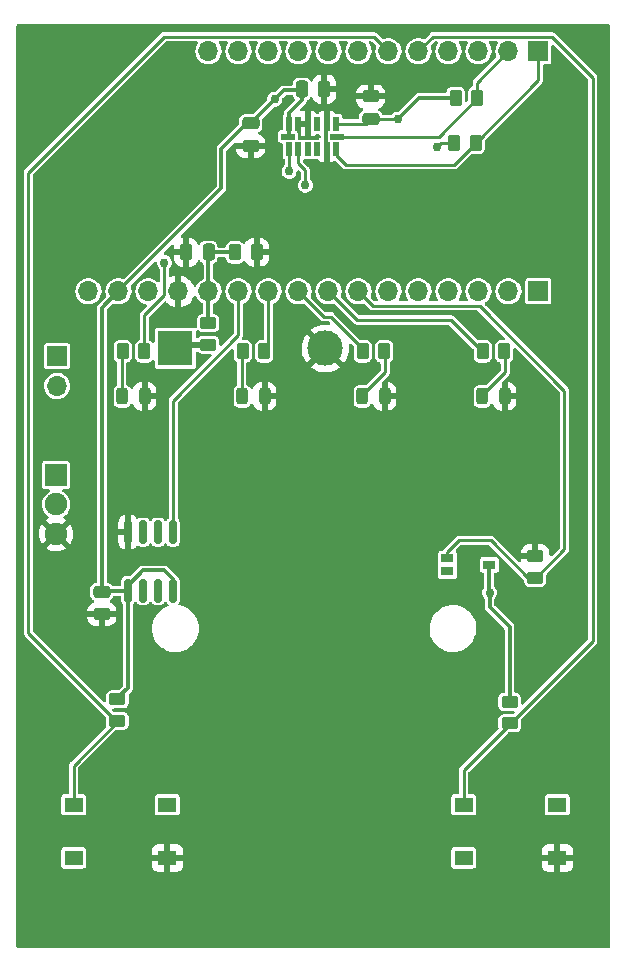
<source format=gtl>
%TF.GenerationSoftware,KiCad,Pcbnew,(6.0.0-0)*%
%TF.CreationDate,2022-01-18T18:39:11+01:00*%
%TF.ProjectId,burrboard,62757272-626f-4617-9264-2e6b69636164,v2.0*%
%TF.SameCoordinates,Original*%
%TF.FileFunction,Copper,L1,Top*%
%TF.FilePolarity,Positive*%
%FSLAX46Y46*%
G04 Gerber Fmt 4.6, Leading zero omitted, Abs format (unit mm)*
G04 Created by KiCad (PCBNEW (6.0.0-0)) date 2022-01-18 18:39:11*
%MOMM*%
%LPD*%
G01*
G04 APERTURE LIST*
G04 Aperture macros list*
%AMRoundRect*
0 Rectangle with rounded corners*
0 $1 Rounding radius*
0 $2 $3 $4 $5 $6 $7 $8 $9 X,Y pos of 4 corners*
0 Add a 4 corners polygon primitive as box body*
4,1,4,$2,$3,$4,$5,$6,$7,$8,$9,$2,$3,0*
0 Add four circle primitives for the rounded corners*
1,1,$1+$1,$2,$3*
1,1,$1+$1,$4,$5*
1,1,$1+$1,$6,$7*
1,1,$1+$1,$8,$9*
0 Add four rect primitives between the rounded corners*
20,1,$1+$1,$2,$3,$4,$5,0*
20,1,$1+$1,$4,$5,$6,$7,0*
20,1,$1+$1,$6,$7,$8,$9,0*
20,1,$1+$1,$8,$9,$2,$3,0*%
G04 Aperture macros list end*
%TA.AperFunction,SMDPad,CuDef*%
%ADD10R,1.550000X1.300000*%
%TD*%
%TA.AperFunction,SMDPad,CuDef*%
%ADD11R,1.100000X0.800000*%
%TD*%
%TA.AperFunction,ComponentPad*%
%ADD12R,1.700000X1.700000*%
%TD*%
%TA.AperFunction,ComponentPad*%
%ADD13O,1.700000X1.700000*%
%TD*%
%TA.AperFunction,ComponentPad*%
%ADD14R,1.900000X1.900000*%
%TD*%
%TA.AperFunction,ComponentPad*%
%ADD15C,1.900000*%
%TD*%
%TA.AperFunction,SMDPad,CuDef*%
%ADD16RoundRect,0.243750X0.243750X0.456250X-0.243750X0.456250X-0.243750X-0.456250X0.243750X-0.456250X0*%
%TD*%
%TA.AperFunction,SMDPad,CuDef*%
%ADD17RoundRect,0.250000X0.450000X-0.262500X0.450000X0.262500X-0.450000X0.262500X-0.450000X-0.262500X0*%
%TD*%
%TA.AperFunction,SMDPad,CuDef*%
%ADD18RoundRect,0.250000X0.262500X0.450000X-0.262500X0.450000X-0.262500X-0.450000X0.262500X-0.450000X0*%
%TD*%
%TA.AperFunction,SMDPad,CuDef*%
%ADD19RoundRect,0.250000X-0.262500X-0.450000X0.262500X-0.450000X0.262500X0.450000X-0.262500X0.450000X0*%
%TD*%
%TA.AperFunction,SMDPad,CuDef*%
%ADD20RoundRect,0.150000X-0.150000X0.825000X-0.150000X-0.825000X0.150000X-0.825000X0.150000X0.825000X0*%
%TD*%
%TA.AperFunction,SMDPad,CuDef*%
%ADD21RoundRect,0.250000X-0.475000X0.250000X-0.475000X-0.250000X0.475000X-0.250000X0.475000X0.250000X0*%
%TD*%
%TA.AperFunction,SMDPad,CuDef*%
%ADD22RoundRect,0.250000X-0.250000X-0.475000X0.250000X-0.475000X0.250000X0.475000X-0.250000X0.475000X0*%
%TD*%
%TA.AperFunction,SMDPad,CuDef*%
%ADD23RoundRect,0.250000X0.475000X-0.250000X0.475000X0.250000X-0.475000X0.250000X-0.475000X-0.250000X0*%
%TD*%
%TA.AperFunction,SMDPad,CuDef*%
%ADD24R,1.145000X0.550000*%
%TD*%
%TA.AperFunction,SMDPad,CuDef*%
%ADD25R,0.550000X1.145000*%
%TD*%
%TA.AperFunction,SMDPad,CuDef*%
%ADD26RoundRect,0.250000X-0.450000X0.262500X-0.450000X-0.262500X0.450000X-0.262500X0.450000X0.262500X0*%
%TD*%
%TA.AperFunction,SMDPad,CuDef*%
%ADD27RoundRect,0.250000X0.250000X0.475000X-0.250000X0.475000X-0.250000X-0.475000X0.250000X-0.475000X0*%
%TD*%
%TA.AperFunction,ComponentPad*%
%ADD28R,3.000000X3.000000*%
%TD*%
%TA.AperFunction,ComponentPad*%
%ADD29C,3.000000*%
%TD*%
%TA.AperFunction,ViaPad*%
%ADD30C,0.762000*%
%TD*%
%TA.AperFunction,Conductor*%
%ADD31C,0.254000*%
%TD*%
%TA.AperFunction,Conductor*%
%ADD32C,0.304800*%
%TD*%
%TA.AperFunction,Conductor*%
%ADD33C,0.508000*%
%TD*%
G04 APERTURE END LIST*
D10*
%TO.P,S2,1*%
%TO.N,/F2*%
X217005000Y-128356800D03*
%TO.P,S2,2*%
%TO.N,unconnected-(S2-Pad2)*%
X224955000Y-128356800D03*
%TO.P,S2,3*%
%TO.N,unconnected-(S2-Pad3)*%
X217005000Y-132856800D03*
%TO.P,S2,4*%
%TO.N,GND*%
X224955000Y-132856800D03*
%TD*%
D11*
%TO.P,Q1,1,E_1*%
%TO.N,unconnected-(Q1-Pad1)*%
X215623600Y-108601600D03*
%TO.P,Q1,2,E_2*%
%TO.N,/A5*%
X215623600Y-107501600D03*
%TO.P,Q1,3,C*%
%TO.N,/3V3*%
X219173600Y-108051600D03*
%TD*%
D10*
%TO.P,S1,1*%
%TO.N,/F3*%
X183985000Y-128356800D03*
%TO.P,S1,2*%
%TO.N,unconnected-(S1-Pad2)*%
X191935000Y-128356800D03*
%TO.P,S1,3*%
%TO.N,unconnected-(S1-Pad3)*%
X183985000Y-132856800D03*
%TO.P,S1,4*%
%TO.N,GND*%
X191935000Y-132856800D03*
%TD*%
D12*
%TO.P,J1,1,Pin_1*%
%TO.N,unconnected-(J1-Pad1)*%
X223342200Y-84886800D03*
D13*
%TO.P,J1,2,Pin_2*%
%TO.N,unconnected-(J1-Pad2)*%
X220802200Y-84886800D03*
%TO.P,J1,3,Pin_3*%
%TO.N,unconnected-(J1-Pad3)*%
X218262200Y-84886800D03*
%TO.P,J1,4,Pin_4*%
%TO.N,unconnected-(J1-Pad4)*%
X215722200Y-84886800D03*
%TO.P,J1,5,Pin_5*%
%TO.N,unconnected-(J1-Pad5)*%
X213182200Y-84886800D03*
%TO.P,J1,6,Pin_6*%
%TO.N,unconnected-(J1-Pad6)*%
X210642200Y-84886800D03*
%TO.P,J1,7,Pin_7*%
%TO.N,/A5*%
X208102200Y-84886800D03*
%TO.P,J1,8,Pin_8*%
%TO.N,/A4*%
X205562200Y-84886800D03*
%TO.P,J1,9,Pin_9*%
%TO.N,/A3*%
X203022200Y-84886800D03*
%TO.P,J1,10,Pin_10*%
%TO.N,/A2*%
X200482200Y-84886800D03*
%TO.P,J1,11,Pin_11*%
%TO.N,/A1*%
X197942200Y-84886800D03*
%TO.P,J1,12,Pin_12*%
%TO.N,/A0*%
X195402200Y-84886800D03*
%TO.P,J1,13,Pin_13*%
%TO.N,GND*%
X192862200Y-84886800D03*
%TO.P,J1,14,Pin_14*%
%TO.N,unconnected-(J1-Pad14)*%
X190322200Y-84886800D03*
%TO.P,J1,15,Pin_15*%
%TO.N,/3V3*%
X187782200Y-84886800D03*
%TO.P,J1,16,Pin_16*%
%TO.N,unconnected-(J1-Pad16)*%
X185242200Y-84886800D03*
%TD*%
D12*
%TO.P,J2,1,Pin_1*%
%TO.N,/SDA*%
X223342200Y-64566800D03*
D13*
%TO.P,J2,2,Pin_2*%
%TO.N,/SCL*%
X220802200Y-64566800D03*
%TO.P,J2,3,Pin_3*%
%TO.N,/F0*%
X218262200Y-64566800D03*
%TO.P,J2,4,Pin_4*%
%TO.N,/F1*%
X215722200Y-64566800D03*
%TO.P,J2,5,Pin_5*%
%TO.N,/F2*%
X213182200Y-64566800D03*
%TO.P,J2,6,Pin_6*%
%TO.N,/F3*%
X210642200Y-64566800D03*
%TO.P,J2,7,Pin_7*%
%TO.N,/F4*%
X208102200Y-64566800D03*
%TO.P,J2,8,Pin_8*%
%TO.N,unconnected-(J2-Pad8)*%
X205562200Y-64566800D03*
%TO.P,J2,9,Pin_9*%
%TO.N,unconnected-(J2-Pad9)*%
X203022200Y-64566800D03*
%TO.P,J2,10,Pin_10*%
%TO.N,/VUSB*%
X200482200Y-64566800D03*
%TO.P,J2,11,Pin_11*%
%TO.N,/EN*%
X197942200Y-64566800D03*
%TO.P,J2,12,Pin_12*%
%TO.N,unconnected-(J2-Pad12)*%
X195402200Y-64566800D03*
%TD*%
D12*
%TO.P,J3,1,Pin_1*%
%TO.N,/VUSB*%
X182600600Y-90368200D03*
D13*
%TO.P,J3,2,Pin_2*%
%TO.N,VDD*%
X182600600Y-92908200D03*
%TD*%
D14*
%TO.P,S3,1,A*%
%TO.N,unconnected-(S3-Pad1)*%
X182499000Y-100431600D03*
D15*
%TO.P,S3,2,B*%
%TO.N,/EN*%
X182499000Y-102931600D03*
%TO.P,S3,3,C*%
%TO.N,GND*%
X182499000Y-105431600D03*
%TD*%
D16*
%TO.P,D2,1,K*%
%TO.N,GND*%
X200149700Y-93776800D03*
%TO.P,D2,2,A*%
%TO.N,Net-(D2-Pad2)*%
X198274700Y-93776800D03*
%TD*%
%TO.P,D4,1,K*%
%TO.N,GND*%
X220469700Y-93776800D03*
%TO.P,D4,2,A*%
%TO.N,Net-(D4-Pad2)*%
X218594700Y-93776800D03*
%TD*%
D17*
%TO.P,R4,1*%
%TO.N,/F3*%
X187693300Y-121257700D03*
%TO.P,R4,2*%
%TO.N,/3V3*%
X187693300Y-119432700D03*
%TD*%
D18*
%TO.P,R8,1*%
%TO.N,Net-(D4-Pad2)*%
X220444700Y-89966800D03*
%TO.P,R8,2*%
%TO.N,/A4*%
X218619700Y-89966800D03*
%TD*%
%TO.P,R9,1*%
%TO.N,Net-(D3-Pad2)*%
X210284700Y-89966800D03*
%TO.P,R9,2*%
%TO.N,/A3*%
X208459700Y-89966800D03*
%TD*%
D19*
%TO.P,R7,1*%
%TO.N,Net-(D2-Pad2)*%
X198299700Y-89966800D03*
%TO.P,R7,2*%
%TO.N,/A2*%
X200124700Y-89966800D03*
%TD*%
D17*
%TO.P,R1,1*%
%TO.N,/A5*%
X223062800Y-109141900D03*
%TO.P,R1,2*%
%TO.N,GND*%
X223062800Y-107316900D03*
%TD*%
%TO.P,R5,1*%
%TO.N,/F2*%
X220903800Y-121460900D03*
%TO.P,R5,2*%
%TO.N,/3V3*%
X220903800Y-119635900D03*
%TD*%
D20*
%TO.P,U1,1,Vout*%
%TO.N,/A1*%
X192405000Y-105271800D03*
%TO.P,U1,2*%
%TO.N,N/C*%
X191135000Y-105271800D03*
%TO.P,U1,3*%
X189865000Y-105271800D03*
%TO.P,U1,4,GND*%
%TO.N,GND*%
X188595000Y-105271800D03*
%TO.P,U1,5,~{SHUTDOWN}*%
%TO.N,/3V3*%
X188595000Y-110221800D03*
%TO.P,U1,6*%
%TO.N,N/C*%
X189865000Y-110221800D03*
%TO.P,U1,7*%
X191135000Y-110221800D03*
%TO.P,U1,8,+Vs*%
%TO.N,/3V3*%
X192405000Y-110221800D03*
%TD*%
D21*
%TO.P,C1,1*%
%TO.N,/3V3*%
X186385200Y-110323500D03*
%TO.P,C1,2*%
%TO.N,GND*%
X186385200Y-112223500D03*
%TD*%
D19*
%TO.P,R6,1*%
%TO.N,Net-(D1-Pad2)*%
X188139700Y-89966800D03*
%TO.P,R6,2*%
%TO.N,/F4*%
X189964700Y-89966800D03*
%TD*%
D16*
%TO.P,D1,1,K*%
%TO.N,GND*%
X189989700Y-93776800D03*
%TO.P,D1,2,A*%
%TO.N,Net-(D1-Pad2)*%
X188114700Y-93776800D03*
%TD*%
D22*
%TO.P,C2,1*%
%TO.N,/3V3*%
X203316800Y-67767200D03*
%TO.P,C2,2*%
%TO.N,GND*%
X205216800Y-67767200D03*
%TD*%
D23*
%TO.P,C3,2*%
%TO.N,GND*%
X209143600Y-68392000D03*
%TO.P,C3,1*%
%TO.N,/3V3*%
X209143600Y-70292000D03*
%TD*%
D21*
%TO.P,C4,1*%
%TO.N,/3V3*%
X198983600Y-70662800D03*
%TO.P,C4,2*%
%TO.N,GND*%
X198983600Y-72562800D03*
%TD*%
D19*
%TO.P,R2,1*%
%TO.N,/3V3*%
X216222700Y-72313800D03*
%TO.P,R2,2*%
%TO.N,/SDA*%
X218047700Y-72313800D03*
%TD*%
%TO.P,R3,1*%
%TO.N,/3V3*%
X216333700Y-68503800D03*
%TO.P,R3,2*%
%TO.N,/SCL*%
X218158700Y-68503800D03*
%TD*%
D24*
%TO.P,U2,14,SCL/SCLK*%
%TO.N,/SCL*%
X206313500Y-71780400D03*
D25*
%TO.P,U2,13,SDA/SDI/SDIO*%
%TO.N,/SDA*%
X206216000Y-72877900D03*
%TO.P,U2,12,SDO/ALT_ADD*%
%TO.N,GND*%
X205416000Y-72877900D03*
%TO.P,U2,11,RES*%
%TO.N,unconnected-(U2-Pad11)*%
X204616000Y-72877900D03*
%TO.P,U2,10,NC*%
%TO.N,unconnected-(U2-Pad10)*%
X203816000Y-72877900D03*
%TO.P,U2,9,INT2*%
%TO.N,/F0*%
X203016000Y-72877900D03*
%TO.P,U2,8,INT1*%
%TO.N,/F1*%
X202216000Y-72877900D03*
D24*
%TO.P,U2,7,~{CS}*%
%TO.N,/3V3*%
X202118500Y-71780400D03*
D25*
%TO.P,U2,6,VS*%
X202216000Y-70682900D03*
%TO.P,U2,5,GND*%
%TO.N,GND*%
X203016000Y-70682900D03*
%TO.P,U2,4,GND*%
X203816000Y-70682900D03*
%TO.P,U2,3,RES*%
%TO.N,unconnected-(U2-Pad3)*%
X204616000Y-70682900D03*
%TO.P,U2,2,GND*%
%TO.N,GND*%
X205416000Y-70682900D03*
%TO.P,U2,1,VDD_I/O*%
%TO.N,/3V3*%
X206216000Y-70682900D03*
%TD*%
D16*
%TO.P,D3,1,K*%
%TO.N,GND*%
X210309700Y-93776800D03*
%TO.P,D3,2,A*%
%TO.N,Net-(D3-Pad2)*%
X208434700Y-93776800D03*
%TD*%
D18*
%TO.P,R11,1*%
%TO.N,GND*%
X199489700Y-81584800D03*
%TO.P,R11,2*%
%TO.N,/A0*%
X197664700Y-81584800D03*
%TD*%
D26*
%TO.P,R10,1*%
%TO.N,/A0*%
X195376800Y-87581100D03*
%TO.P,R10,2*%
%TO.N,VDD*%
X195376800Y-89406100D03*
%TD*%
D27*
%TO.P,C5,1*%
%TO.N,/A0*%
X195412400Y-81584800D03*
%TO.P,C5,2*%
%TO.N,GND*%
X193512400Y-81584800D03*
%TD*%
D28*
%TO.P,BT1,1,+*%
%TO.N,VDD*%
X192608200Y-89712800D03*
D29*
%TO.P,BT1,2,-*%
%TO.N,GND*%
X205308200Y-89712800D03*
%TD*%
D30*
%TO.N,/F0*%
X203606400Y-75895200D03*
%TO.N,/F1*%
X202234800Y-74726800D03*
%TO.N,/3V3*%
X214731600Y-72694800D03*
X211429600Y-70307200D03*
X201015600Y-68630800D03*
X219202000Y-110388400D03*
%TO.N,/F4*%
X191668400Y-82448400D03*
%TD*%
D31*
%TO.N,/3V3*%
X215112600Y-72313800D02*
X214731600Y-72694800D01*
%TO.N,/F0*%
X203016000Y-74034800D02*
X203016000Y-72877900D01*
X203606400Y-74625200D02*
X203016000Y-74034800D01*
X203606400Y-75895200D02*
X203606400Y-74625200D01*
%TO.N,/F1*%
X202234800Y-74726800D02*
X202234800Y-72896700D01*
X202234800Y-72896700D02*
X202216000Y-72877900D01*
D32*
%TO.N,/3V3*%
X216333700Y-68503800D02*
X213233000Y-68503800D01*
X213233000Y-68503800D02*
X211429600Y-70307200D01*
D31*
X216222700Y-72313800D02*
X215112600Y-72313800D01*
D32*
X202216000Y-70682900D02*
X202216000Y-69805600D01*
X202216000Y-69805600D02*
X203316800Y-68704800D01*
X203316800Y-68704800D02*
X203316800Y-67767200D01*
D31*
X209143600Y-70292000D02*
X208752700Y-70682900D01*
X208752700Y-70682900D02*
X206216000Y-70682900D01*
X211429600Y-70307200D02*
X209158800Y-70307200D01*
X209158800Y-70307200D02*
X209143600Y-70292000D01*
D32*
X198983600Y-70662800D02*
X201015600Y-68630800D01*
X201015600Y-68630800D02*
X201777600Y-67868800D01*
D31*
%TO.N,/SDA*%
X218047700Y-72313800D02*
X216193500Y-74168000D01*
X207010000Y-74168000D02*
X206216000Y-73374000D01*
X216193500Y-74168000D02*
X207010000Y-74168000D01*
X206216000Y-73374000D02*
X206216000Y-72877900D01*
%TO.N,/SCL*%
X218158700Y-68503800D02*
X214882100Y-71780400D01*
X214882100Y-71780400D02*
X206313500Y-71780400D01*
%TO.N,/SDA*%
X218047700Y-72313800D02*
X223342200Y-67019300D01*
X223342200Y-67019300D02*
X223342200Y-64566800D01*
%TO.N,/SCL*%
X218158700Y-68503800D02*
X218158700Y-67210300D01*
X218158700Y-67210300D02*
X220802200Y-64566800D01*
D32*
%TO.N,/3V3*%
X202216000Y-70682900D02*
X202216000Y-71682900D01*
X202216000Y-71682900D02*
X202118500Y-71780400D01*
X201777600Y-67868800D02*
X203316800Y-67868800D01*
X196494400Y-72847200D02*
X198678800Y-70662800D01*
X198678800Y-70662800D02*
X198983600Y-70662800D01*
X196494400Y-72847200D02*
X196494400Y-76174600D01*
X196494400Y-76174600D02*
X187782200Y-84886800D01*
D33*
%TO.N,VDD*%
X195376800Y-89406100D02*
X192914900Y-89406100D01*
X192914900Y-89406100D02*
X192608200Y-89712800D01*
D31*
%TO.N,/A1*%
X197942200Y-84886800D02*
X197942200Y-88616952D01*
X197942200Y-88616952D02*
X192405000Y-94154152D01*
X192405000Y-94154152D02*
X192405000Y-105271800D01*
D32*
%TO.N,/A0*%
X195402200Y-84886800D02*
X195402200Y-81595000D01*
X195412400Y-81584800D02*
X197664700Y-81584800D01*
X195376800Y-87581100D02*
X195376800Y-84912200D01*
X195402200Y-81595000D02*
X195412400Y-81584800D01*
X195376800Y-84912200D02*
X195402200Y-84886800D01*
%TO.N,/3V3*%
X188580800Y-110236000D02*
X188595000Y-110221800D01*
X186385200Y-110236000D02*
X188580800Y-110236000D01*
X191668400Y-108508800D02*
X192405000Y-109245400D01*
X219202000Y-110388400D02*
X219202000Y-111630000D01*
X219202000Y-111630000D02*
X220903800Y-113331800D01*
X187782200Y-84886800D02*
X186385200Y-86283800D01*
X188595000Y-118443500D02*
X187693300Y-119345200D01*
X219173600Y-110360000D02*
X219202000Y-110388400D01*
X188595000Y-109802453D02*
X189888653Y-108508800D01*
X188595000Y-110221800D02*
X188595000Y-118443500D01*
X189888653Y-108508800D02*
X191668400Y-108508800D01*
X220903800Y-113331800D02*
X220903800Y-119548400D01*
X186385200Y-86283800D02*
X186385200Y-110236000D01*
X219173600Y-108051600D02*
X219173600Y-110360000D01*
X192405000Y-109245400D02*
X192405000Y-110221800D01*
X188595000Y-110221800D02*
X188595000Y-109802453D01*
D31*
%TO.N,/F2*%
X227954840Y-66793638D02*
X224497001Y-63335799D01*
X220903800Y-121548400D02*
X227954840Y-114497360D01*
X220903800Y-121548400D02*
X217005000Y-125447200D01*
X224497001Y-63335799D02*
X214413201Y-63335799D01*
X227954840Y-114497360D02*
X227954840Y-66793638D01*
X217005000Y-125447200D02*
X217005000Y-128356800D01*
X214413201Y-63335799D02*
X213182200Y-64566800D01*
%TO.N,/F3*%
X183985000Y-125053500D02*
X183985000Y-128356800D01*
X180136799Y-74833481D02*
X180136799Y-113788699D01*
X187693300Y-121345200D02*
X183985000Y-125053500D01*
X209411199Y-63335799D02*
X191634481Y-63335799D01*
X191634481Y-63335799D02*
X180136799Y-74833481D01*
X180136799Y-113788699D02*
X187693300Y-121345200D01*
X210642200Y-64566800D02*
X209411199Y-63335799D01*
%TO.N,/F4*%
X191668400Y-85208964D02*
X191668400Y-82448400D01*
X189964700Y-86912664D02*
X191668400Y-85208964D01*
X189964700Y-89966800D02*
X189964700Y-86912664D01*
%TO.N,/A5*%
X218375587Y-86117801D02*
X225546920Y-93289134D01*
X216611200Y-105968800D02*
X215623600Y-106956400D01*
X225546920Y-93289134D02*
X225546920Y-106745280D01*
X225546920Y-106745280D02*
X223062800Y-109229400D01*
X223062800Y-109141900D02*
X222476700Y-109141900D01*
X215623600Y-106956400D02*
X215623600Y-107501600D01*
X208102200Y-84886800D02*
X209333201Y-86117801D01*
X209333201Y-86117801D02*
X218375587Y-86117801D01*
X222476700Y-109141900D02*
X219303600Y-105968800D01*
X219303600Y-105968800D02*
X216611200Y-105968800D01*
%TO.N,/A4*%
X218532200Y-89919300D02*
X215927940Y-87315040D01*
X218532200Y-89966800D02*
X218532200Y-89919300D01*
X215927940Y-87315040D02*
X207990440Y-87315040D01*
X207990440Y-87315040D02*
X205562200Y-84886800D01*
%TO.N,/A3*%
X205155800Y-87020400D02*
X205740000Y-87020400D01*
X205740000Y-87020400D02*
X208372200Y-89652600D01*
X203022200Y-84886800D02*
X205155800Y-87020400D01*
X208372200Y-89652600D02*
X208372200Y-89966800D01*
%TO.N,/A2*%
X200482200Y-84886800D02*
X200482200Y-89696800D01*
X200482200Y-89696800D02*
X200212200Y-89966800D01*
%TO.N,Net-(D1-Pad2)*%
X188052200Y-89966800D02*
X188052200Y-93751800D01*
%TO.N,Net-(D2-Pad2)*%
X198212200Y-89966800D02*
X198212200Y-93751800D01*
%TO.N,Net-(D3-Pad2)*%
X210372200Y-91751800D02*
X208347200Y-93776800D01*
X210372200Y-89966800D02*
X210372200Y-91751800D01*
%TO.N,Net-(D4-Pad2)*%
X220532200Y-89966800D02*
X220532200Y-91751800D01*
X220532200Y-91751800D02*
X218507200Y-93776800D01*
%TD*%
%TA.AperFunction,Conductor*%
%TO.N,GND*%
G36*
X229380321Y-62300802D02*
G01*
X229426814Y-62354458D01*
X229438200Y-62406800D01*
X229438200Y-140386800D01*
X229418198Y-140454921D01*
X229364542Y-140501414D01*
X229312200Y-140512800D01*
X179272200Y-140512800D01*
X179204079Y-140492798D01*
X179157586Y-140439142D01*
X179146200Y-140386800D01*
X179146200Y-132181733D01*
X182955500Y-132181733D01*
X182955501Y-133531866D01*
X182970266Y-133606101D01*
X183026516Y-133690284D01*
X183110699Y-133746534D01*
X183184933Y-133761300D01*
X183984870Y-133761300D01*
X184785066Y-133761299D01*
X184820818Y-133754188D01*
X184847126Y-133748956D01*
X184847128Y-133748955D01*
X184859301Y-133746534D01*
X184869621Y-133739639D01*
X184869622Y-133739638D01*
X184933168Y-133697177D01*
X184943484Y-133690284D01*
X184999734Y-133606101D01*
X185010601Y-133551469D01*
X190652001Y-133551469D01*
X190652371Y-133558290D01*
X190657895Y-133609152D01*
X190661521Y-133624404D01*
X190706676Y-133744854D01*
X190715214Y-133760449D01*
X190791715Y-133862524D01*
X190804276Y-133875085D01*
X190906351Y-133951586D01*
X190921946Y-133960124D01*
X191042394Y-134005278D01*
X191057649Y-134008905D01*
X191108514Y-134014431D01*
X191115328Y-134014800D01*
X191662885Y-134014800D01*
X191678124Y-134010325D01*
X191679329Y-134008935D01*
X191681000Y-134001252D01*
X191681000Y-133996684D01*
X192189000Y-133996684D01*
X192193475Y-134011923D01*
X192194865Y-134013128D01*
X192202548Y-134014799D01*
X192754669Y-134014799D01*
X192761490Y-134014429D01*
X192812352Y-134008905D01*
X192827604Y-134005279D01*
X192948054Y-133960124D01*
X192963649Y-133951586D01*
X193065724Y-133875085D01*
X193078285Y-133862524D01*
X193154786Y-133760449D01*
X193163324Y-133744854D01*
X193208478Y-133624406D01*
X193212105Y-133609151D01*
X193217631Y-133558286D01*
X193218000Y-133551472D01*
X193218000Y-133128915D01*
X193213525Y-133113676D01*
X193212135Y-133112471D01*
X193204452Y-133110800D01*
X192207115Y-133110800D01*
X192191876Y-133115275D01*
X192190671Y-133116665D01*
X192189000Y-133124348D01*
X192189000Y-133996684D01*
X191681000Y-133996684D01*
X191681000Y-133128915D01*
X191676525Y-133113676D01*
X191675135Y-133112471D01*
X191667452Y-133110800D01*
X190670116Y-133110800D01*
X190654877Y-133115275D01*
X190653672Y-133116665D01*
X190652001Y-133124348D01*
X190652001Y-133551469D01*
X185010601Y-133551469D01*
X185014500Y-133531867D01*
X185014499Y-132584685D01*
X190652000Y-132584685D01*
X190656475Y-132599924D01*
X190657865Y-132601129D01*
X190665548Y-132602800D01*
X191662885Y-132602800D01*
X191678124Y-132598325D01*
X191679329Y-132596935D01*
X191681000Y-132589252D01*
X191681000Y-132584685D01*
X192189000Y-132584685D01*
X192193475Y-132599924D01*
X192194865Y-132601129D01*
X192202548Y-132602800D01*
X193199884Y-132602800D01*
X193215123Y-132598325D01*
X193216328Y-132596935D01*
X193217999Y-132589252D01*
X193217999Y-132181733D01*
X215975500Y-132181733D01*
X215975501Y-133531866D01*
X215990266Y-133606101D01*
X216046516Y-133690284D01*
X216130699Y-133746534D01*
X216204933Y-133761300D01*
X217004870Y-133761300D01*
X217805066Y-133761299D01*
X217840818Y-133754188D01*
X217867126Y-133748956D01*
X217867128Y-133748955D01*
X217879301Y-133746534D01*
X217889621Y-133739639D01*
X217889622Y-133739638D01*
X217953168Y-133697177D01*
X217963484Y-133690284D01*
X218019734Y-133606101D01*
X218030601Y-133551469D01*
X223672001Y-133551469D01*
X223672371Y-133558290D01*
X223677895Y-133609152D01*
X223681521Y-133624404D01*
X223726676Y-133744854D01*
X223735214Y-133760449D01*
X223811715Y-133862524D01*
X223824276Y-133875085D01*
X223926351Y-133951586D01*
X223941946Y-133960124D01*
X224062394Y-134005278D01*
X224077649Y-134008905D01*
X224128514Y-134014431D01*
X224135328Y-134014800D01*
X224682885Y-134014800D01*
X224698124Y-134010325D01*
X224699329Y-134008935D01*
X224701000Y-134001252D01*
X224701000Y-133996684D01*
X225209000Y-133996684D01*
X225213475Y-134011923D01*
X225214865Y-134013128D01*
X225222548Y-134014799D01*
X225774669Y-134014799D01*
X225781490Y-134014429D01*
X225832352Y-134008905D01*
X225847604Y-134005279D01*
X225968054Y-133960124D01*
X225983649Y-133951586D01*
X226085724Y-133875085D01*
X226098285Y-133862524D01*
X226174786Y-133760449D01*
X226183324Y-133744854D01*
X226228478Y-133624406D01*
X226232105Y-133609151D01*
X226237631Y-133558286D01*
X226238000Y-133551472D01*
X226238000Y-133128915D01*
X226233525Y-133113676D01*
X226232135Y-133112471D01*
X226224452Y-133110800D01*
X225227115Y-133110800D01*
X225211876Y-133115275D01*
X225210671Y-133116665D01*
X225209000Y-133124348D01*
X225209000Y-133996684D01*
X224701000Y-133996684D01*
X224701000Y-133128915D01*
X224696525Y-133113676D01*
X224695135Y-133112471D01*
X224687452Y-133110800D01*
X223690116Y-133110800D01*
X223674877Y-133115275D01*
X223673672Y-133116665D01*
X223672001Y-133124348D01*
X223672001Y-133551469D01*
X218030601Y-133551469D01*
X218034500Y-133531867D01*
X218034499Y-132584685D01*
X223672000Y-132584685D01*
X223676475Y-132599924D01*
X223677865Y-132601129D01*
X223685548Y-132602800D01*
X224682885Y-132602800D01*
X224698124Y-132598325D01*
X224699329Y-132596935D01*
X224701000Y-132589252D01*
X224701000Y-132584685D01*
X225209000Y-132584685D01*
X225213475Y-132599924D01*
X225214865Y-132601129D01*
X225222548Y-132602800D01*
X226219884Y-132602800D01*
X226235123Y-132598325D01*
X226236328Y-132596935D01*
X226237999Y-132589252D01*
X226237999Y-132162131D01*
X226237629Y-132155310D01*
X226232105Y-132104448D01*
X226228479Y-132089196D01*
X226183324Y-131968746D01*
X226174786Y-131953151D01*
X226098285Y-131851076D01*
X226085724Y-131838515D01*
X225983649Y-131762014D01*
X225968054Y-131753476D01*
X225847606Y-131708322D01*
X225832351Y-131704695D01*
X225781486Y-131699169D01*
X225774672Y-131698800D01*
X225227115Y-131698800D01*
X225211876Y-131703275D01*
X225210671Y-131704665D01*
X225209000Y-131712348D01*
X225209000Y-132584685D01*
X224701000Y-132584685D01*
X224701000Y-131716916D01*
X224696525Y-131701677D01*
X224695135Y-131700472D01*
X224687452Y-131698801D01*
X224135331Y-131698801D01*
X224128510Y-131699171D01*
X224077648Y-131704695D01*
X224062396Y-131708321D01*
X223941946Y-131753476D01*
X223926351Y-131762014D01*
X223824276Y-131838515D01*
X223811715Y-131851076D01*
X223735214Y-131953151D01*
X223726676Y-131968746D01*
X223681522Y-132089194D01*
X223677895Y-132104449D01*
X223672369Y-132155314D01*
X223672000Y-132162128D01*
X223672000Y-132584685D01*
X218034499Y-132584685D01*
X218034499Y-132181734D01*
X218019734Y-132107499D01*
X217963484Y-132023316D01*
X217879301Y-131967066D01*
X217805067Y-131952300D01*
X217005130Y-131952300D01*
X216204934Y-131952301D01*
X216169182Y-131959412D01*
X216142874Y-131964644D01*
X216142872Y-131964645D01*
X216130699Y-131967066D01*
X216120379Y-131973961D01*
X216120378Y-131973962D01*
X216059985Y-132014316D01*
X216046516Y-132023316D01*
X215990266Y-132107499D01*
X215975500Y-132181733D01*
X193217999Y-132181733D01*
X193217999Y-132162131D01*
X193217629Y-132155310D01*
X193212105Y-132104448D01*
X193208479Y-132089196D01*
X193163324Y-131968746D01*
X193154786Y-131953151D01*
X193078285Y-131851076D01*
X193065724Y-131838515D01*
X192963649Y-131762014D01*
X192948054Y-131753476D01*
X192827606Y-131708322D01*
X192812351Y-131704695D01*
X192761486Y-131699169D01*
X192754672Y-131698800D01*
X192207115Y-131698800D01*
X192191876Y-131703275D01*
X192190671Y-131704665D01*
X192189000Y-131712348D01*
X192189000Y-132584685D01*
X191681000Y-132584685D01*
X191681000Y-131716916D01*
X191676525Y-131701677D01*
X191675135Y-131700472D01*
X191667452Y-131698801D01*
X191115331Y-131698801D01*
X191108510Y-131699171D01*
X191057648Y-131704695D01*
X191042396Y-131708321D01*
X190921946Y-131753476D01*
X190906351Y-131762014D01*
X190804276Y-131838515D01*
X190791715Y-131851076D01*
X190715214Y-131953151D01*
X190706676Y-131968746D01*
X190661522Y-132089194D01*
X190657895Y-132104449D01*
X190652369Y-132155314D01*
X190652000Y-132162128D01*
X190652000Y-132584685D01*
X185014499Y-132584685D01*
X185014499Y-132181734D01*
X184999734Y-132107499D01*
X184943484Y-132023316D01*
X184859301Y-131967066D01*
X184785067Y-131952300D01*
X183985130Y-131952300D01*
X183184934Y-131952301D01*
X183149182Y-131959412D01*
X183122874Y-131964644D01*
X183122872Y-131964645D01*
X183110699Y-131967066D01*
X183100379Y-131973961D01*
X183100378Y-131973962D01*
X183039985Y-132014316D01*
X183026516Y-132023316D01*
X182970266Y-132107499D01*
X182955500Y-132181733D01*
X179146200Y-132181733D01*
X179146200Y-113770479D01*
X179750454Y-113770479D01*
X179751678Y-113780819D01*
X179754426Y-113804041D01*
X179754778Y-113810019D01*
X179754871Y-113810011D01*
X179755299Y-113815189D01*
X179755299Y-113820391D01*
X179756153Y-113825521D01*
X179758485Y-113839531D01*
X179759321Y-113845403D01*
X179765381Y-113896606D01*
X179769366Y-113904905D01*
X179770877Y-113913982D01*
X179795357Y-113959350D01*
X179798038Y-113964613D01*
X179816926Y-114003949D01*
X179816929Y-114003953D01*
X179820359Y-114011097D01*
X179823969Y-114015391D01*
X179825901Y-114017323D01*
X179827688Y-114019272D01*
X179827717Y-114019325D01*
X179827587Y-114019444D01*
X179828088Y-114020012D01*
X179831187Y-114025756D01*
X179838832Y-114032823D01*
X179871008Y-114062566D01*
X179874574Y-114065996D01*
X186701895Y-120893317D01*
X186735921Y-120955629D01*
X186738800Y-120982412D01*
X186738800Y-121567956D01*
X186745502Y-121629648D01*
X186748275Y-121637045D01*
X186750791Y-121643757D01*
X186755971Y-121714564D01*
X186721902Y-121777076D01*
X183753521Y-124745456D01*
X183734505Y-124760815D01*
X183733444Y-124761781D01*
X183724696Y-124767429D01*
X183718250Y-124775606D01*
X183703771Y-124793972D01*
X183699794Y-124798447D01*
X183699865Y-124798508D01*
X183696512Y-124802465D01*
X183692829Y-124806148D01*
X183689803Y-124810383D01*
X183689801Y-124810385D01*
X183681547Y-124821936D01*
X183677984Y-124826682D01*
X183646066Y-124867170D01*
X183643015Y-124875857D01*
X183637666Y-124883343D01*
X183634683Y-124893319D01*
X183634682Y-124893320D01*
X183622902Y-124932711D01*
X183621072Y-124938343D01*
X183603984Y-124987002D01*
X183603500Y-124992591D01*
X183603500Y-124995302D01*
X183603385Y-124997969D01*
X183603366Y-124998032D01*
X183603192Y-124998025D01*
X183603145Y-124998771D01*
X183601275Y-125005024D01*
X183601684Y-125015428D01*
X183603403Y-125059178D01*
X183603500Y-125064125D01*
X183603500Y-127326301D01*
X183583498Y-127394422D01*
X183529842Y-127440915D01*
X183477500Y-127452301D01*
X183184934Y-127452301D01*
X183149182Y-127459412D01*
X183122874Y-127464644D01*
X183122872Y-127464645D01*
X183110699Y-127467066D01*
X183100379Y-127473961D01*
X183100378Y-127473962D01*
X183039985Y-127514316D01*
X183026516Y-127523316D01*
X182970266Y-127607499D01*
X182955500Y-127681733D01*
X182955501Y-129031866D01*
X182970266Y-129106101D01*
X183026516Y-129190284D01*
X183110699Y-129246534D01*
X183184933Y-129261300D01*
X183984870Y-129261300D01*
X184785066Y-129261299D01*
X184820818Y-129254188D01*
X184847126Y-129248956D01*
X184847128Y-129248955D01*
X184859301Y-129246534D01*
X184869621Y-129239639D01*
X184869622Y-129239638D01*
X184933168Y-129197177D01*
X184943484Y-129190284D01*
X184999734Y-129106101D01*
X185014500Y-129031867D01*
X185014499Y-127681734D01*
X185014499Y-127681733D01*
X190905500Y-127681733D01*
X190905501Y-129031866D01*
X190920266Y-129106101D01*
X190976516Y-129190284D01*
X191060699Y-129246534D01*
X191134933Y-129261300D01*
X191934870Y-129261300D01*
X192735066Y-129261299D01*
X192770818Y-129254188D01*
X192797126Y-129248956D01*
X192797128Y-129248955D01*
X192809301Y-129246534D01*
X192819621Y-129239639D01*
X192819622Y-129239638D01*
X192883168Y-129197177D01*
X192893484Y-129190284D01*
X192949734Y-129106101D01*
X192964500Y-129031867D01*
X192964499Y-127681734D01*
X192949734Y-127607499D01*
X192893484Y-127523316D01*
X192809301Y-127467066D01*
X192735067Y-127452300D01*
X191935130Y-127452300D01*
X191134934Y-127452301D01*
X191099182Y-127459412D01*
X191072874Y-127464644D01*
X191072872Y-127464645D01*
X191060699Y-127467066D01*
X191050379Y-127473961D01*
X191050378Y-127473962D01*
X190989985Y-127514316D01*
X190976516Y-127523316D01*
X190920266Y-127607499D01*
X190905500Y-127681733D01*
X185014499Y-127681733D01*
X184999734Y-127607499D01*
X184943484Y-127523316D01*
X184859301Y-127467066D01*
X184785067Y-127452300D01*
X184492500Y-127452300D01*
X184424379Y-127432298D01*
X184377886Y-127378642D01*
X184366500Y-127326300D01*
X184366500Y-125263712D01*
X184386502Y-125195591D01*
X184403405Y-125174617D01*
X187516418Y-122061605D01*
X187578730Y-122027579D01*
X187605513Y-122024700D01*
X188191056Y-122024700D01*
X188194453Y-122024331D01*
X188244897Y-122018851D01*
X188244898Y-122018851D01*
X188252748Y-122017998D01*
X188260141Y-122015226D01*
X188260143Y-122015226D01*
X188353375Y-121980275D01*
X188388064Y-121967271D01*
X188395243Y-121961891D01*
X188395246Y-121961889D01*
X188496524Y-121885985D01*
X188503704Y-121880604D01*
X188581294Y-121777076D01*
X188584989Y-121772146D01*
X188584991Y-121772143D01*
X188590371Y-121764964D01*
X188641098Y-121629648D01*
X188647800Y-121567956D01*
X188647800Y-120947444D01*
X188641098Y-120885752D01*
X188590371Y-120750436D01*
X188584991Y-120743257D01*
X188584989Y-120743254D01*
X188509085Y-120641976D01*
X188503704Y-120634796D01*
X188472503Y-120611412D01*
X188395246Y-120553511D01*
X188395243Y-120553509D01*
X188388064Y-120548129D01*
X188298346Y-120514496D01*
X188260143Y-120500174D01*
X188260141Y-120500174D01*
X188252748Y-120497402D01*
X188244898Y-120496549D01*
X188244897Y-120496549D01*
X188194453Y-120491069D01*
X188194452Y-120491069D01*
X188191056Y-120490700D01*
X187430513Y-120490700D01*
X187362392Y-120470698D01*
X187341418Y-120453795D01*
X187302418Y-120414795D01*
X187268392Y-120352483D01*
X187273457Y-120281668D01*
X187316004Y-120224832D01*
X187382524Y-120200021D01*
X187391513Y-120199700D01*
X188191056Y-120199700D01*
X188194453Y-120199331D01*
X188244897Y-120193851D01*
X188244898Y-120193851D01*
X188252748Y-120192998D01*
X188260141Y-120190226D01*
X188260143Y-120190226D01*
X188298346Y-120175904D01*
X188388064Y-120142271D01*
X188395243Y-120136891D01*
X188395246Y-120136889D01*
X188496524Y-120060985D01*
X188503704Y-120055604D01*
X188545379Y-119999997D01*
X188584989Y-119947146D01*
X188584991Y-119947143D01*
X188590371Y-119939964D01*
X188624004Y-119850246D01*
X188638326Y-119812043D01*
X188638326Y-119812041D01*
X188641098Y-119804648D01*
X188647800Y-119742956D01*
X188647800Y-119122444D01*
X188641098Y-119060752D01*
X188639768Y-119057204D01*
X188643375Y-118988125D01*
X188673161Y-118940784D01*
X188905352Y-118708593D01*
X188905379Y-118708564D01*
X188928292Y-118685651D01*
X188938512Y-118665593D01*
X188948840Y-118648740D01*
X188956238Y-118638557D01*
X188962069Y-118630532D01*
X188969023Y-118609131D01*
X188976588Y-118590865D01*
X188982309Y-118579638D01*
X188982309Y-118579637D01*
X188986809Y-118570806D01*
X188988360Y-118561015D01*
X188988361Y-118561011D01*
X188990333Y-118548563D01*
X188994947Y-118529344D01*
X188998833Y-118517382D01*
X189001899Y-118507947D01*
X189001899Y-118475530D01*
X189001900Y-118475524D01*
X189001900Y-111414139D01*
X189021902Y-111346018D01*
X189038805Y-111325044D01*
X189076326Y-111287523D01*
X189117733Y-111206258D01*
X189166482Y-111154643D01*
X189235397Y-111137577D01*
X189302598Y-111160478D01*
X189342267Y-111206258D01*
X189383674Y-111287523D01*
X189474277Y-111378126D01*
X189588445Y-111436298D01*
X189683166Y-111451300D01*
X190046834Y-111451300D01*
X190141555Y-111436298D01*
X190255723Y-111378126D01*
X190346326Y-111287523D01*
X190387733Y-111206258D01*
X190436482Y-111154643D01*
X190505397Y-111137577D01*
X190572598Y-111160478D01*
X190612267Y-111206258D01*
X190653674Y-111287523D01*
X190744277Y-111378126D01*
X190858445Y-111436298D01*
X190953166Y-111451300D01*
X191316834Y-111451300D01*
X191411555Y-111436298D01*
X191525723Y-111378126D01*
X191616326Y-111287523D01*
X191657733Y-111206258D01*
X191706482Y-111154643D01*
X191775397Y-111137577D01*
X191842598Y-111160478D01*
X191882267Y-111206258D01*
X191923674Y-111287523D01*
X191994728Y-111358577D01*
X192028754Y-111420889D01*
X192023689Y-111491704D01*
X191981142Y-111548540D01*
X191949244Y-111565884D01*
X191791527Y-111624069D01*
X191787609Y-111626183D01*
X191585799Y-111735074D01*
X191544822Y-111757184D01*
X191319334Y-111923732D01*
X191316155Y-111926861D01*
X191316152Y-111926864D01*
X191221228Y-112020309D01*
X191119563Y-112120390D01*
X190949493Y-112343233D01*
X190812520Y-112587817D01*
X190711375Y-112849261D01*
X190710372Y-112853586D01*
X190710371Y-112853591D01*
X190687397Y-112952708D01*
X190648077Y-113122347D01*
X190623889Y-113401628D01*
X190624133Y-113406063D01*
X190624133Y-113406067D01*
X190632194Y-113552533D01*
X190639293Y-113681531D01*
X190693982Y-113956471D01*
X190786865Y-114220962D01*
X190788918Y-114224913D01*
X190788920Y-114224919D01*
X190914036Y-114465778D01*
X190916088Y-114469728D01*
X190918671Y-114473343D01*
X190918675Y-114473349D01*
X191076485Y-114694183D01*
X191079073Y-114697804D01*
X191272569Y-114900639D01*
X191276065Y-114903395D01*
X191276066Y-114903396D01*
X191328233Y-114944521D01*
X191492714Y-115074188D01*
X191547087Y-115105770D01*
X191731269Y-115212752D01*
X191731275Y-115212755D01*
X191735116Y-115214986D01*
X191739239Y-115216656D01*
X191990812Y-115318554D01*
X191990815Y-115318555D01*
X191994938Y-115320225D01*
X191999251Y-115321296D01*
X191999256Y-115321298D01*
X192262676Y-115386732D01*
X192262681Y-115386733D01*
X192266997Y-115387805D01*
X192271425Y-115388259D01*
X192271427Y-115388259D01*
X192346109Y-115395911D01*
X192506072Y-115412300D01*
X192679607Y-115412300D01*
X192887826Y-115397557D01*
X192892181Y-115396619D01*
X192892184Y-115396619D01*
X193157526Y-115339493D01*
X193157528Y-115339493D01*
X193161873Y-115338557D01*
X193424873Y-115241531D01*
X193474070Y-115214986D01*
X193667662Y-115110529D01*
X193671578Y-115108416D01*
X193897066Y-114941868D01*
X194096837Y-114745210D01*
X194266907Y-114522367D01*
X194403880Y-114277783D01*
X194505025Y-114016339D01*
X194517015Y-113964613D01*
X194554233Y-113804041D01*
X194568323Y-113743253D01*
X194592511Y-113463972D01*
X194592267Y-113459533D01*
X194589080Y-113401628D01*
X214123889Y-113401628D01*
X214124133Y-113406063D01*
X214124133Y-113406067D01*
X214132194Y-113552533D01*
X214139293Y-113681531D01*
X214193982Y-113956471D01*
X214286865Y-114220962D01*
X214288918Y-114224913D01*
X214288920Y-114224919D01*
X214414036Y-114465778D01*
X214416088Y-114469728D01*
X214418671Y-114473343D01*
X214418675Y-114473349D01*
X214576485Y-114694183D01*
X214579073Y-114697804D01*
X214772569Y-114900639D01*
X214776065Y-114903395D01*
X214776066Y-114903396D01*
X214828233Y-114944521D01*
X214992714Y-115074188D01*
X215047087Y-115105770D01*
X215231269Y-115212752D01*
X215231275Y-115212755D01*
X215235116Y-115214986D01*
X215239239Y-115216656D01*
X215490812Y-115318554D01*
X215490815Y-115318555D01*
X215494938Y-115320225D01*
X215499251Y-115321296D01*
X215499256Y-115321298D01*
X215762676Y-115386732D01*
X215762681Y-115386733D01*
X215766997Y-115387805D01*
X215771425Y-115388259D01*
X215771427Y-115388259D01*
X215846109Y-115395911D01*
X216006072Y-115412300D01*
X216179607Y-115412300D01*
X216387826Y-115397557D01*
X216392181Y-115396619D01*
X216392184Y-115396619D01*
X216657526Y-115339493D01*
X216657528Y-115339493D01*
X216661873Y-115338557D01*
X216924873Y-115241531D01*
X216974070Y-115214986D01*
X217167662Y-115110529D01*
X217171578Y-115108416D01*
X217397066Y-114941868D01*
X217596837Y-114745210D01*
X217766907Y-114522367D01*
X217903880Y-114277783D01*
X218005025Y-114016339D01*
X218017015Y-113964613D01*
X218054233Y-113804041D01*
X218068323Y-113743253D01*
X218092511Y-113463972D01*
X218092267Y-113459533D01*
X218077352Y-113188512D01*
X218077351Y-113188505D01*
X218077107Y-113184069D01*
X218022418Y-112909129D01*
X217929535Y-112644638D01*
X217924420Y-112634790D01*
X217802364Y-112399822D01*
X217802363Y-112399820D01*
X217800312Y-112395872D01*
X217797729Y-112392257D01*
X217797725Y-112392251D01*
X217639915Y-112171417D01*
X217639912Y-112171413D01*
X217637327Y-112167796D01*
X217443831Y-111964961D01*
X217395506Y-111926864D01*
X217227182Y-111794168D01*
X217223686Y-111791412D01*
X217072987Y-111703879D01*
X216985131Y-111652848D01*
X216985125Y-111652845D01*
X216981284Y-111650614D01*
X216911943Y-111622528D01*
X216725588Y-111547046D01*
X216725585Y-111547045D01*
X216721462Y-111545375D01*
X216717149Y-111544304D01*
X216717144Y-111544302D01*
X216453724Y-111478868D01*
X216453719Y-111478867D01*
X216449403Y-111477795D01*
X216444975Y-111477341D01*
X216444973Y-111477341D01*
X216354222Y-111468043D01*
X216210328Y-111453300D01*
X216036793Y-111453300D01*
X215828574Y-111468043D01*
X215824219Y-111468981D01*
X215824216Y-111468981D01*
X215558874Y-111526107D01*
X215558872Y-111526107D01*
X215554527Y-111527043D01*
X215291527Y-111624069D01*
X215287609Y-111626183D01*
X215085799Y-111735074D01*
X215044822Y-111757184D01*
X214819334Y-111923732D01*
X214816155Y-111926861D01*
X214816152Y-111926864D01*
X214721228Y-112020309D01*
X214619563Y-112120390D01*
X214449493Y-112343233D01*
X214312520Y-112587817D01*
X214211375Y-112849261D01*
X214210372Y-112853586D01*
X214210371Y-112853591D01*
X214187397Y-112952708D01*
X214148077Y-113122347D01*
X214123889Y-113401628D01*
X194589080Y-113401628D01*
X194577352Y-113188512D01*
X194577351Y-113188505D01*
X194577107Y-113184069D01*
X194522418Y-112909129D01*
X194429535Y-112644638D01*
X194424420Y-112634790D01*
X194302364Y-112399822D01*
X194302363Y-112399820D01*
X194300312Y-112395872D01*
X194297729Y-112392257D01*
X194297725Y-112392251D01*
X194139915Y-112171417D01*
X194139912Y-112171413D01*
X194137327Y-112167796D01*
X193943831Y-111964961D01*
X193895506Y-111926864D01*
X193727182Y-111794168D01*
X193723686Y-111791412D01*
X193572987Y-111703879D01*
X193485131Y-111652848D01*
X193485125Y-111652845D01*
X193481284Y-111650614D01*
X193411943Y-111622528D01*
X193225588Y-111547046D01*
X193225585Y-111547045D01*
X193221462Y-111545375D01*
X193217150Y-111544304D01*
X193217141Y-111544301D01*
X192958703Y-111480105D01*
X192897413Y-111444270D01*
X192865226Y-111380989D01*
X192872362Y-111310352D01*
X192883455Y-111290394D01*
X192886326Y-111287523D01*
X192901480Y-111257783D01*
X192939997Y-111182188D01*
X192944498Y-111173355D01*
X192959500Y-111078634D01*
X192959500Y-109364966D01*
X192944498Y-109270245D01*
X192886326Y-109156077D01*
X192795723Y-109065474D01*
X192786888Y-109060972D01*
X192780899Y-109056621D01*
X192749296Y-109019620D01*
X192748623Y-109020109D01*
X192742796Y-109012090D01*
X192738292Y-109003249D01*
X191910551Y-108175508D01*
X191890496Y-108165290D01*
X191873641Y-108154960D01*
X191863457Y-108147561D01*
X191855432Y-108141730D01*
X191845999Y-108138665D01*
X191845997Y-108138664D01*
X191834020Y-108134772D01*
X191815758Y-108127208D01*
X191804540Y-108121492D01*
X191804539Y-108121492D01*
X191795706Y-108116991D01*
X191773474Y-108113470D01*
X191754248Y-108108854D01*
X191742279Y-108104965D01*
X191732846Y-108101900D01*
X189824207Y-108101900D01*
X189814774Y-108104965D01*
X189802805Y-108108854D01*
X189783579Y-108113470D01*
X189761347Y-108116991D01*
X189752514Y-108121492D01*
X189752513Y-108121492D01*
X189741295Y-108127208D01*
X189723033Y-108134772D01*
X189711056Y-108138664D01*
X189711054Y-108138665D01*
X189701621Y-108141730D01*
X189693596Y-108147561D01*
X189683412Y-108154960D01*
X189666557Y-108165290D01*
X189646502Y-108175508D01*
X188866565Y-108955445D01*
X188804253Y-108989471D01*
X188776834Y-108991334D01*
X188776834Y-108992300D01*
X188413166Y-108992300D01*
X188318445Y-109007302D01*
X188204277Y-109065474D01*
X188113674Y-109156077D01*
X188055502Y-109270245D01*
X188040500Y-109364966D01*
X188040500Y-109703100D01*
X188020498Y-109771221D01*
X187966842Y-109817714D01*
X187914500Y-109829100D01*
X187370571Y-109829100D01*
X187302450Y-109809098D01*
X187269745Y-109778665D01*
X187225985Y-109720276D01*
X187220604Y-109713096D01*
X187152955Y-109662396D01*
X187112146Y-109631811D01*
X187112143Y-109631809D01*
X187104964Y-109626429D01*
X187015246Y-109592796D01*
X186977043Y-109578474D01*
X186977041Y-109578474D01*
X186969648Y-109575702D01*
X186961798Y-109574849D01*
X186961797Y-109574849D01*
X186948483Y-109573403D01*
X186907956Y-109569000D01*
X186908041Y-109568222D01*
X186844335Y-109545700D01*
X186800818Y-109489603D01*
X186792100Y-109443549D01*
X186792100Y-106160784D01*
X187787001Y-106160784D01*
X187787195Y-106165720D01*
X187789430Y-106194136D01*
X187791730Y-106206731D01*
X187834107Y-106352590D01*
X187840352Y-106367021D01*
X187916911Y-106496478D01*
X187926551Y-106508904D01*
X188032896Y-106615249D01*
X188045322Y-106624889D01*
X188174779Y-106701448D01*
X188189210Y-106707693D01*
X188323605Y-106746739D01*
X188337706Y-106746699D01*
X188341000Y-106739430D01*
X188341000Y-105543915D01*
X188336525Y-105528676D01*
X188335135Y-105527471D01*
X188327452Y-105525800D01*
X187805116Y-105525800D01*
X187789877Y-105530275D01*
X187788672Y-105531665D01*
X187787001Y-105539348D01*
X187787001Y-106160784D01*
X186792100Y-106160784D01*
X186792100Y-104999685D01*
X187787000Y-104999685D01*
X187791475Y-105014924D01*
X187792865Y-105016129D01*
X187800548Y-105017800D01*
X188322885Y-105017800D01*
X188338124Y-105013325D01*
X188339329Y-105011935D01*
X188341000Y-105004252D01*
X188341000Y-103809922D01*
X188337027Y-103796391D01*
X188329129Y-103795256D01*
X188189210Y-103835907D01*
X188174779Y-103842152D01*
X188045322Y-103918711D01*
X188032896Y-103928351D01*
X187926551Y-104034696D01*
X187916911Y-104047122D01*
X187840352Y-104176579D01*
X187834107Y-104191010D01*
X187791731Y-104336865D01*
X187789430Y-104349467D01*
X187787193Y-104377884D01*
X187787000Y-104382814D01*
X187787000Y-104999685D01*
X186792100Y-104999685D01*
X186792100Y-93273385D01*
X187372700Y-93273385D01*
X187372701Y-94280214D01*
X187379319Y-94341142D01*
X187382094Y-94348544D01*
X187382094Y-94348545D01*
X187424145Y-94460718D01*
X187429417Y-94474782D01*
X187515011Y-94588989D01*
X187629218Y-94674583D01*
X187637626Y-94677735D01*
X187755460Y-94721908D01*
X187755462Y-94721909D01*
X187762858Y-94724681D01*
X187823785Y-94731300D01*
X188114657Y-94731300D01*
X188405614Y-94731299D01*
X188409008Y-94730930D01*
X188409014Y-94730930D01*
X188458683Y-94725535D01*
X188458686Y-94725534D01*
X188466542Y-94724681D01*
X188510107Y-94708350D01*
X188591774Y-94677735D01*
X188600182Y-94674583D01*
X188714389Y-94588989D01*
X188799983Y-94474782D01*
X188803136Y-94466372D01*
X188806231Y-94460718D01*
X188856488Y-94410570D01*
X188925878Y-94395554D01*
X188992372Y-94420437D01*
X189036276Y-94481346D01*
X189058234Y-94547160D01*
X189064410Y-94560343D01*
X189148944Y-94696949D01*
X189157980Y-94708350D01*
X189271679Y-94821851D01*
X189283090Y-94830863D01*
X189419854Y-94915165D01*
X189433032Y-94921309D01*
X189585940Y-94972027D01*
X189599306Y-94974893D01*
X189692801Y-94984472D01*
X189699216Y-94984800D01*
X189717585Y-94984800D01*
X189732824Y-94980325D01*
X189734029Y-94978935D01*
X189735700Y-94971252D01*
X189735700Y-94966684D01*
X190243700Y-94966684D01*
X190248175Y-94981923D01*
X190249565Y-94983128D01*
X190257248Y-94984799D01*
X190280133Y-94984799D01*
X190286652Y-94984462D01*
X190381370Y-94974634D01*
X190394764Y-94971742D01*
X190547565Y-94920764D01*
X190560743Y-94914590D01*
X190697349Y-94830056D01*
X190708750Y-94821020D01*
X190822251Y-94707321D01*
X190831263Y-94695910D01*
X190915565Y-94559146D01*
X190921709Y-94545968D01*
X190972427Y-94393060D01*
X190975293Y-94379694D01*
X190984872Y-94286199D01*
X190985200Y-94279784D01*
X190985200Y-94048915D01*
X190980725Y-94033676D01*
X190979335Y-94032471D01*
X190971652Y-94030800D01*
X190261815Y-94030800D01*
X190246576Y-94035275D01*
X190245371Y-94036665D01*
X190243700Y-94044348D01*
X190243700Y-94966684D01*
X189735700Y-94966684D01*
X189735700Y-93504685D01*
X190243700Y-93504685D01*
X190248175Y-93519924D01*
X190249565Y-93521129D01*
X190257248Y-93522800D01*
X190967084Y-93522800D01*
X190982323Y-93518325D01*
X190983528Y-93516935D01*
X190985199Y-93509252D01*
X190985199Y-93273867D01*
X190984862Y-93267348D01*
X190975034Y-93172630D01*
X190972142Y-93159236D01*
X190921164Y-93006435D01*
X190914990Y-92993257D01*
X190830456Y-92856651D01*
X190821420Y-92845250D01*
X190707721Y-92731749D01*
X190696310Y-92722737D01*
X190559546Y-92638435D01*
X190546368Y-92632291D01*
X190393460Y-92581573D01*
X190380094Y-92578707D01*
X190286599Y-92569128D01*
X190280184Y-92568800D01*
X190261815Y-92568800D01*
X190246576Y-92573275D01*
X190245371Y-92574665D01*
X190243700Y-92582348D01*
X190243700Y-93504685D01*
X189735700Y-93504685D01*
X189735700Y-92586916D01*
X189731225Y-92571677D01*
X189729835Y-92570472D01*
X189722152Y-92568801D01*
X189699267Y-92568801D01*
X189692748Y-92569138D01*
X189598030Y-92578966D01*
X189584636Y-92581858D01*
X189431835Y-92632836D01*
X189418657Y-92639010D01*
X189282051Y-92723544D01*
X189270650Y-92732580D01*
X189157149Y-92846279D01*
X189148137Y-92857690D01*
X189063835Y-92994454D01*
X189057691Y-93007631D01*
X189036334Y-93072021D01*
X188995904Y-93130381D01*
X188930340Y-93157618D01*
X188860458Y-93145085D01*
X188806220Y-93092861D01*
X188803135Y-93087225D01*
X188799983Y-93078818D01*
X188751108Y-93013604D01*
X188719771Y-92971792D01*
X188714389Y-92964611D01*
X188600182Y-92879017D01*
X188515468Y-92847260D01*
X188458707Y-92804622D01*
X188434006Y-92738061D01*
X188433700Y-92729280D01*
X188433700Y-91031147D01*
X188453702Y-90963026D01*
X188507358Y-90916533D01*
X188515471Y-90913165D01*
X188546305Y-90901606D01*
X188646964Y-90863871D01*
X188654143Y-90858491D01*
X188654146Y-90858489D01*
X188755424Y-90782585D01*
X188762604Y-90777204D01*
X188789828Y-90740879D01*
X188843889Y-90668746D01*
X188843891Y-90668743D01*
X188849271Y-90661564D01*
X188889437Y-90554421D01*
X188897226Y-90533643D01*
X188897226Y-90533641D01*
X188899998Y-90526248D01*
X188906700Y-90464556D01*
X188906700Y-89469044D01*
X188901703Y-89423050D01*
X188900851Y-89415203D01*
X188900851Y-89415202D01*
X188899998Y-89407352D01*
X188849271Y-89272036D01*
X188843891Y-89264857D01*
X188843889Y-89264854D01*
X188767985Y-89163576D01*
X188762604Y-89156396D01*
X188686369Y-89099261D01*
X188654146Y-89075111D01*
X188654143Y-89075109D01*
X188646964Y-89069729D01*
X188532335Y-89026757D01*
X188519043Y-89021774D01*
X188519041Y-89021774D01*
X188511648Y-89019002D01*
X188503798Y-89018149D01*
X188503797Y-89018149D01*
X188453353Y-89012669D01*
X188453352Y-89012669D01*
X188449956Y-89012300D01*
X187829444Y-89012300D01*
X187826048Y-89012669D01*
X187826047Y-89012669D01*
X187775603Y-89018149D01*
X187775602Y-89018149D01*
X187767752Y-89019002D01*
X187760359Y-89021774D01*
X187760357Y-89021774D01*
X187747065Y-89026757D01*
X187632436Y-89069729D01*
X187625257Y-89075109D01*
X187625254Y-89075111D01*
X187593031Y-89099261D01*
X187516796Y-89156396D01*
X187511415Y-89163576D01*
X187435511Y-89264854D01*
X187435509Y-89264857D01*
X187430129Y-89272036D01*
X187379402Y-89407352D01*
X187378549Y-89415202D01*
X187378549Y-89415203D01*
X187377697Y-89423050D01*
X187372700Y-89469044D01*
X187372700Y-90464556D01*
X187379402Y-90526248D01*
X187382174Y-90533641D01*
X187382174Y-90533643D01*
X187389963Y-90554421D01*
X187430129Y-90661564D01*
X187435509Y-90668743D01*
X187435511Y-90668746D01*
X187489572Y-90740879D01*
X187516796Y-90777204D01*
X187620267Y-90854751D01*
X187662780Y-90911608D01*
X187670700Y-90955575D01*
X187670700Y-92784901D01*
X187650698Y-92853022D01*
X187620265Y-92885727D01*
X187515011Y-92964611D01*
X187509629Y-92971792D01*
X187478293Y-93013604D01*
X187429417Y-93078818D01*
X187426265Y-93087226D01*
X187392317Y-93177786D01*
X187379319Y-93212458D01*
X187372700Y-93273385D01*
X186792100Y-93273385D01*
X186792100Y-86504534D01*
X186812102Y-86436413D01*
X186829005Y-86415438D01*
X187283412Y-85961032D01*
X187345724Y-85927007D01*
X187422242Y-85934359D01*
X187434117Y-85939461D01*
X187434125Y-85939463D01*
X187439428Y-85941742D01*
X187512444Y-85958264D01*
X187631779Y-85985267D01*
X187631784Y-85985268D01*
X187637416Y-85986542D01*
X187643187Y-85986769D01*
X187643189Y-85986769D01*
X187702956Y-85989117D01*
X187840253Y-85994512D01*
X187947548Y-85978955D01*
X188035431Y-85966213D01*
X188035436Y-85966212D01*
X188041145Y-85965384D01*
X188046609Y-85963529D01*
X188046614Y-85963528D01*
X188227893Y-85901992D01*
X188227898Y-85901990D01*
X188233365Y-85900134D01*
X188410476Y-85800947D01*
X188450169Y-85767935D01*
X188562113Y-85674831D01*
X188566545Y-85671145D01*
X188619737Y-85607189D01*
X188692653Y-85519518D01*
X188692655Y-85519515D01*
X188696347Y-85515076D01*
X188795534Y-85337965D01*
X188797390Y-85332498D01*
X188797392Y-85332493D01*
X188858928Y-85151214D01*
X188858929Y-85151209D01*
X188860784Y-85145745D01*
X188861612Y-85140036D01*
X188861613Y-85140031D01*
X188889379Y-84948527D01*
X188889912Y-84944853D01*
X188891432Y-84886800D01*
X188872858Y-84684659D01*
X188866444Y-84661915D01*
X188864825Y-84656178D01*
X188824031Y-84511533D01*
X188824791Y-84440543D01*
X188856205Y-84388238D01*
X190820304Y-82424139D01*
X190882616Y-82390113D01*
X190953431Y-82395178D01*
X191010267Y-82437725D01*
X191034638Y-82499407D01*
X191041642Y-82562840D01*
X191045146Y-82594583D01*
X191047755Y-82601714D01*
X191047756Y-82601716D01*
X191094249Y-82728763D01*
X191098006Y-82739030D01*
X191102242Y-82745333D01*
X191102242Y-82745334D01*
X191150937Y-82817799D01*
X191183796Y-82866699D01*
X191189415Y-82871812D01*
X191189416Y-82871813D01*
X191245699Y-82923026D01*
X191282622Y-82983666D01*
X191286900Y-83016220D01*
X191286900Y-83986285D01*
X191266898Y-84054406D01*
X191213242Y-84100899D01*
X191142968Y-84111003D01*
X191075373Y-84078811D01*
X190997458Y-84006787D01*
X190992575Y-84003706D01*
X190992571Y-84003703D01*
X190830664Y-83901548D01*
X190825781Y-83898467D01*
X190637239Y-83823246D01*
X190631579Y-83822120D01*
X190631575Y-83822119D01*
X190443813Y-83784771D01*
X190443810Y-83784771D01*
X190438146Y-83783644D01*
X190432371Y-83783568D01*
X190432367Y-83783568D01*
X190330993Y-83782241D01*
X190235171Y-83780987D01*
X190229474Y-83781966D01*
X190229473Y-83781966D01*
X190040807Y-83814385D01*
X190035110Y-83815364D01*
X189844663Y-83885624D01*
X189670210Y-83989412D01*
X189665870Y-83993218D01*
X189665866Y-83993221D01*
X189543084Y-84100899D01*
X189517592Y-84123255D01*
X189391920Y-84282669D01*
X189389231Y-84287780D01*
X189389229Y-84287783D01*
X189376273Y-84312409D01*
X189297403Y-84462315D01*
X189237207Y-84656178D01*
X189213348Y-84857764D01*
X189226624Y-85060322D01*
X189228045Y-85065918D01*
X189228046Y-85065923D01*
X189248319Y-85145745D01*
X189276592Y-85257069D01*
X189279009Y-85262312D01*
X189316210Y-85343008D01*
X189361577Y-85441416D01*
X189478733Y-85607189D01*
X189624138Y-85748835D01*
X189792920Y-85861612D01*
X189798223Y-85863890D01*
X189798226Y-85863892D01*
X189969801Y-85937606D01*
X189979428Y-85941742D01*
X190058731Y-85959686D01*
X190096364Y-85968202D01*
X190158391Y-86002745D01*
X190191895Y-86065338D01*
X190186241Y-86136109D01*
X190157651Y-86180190D01*
X189733221Y-86604620D01*
X189714205Y-86619979D01*
X189713144Y-86620945D01*
X189704396Y-86626593D01*
X189692242Y-86642010D01*
X189683471Y-86653136D01*
X189679494Y-86657611D01*
X189679565Y-86657672D01*
X189676212Y-86661629D01*
X189672529Y-86665312D01*
X189669503Y-86669547D01*
X189669501Y-86669549D01*
X189661247Y-86681100D01*
X189657682Y-86685849D01*
X189635977Y-86713382D01*
X189625766Y-86726334D01*
X189622715Y-86735021D01*
X189617366Y-86742507D01*
X189614383Y-86752483D01*
X189614382Y-86752484D01*
X189602602Y-86791875D01*
X189600772Y-86797507D01*
X189583684Y-86846166D01*
X189583200Y-86851755D01*
X189583200Y-86854466D01*
X189583085Y-86857133D01*
X189583066Y-86857196D01*
X189582892Y-86857189D01*
X189582845Y-86857935D01*
X189580975Y-86864188D01*
X189581384Y-86874592D01*
X189583103Y-86918342D01*
X189583200Y-86923289D01*
X189583200Y-88935255D01*
X189563198Y-89003376D01*
X189509542Y-89049869D01*
X189501428Y-89053237D01*
X189457436Y-89069729D01*
X189450257Y-89075109D01*
X189450254Y-89075111D01*
X189418031Y-89099261D01*
X189341796Y-89156396D01*
X189336415Y-89163576D01*
X189260511Y-89264854D01*
X189260509Y-89264857D01*
X189255129Y-89272036D01*
X189204402Y-89407352D01*
X189203549Y-89415202D01*
X189203549Y-89415203D01*
X189202697Y-89423050D01*
X189197700Y-89469044D01*
X189197700Y-90464556D01*
X189204402Y-90526248D01*
X189207174Y-90533641D01*
X189207174Y-90533643D01*
X189214963Y-90554421D01*
X189255129Y-90661564D01*
X189260509Y-90668743D01*
X189260511Y-90668746D01*
X189314572Y-90740879D01*
X189341796Y-90777204D01*
X189348976Y-90782585D01*
X189450254Y-90858489D01*
X189450257Y-90858491D01*
X189457436Y-90863871D01*
X189547154Y-90897504D01*
X189585357Y-90911826D01*
X189585359Y-90911826D01*
X189592752Y-90914598D01*
X189600602Y-90915451D01*
X189600603Y-90915451D01*
X189651047Y-90920931D01*
X189654444Y-90921300D01*
X190274956Y-90921300D01*
X190278353Y-90920931D01*
X190328797Y-90915451D01*
X190328798Y-90915451D01*
X190336648Y-90914598D01*
X190344041Y-90911826D01*
X190344043Y-90911826D01*
X190382246Y-90897504D01*
X190471964Y-90863871D01*
X190479143Y-90858491D01*
X190479146Y-90858489D01*
X190580424Y-90782585D01*
X190587604Y-90777204D01*
X190614828Y-90740879D01*
X190626875Y-90724805D01*
X190683734Y-90682290D01*
X190754553Y-90677264D01*
X190816846Y-90711324D01*
X190850836Y-90773655D01*
X190853701Y-90800369D01*
X190853701Y-91237866D01*
X190868466Y-91312101D01*
X190875361Y-91322421D01*
X190875362Y-91322422D01*
X190910367Y-91374809D01*
X190924716Y-91396284D01*
X191008899Y-91452534D01*
X191083133Y-91467300D01*
X192607953Y-91467300D01*
X194133266Y-91467299D01*
X194169018Y-91460188D01*
X194195326Y-91454956D01*
X194195328Y-91454955D01*
X194207501Y-91452534D01*
X194227506Y-91439167D01*
X194295259Y-91417953D01*
X194318599Y-91424356D01*
X194313653Y-91411096D01*
X194328744Y-91341722D01*
X194334563Y-91332111D01*
X194347934Y-91312101D01*
X194362700Y-91237867D01*
X194362700Y-90127699D01*
X194382702Y-90059578D01*
X194436358Y-90013085D01*
X194506632Y-90002981D01*
X194565686Y-90029951D01*
X194566396Y-90029004D01*
X194571971Y-90033182D01*
X194571974Y-90033185D01*
X194674854Y-90110289D01*
X194674857Y-90110291D01*
X194682036Y-90115671D01*
X194771754Y-90149304D01*
X194809957Y-90163626D01*
X194809959Y-90163626D01*
X194817352Y-90166398D01*
X194825202Y-90167251D01*
X194825203Y-90167251D01*
X194875647Y-90172731D01*
X194879044Y-90173100D01*
X195542340Y-90173100D01*
X195610461Y-90193102D01*
X195656954Y-90246758D01*
X195667058Y-90317032D01*
X195637564Y-90381612D01*
X195631435Y-90388195D01*
X194528427Y-91491202D01*
X194466115Y-91525228D01*
X194416373Y-91521670D01*
X194422525Y-91559637D01*
X194394188Y-91624733D01*
X194386606Y-91633023D01*
X192173521Y-93846108D01*
X192154505Y-93861467D01*
X192153444Y-93862433D01*
X192144696Y-93868081D01*
X192138250Y-93876258D01*
X192123771Y-93894624D01*
X192119794Y-93899099D01*
X192119865Y-93899160D01*
X192116512Y-93903117D01*
X192112829Y-93906800D01*
X192109803Y-93911035D01*
X192109801Y-93911037D01*
X192101547Y-93922588D01*
X192097984Y-93927334D01*
X192066066Y-93967822D01*
X192063015Y-93976509D01*
X192057666Y-93983995D01*
X192054683Y-93993971D01*
X192054682Y-93993972D01*
X192042902Y-94033363D01*
X192041072Y-94038995D01*
X192023984Y-94087654D01*
X192023500Y-94093243D01*
X192023500Y-94095954D01*
X192023385Y-94098621D01*
X192023366Y-94098684D01*
X192023192Y-94098677D01*
X192023145Y-94099423D01*
X192021275Y-94105676D01*
X192021684Y-94116080D01*
X192023403Y-94159830D01*
X192023500Y-94164777D01*
X192023500Y-104054061D01*
X192003498Y-104122182D01*
X191986595Y-104143156D01*
X191923674Y-104206077D01*
X191902415Y-104247800D01*
X191882267Y-104287342D01*
X191833518Y-104338957D01*
X191764603Y-104356023D01*
X191697402Y-104333122D01*
X191657733Y-104287342D01*
X191637585Y-104247800D01*
X191616326Y-104206077D01*
X191525723Y-104115474D01*
X191411555Y-104057302D01*
X191316834Y-104042300D01*
X190953166Y-104042300D01*
X190858445Y-104057302D01*
X190744277Y-104115474D01*
X190653674Y-104206077D01*
X190632415Y-104247800D01*
X190612267Y-104287342D01*
X190563518Y-104338957D01*
X190494603Y-104356023D01*
X190427402Y-104333122D01*
X190387733Y-104287342D01*
X190367585Y-104247800D01*
X190346326Y-104206077D01*
X190255723Y-104115474D01*
X190141555Y-104057302D01*
X190046834Y-104042300D01*
X189683166Y-104042300D01*
X189588445Y-104057302D01*
X189545223Y-104079325D01*
X189483114Y-104110971D01*
X189483113Y-104110972D01*
X189474277Y-104115474D01*
X189471509Y-104118242D01*
X189407783Y-104140980D01*
X189338631Y-104124901D01*
X189292133Y-104079325D01*
X189273089Y-104047123D01*
X189263449Y-104034696D01*
X189157104Y-103928351D01*
X189144678Y-103918711D01*
X189015221Y-103842152D01*
X189000790Y-103835907D01*
X188866395Y-103796861D01*
X188852294Y-103796901D01*
X188849000Y-103804170D01*
X188849000Y-106733678D01*
X188852973Y-106747209D01*
X188860871Y-106748344D01*
X189000790Y-106707693D01*
X189015221Y-106701448D01*
X189144678Y-106624889D01*
X189157104Y-106615249D01*
X189263449Y-106508904D01*
X189273089Y-106496477D01*
X189292133Y-106464275D01*
X189344026Y-106415822D01*
X189413877Y-106403117D01*
X189471369Y-106425218D01*
X189474277Y-106428126D01*
X189483113Y-106432628D01*
X189483114Y-106432629D01*
X189520443Y-106451649D01*
X189588445Y-106486298D01*
X189683166Y-106501300D01*
X190046834Y-106501300D01*
X190141555Y-106486298D01*
X190255723Y-106428126D01*
X190346326Y-106337523D01*
X190384750Y-106262113D01*
X190387733Y-106256258D01*
X190436482Y-106204643D01*
X190505397Y-106187577D01*
X190572598Y-106210478D01*
X190612267Y-106256258D01*
X190615250Y-106262113D01*
X190653674Y-106337523D01*
X190744277Y-106428126D01*
X190858445Y-106486298D01*
X190953166Y-106501300D01*
X191316834Y-106501300D01*
X191411555Y-106486298D01*
X191525723Y-106428126D01*
X191616326Y-106337523D01*
X191654750Y-106262113D01*
X191657733Y-106256258D01*
X191706482Y-106204643D01*
X191775397Y-106187577D01*
X191842598Y-106210478D01*
X191882267Y-106256258D01*
X191885250Y-106262113D01*
X191923674Y-106337523D01*
X192014277Y-106428126D01*
X192128445Y-106486298D01*
X192223166Y-106501300D01*
X192586834Y-106501300D01*
X192681555Y-106486298D01*
X192795723Y-106428126D01*
X192886326Y-106337523D01*
X192944498Y-106223355D01*
X192959500Y-106128634D01*
X192959500Y-104414966D01*
X192944498Y-104320245D01*
X192886326Y-104206077D01*
X192823405Y-104143156D01*
X192789379Y-104080844D01*
X192786500Y-104054061D01*
X192786500Y-94364364D01*
X192806502Y-94296243D01*
X192823405Y-94275269D01*
X197317605Y-89781070D01*
X197379917Y-89747044D01*
X197450732Y-89752109D01*
X197507568Y-89794656D01*
X197532379Y-89861176D01*
X197532700Y-89870165D01*
X197532700Y-90464556D01*
X197539402Y-90526248D01*
X197542174Y-90533641D01*
X197542174Y-90533643D01*
X197549963Y-90554421D01*
X197590129Y-90661564D01*
X197595509Y-90668743D01*
X197595511Y-90668746D01*
X197649572Y-90740879D01*
X197676796Y-90777204D01*
X197780267Y-90854751D01*
X197822780Y-90911608D01*
X197830700Y-90955575D01*
X197830700Y-92784901D01*
X197810698Y-92853022D01*
X197780265Y-92885727D01*
X197675011Y-92964611D01*
X197669629Y-92971792D01*
X197638293Y-93013604D01*
X197589417Y-93078818D01*
X197586265Y-93087226D01*
X197552317Y-93177786D01*
X197539319Y-93212458D01*
X197532700Y-93273385D01*
X197532701Y-94280214D01*
X197539319Y-94341142D01*
X197542094Y-94348544D01*
X197542094Y-94348545D01*
X197584145Y-94460718D01*
X197589417Y-94474782D01*
X197675011Y-94588989D01*
X197789218Y-94674583D01*
X197797626Y-94677735D01*
X197915460Y-94721908D01*
X197915462Y-94721909D01*
X197922858Y-94724681D01*
X197983785Y-94731300D01*
X198274657Y-94731300D01*
X198565614Y-94731299D01*
X198569008Y-94730930D01*
X198569014Y-94730930D01*
X198618683Y-94725535D01*
X198618686Y-94725534D01*
X198626542Y-94724681D01*
X198670107Y-94708350D01*
X198751774Y-94677735D01*
X198760182Y-94674583D01*
X198874389Y-94588989D01*
X198959983Y-94474782D01*
X198963136Y-94466372D01*
X198966231Y-94460718D01*
X199016488Y-94410570D01*
X199085878Y-94395554D01*
X199152372Y-94420437D01*
X199196276Y-94481346D01*
X199218234Y-94547160D01*
X199224410Y-94560343D01*
X199308944Y-94696949D01*
X199317980Y-94708350D01*
X199431679Y-94821851D01*
X199443090Y-94830863D01*
X199579854Y-94915165D01*
X199593032Y-94921309D01*
X199745940Y-94972027D01*
X199759306Y-94974893D01*
X199852801Y-94984472D01*
X199859216Y-94984800D01*
X199877585Y-94984800D01*
X199892824Y-94980325D01*
X199894029Y-94978935D01*
X199895700Y-94971252D01*
X199895700Y-94966684D01*
X200403700Y-94966684D01*
X200408175Y-94981923D01*
X200409565Y-94983128D01*
X200417248Y-94984799D01*
X200440133Y-94984799D01*
X200446652Y-94984462D01*
X200541370Y-94974634D01*
X200554764Y-94971742D01*
X200707565Y-94920764D01*
X200720743Y-94914590D01*
X200857349Y-94830056D01*
X200868750Y-94821020D01*
X200982251Y-94707321D01*
X200991263Y-94695910D01*
X201075565Y-94559146D01*
X201081709Y-94545968D01*
X201132427Y-94393060D01*
X201135293Y-94379694D01*
X201144872Y-94286199D01*
X201145200Y-94279784D01*
X201145200Y-94048915D01*
X201140725Y-94033676D01*
X201139335Y-94032471D01*
X201131652Y-94030800D01*
X200421815Y-94030800D01*
X200406576Y-94035275D01*
X200405371Y-94036665D01*
X200403700Y-94044348D01*
X200403700Y-94966684D01*
X199895700Y-94966684D01*
X199895700Y-93504685D01*
X200403700Y-93504685D01*
X200408175Y-93519924D01*
X200409565Y-93521129D01*
X200417248Y-93522800D01*
X201127084Y-93522800D01*
X201142323Y-93518325D01*
X201143528Y-93516935D01*
X201145199Y-93509252D01*
X201145199Y-93273867D01*
X201145174Y-93273385D01*
X207692700Y-93273385D01*
X207692701Y-94280214D01*
X207699319Y-94341142D01*
X207702094Y-94348544D01*
X207702094Y-94348545D01*
X207744145Y-94460718D01*
X207749417Y-94474782D01*
X207835011Y-94588989D01*
X207949218Y-94674583D01*
X207957626Y-94677735D01*
X208075460Y-94721908D01*
X208075462Y-94721909D01*
X208082858Y-94724681D01*
X208143785Y-94731300D01*
X208434657Y-94731300D01*
X208725614Y-94731299D01*
X208729008Y-94730930D01*
X208729014Y-94730930D01*
X208778683Y-94725535D01*
X208778686Y-94725534D01*
X208786542Y-94724681D01*
X208830107Y-94708350D01*
X208911774Y-94677735D01*
X208920182Y-94674583D01*
X209034389Y-94588989D01*
X209119983Y-94474782D01*
X209123136Y-94466372D01*
X209126231Y-94460718D01*
X209176488Y-94410570D01*
X209245878Y-94395554D01*
X209312372Y-94420437D01*
X209356276Y-94481346D01*
X209378234Y-94547160D01*
X209384410Y-94560343D01*
X209468944Y-94696949D01*
X209477980Y-94708350D01*
X209591679Y-94821851D01*
X209603090Y-94830863D01*
X209739854Y-94915165D01*
X209753032Y-94921309D01*
X209905940Y-94972027D01*
X209919306Y-94974893D01*
X210012801Y-94984472D01*
X210019216Y-94984800D01*
X210037585Y-94984800D01*
X210052824Y-94980325D01*
X210054029Y-94978935D01*
X210055700Y-94971252D01*
X210055700Y-94966684D01*
X210563700Y-94966684D01*
X210568175Y-94981923D01*
X210569565Y-94983128D01*
X210577248Y-94984799D01*
X210600133Y-94984799D01*
X210606652Y-94984462D01*
X210701370Y-94974634D01*
X210714764Y-94971742D01*
X210867565Y-94920764D01*
X210880743Y-94914590D01*
X211017349Y-94830056D01*
X211028750Y-94821020D01*
X211142251Y-94707321D01*
X211151263Y-94695910D01*
X211235565Y-94559146D01*
X211241709Y-94545968D01*
X211292427Y-94393060D01*
X211295293Y-94379694D01*
X211304872Y-94286199D01*
X211305200Y-94279784D01*
X211305200Y-94048915D01*
X211300725Y-94033676D01*
X211299335Y-94032471D01*
X211291652Y-94030800D01*
X210581815Y-94030800D01*
X210566576Y-94035275D01*
X210565371Y-94036665D01*
X210563700Y-94044348D01*
X210563700Y-94966684D01*
X210055700Y-94966684D01*
X210055700Y-93504685D01*
X210563700Y-93504685D01*
X210568175Y-93519924D01*
X210569565Y-93521129D01*
X210577248Y-93522800D01*
X211287084Y-93522800D01*
X211302323Y-93518325D01*
X211303528Y-93516935D01*
X211305199Y-93509252D01*
X211305199Y-93273867D01*
X211304862Y-93267348D01*
X211295034Y-93172630D01*
X211292142Y-93159236D01*
X211241164Y-93006435D01*
X211234990Y-92993257D01*
X211150456Y-92856651D01*
X211141420Y-92845250D01*
X211027721Y-92731749D01*
X211016310Y-92722737D01*
X210879546Y-92638435D01*
X210866368Y-92632291D01*
X210713460Y-92581573D01*
X210700094Y-92578707D01*
X210606599Y-92569128D01*
X210600184Y-92568800D01*
X210581815Y-92568800D01*
X210566576Y-92573275D01*
X210565371Y-92574665D01*
X210563700Y-92582348D01*
X210563700Y-93504685D01*
X210055700Y-93504685D01*
X210055700Y-92660013D01*
X210075702Y-92591892D01*
X210092605Y-92570918D01*
X210603679Y-92059844D01*
X210622695Y-92044485D01*
X210623756Y-92043519D01*
X210632504Y-92037871D01*
X210653429Y-92011328D01*
X210657408Y-92006850D01*
X210657337Y-92006790D01*
X210660690Y-92002833D01*
X210664371Y-91999152D01*
X210675669Y-91983343D01*
X210679232Y-91978598D01*
X210704685Y-91946310D01*
X210711134Y-91938130D01*
X210714184Y-91929445D01*
X210719534Y-91921958D01*
X210734309Y-91872553D01*
X210736130Y-91866950D01*
X210750588Y-91825781D01*
X210753216Y-91818298D01*
X210753700Y-91812709D01*
X210753700Y-91809996D01*
X210753815Y-91807331D01*
X210753834Y-91807268D01*
X210754008Y-91807275D01*
X210754055Y-91806529D01*
X210755925Y-91800276D01*
X210753797Y-91746122D01*
X210753700Y-91741175D01*
X210753700Y-90955575D01*
X210773702Y-90887454D01*
X210804131Y-90854753D01*
X210907604Y-90777204D01*
X210934828Y-90740879D01*
X210988889Y-90668746D01*
X210988891Y-90668743D01*
X210994271Y-90661564D01*
X211034437Y-90554421D01*
X211042226Y-90533643D01*
X211042226Y-90533641D01*
X211044998Y-90526248D01*
X211051700Y-90464556D01*
X211051700Y-89469044D01*
X211046703Y-89423050D01*
X211045851Y-89415203D01*
X211045851Y-89415202D01*
X211044998Y-89407352D01*
X210994271Y-89272036D01*
X210988891Y-89264857D01*
X210988889Y-89264854D01*
X210912985Y-89163576D01*
X210907604Y-89156396D01*
X210831369Y-89099261D01*
X210799146Y-89075111D01*
X210799143Y-89075109D01*
X210791964Y-89069729D01*
X210677335Y-89026757D01*
X210664043Y-89021774D01*
X210664041Y-89021774D01*
X210656648Y-89019002D01*
X210648798Y-89018149D01*
X210648797Y-89018149D01*
X210598353Y-89012669D01*
X210598352Y-89012669D01*
X210594956Y-89012300D01*
X209974444Y-89012300D01*
X209971048Y-89012669D01*
X209971047Y-89012669D01*
X209920603Y-89018149D01*
X209920602Y-89018149D01*
X209912752Y-89019002D01*
X209905359Y-89021774D01*
X209905357Y-89021774D01*
X209892065Y-89026757D01*
X209777436Y-89069729D01*
X209770257Y-89075109D01*
X209770254Y-89075111D01*
X209738031Y-89099261D01*
X209661796Y-89156396D01*
X209656415Y-89163576D01*
X209580511Y-89264854D01*
X209580509Y-89264857D01*
X209575129Y-89272036D01*
X209524402Y-89407352D01*
X209523549Y-89415202D01*
X209523549Y-89415203D01*
X209522697Y-89423050D01*
X209517700Y-89469044D01*
X209517700Y-90464556D01*
X209524402Y-90526248D01*
X209527174Y-90533641D01*
X209527174Y-90533643D01*
X209534963Y-90554421D01*
X209575129Y-90661564D01*
X209580509Y-90668743D01*
X209580511Y-90668746D01*
X209634572Y-90740879D01*
X209661796Y-90777204D01*
X209668976Y-90782585D01*
X209770254Y-90858489D01*
X209770257Y-90858491D01*
X209777436Y-90863871D01*
X209878095Y-90901606D01*
X209908929Y-90913165D01*
X209965694Y-90955806D01*
X209990394Y-91022368D01*
X209990700Y-91031147D01*
X209990700Y-91541588D01*
X209970698Y-91609709D01*
X209953795Y-91630683D01*
X208799083Y-92785395D01*
X208736771Y-92819421D01*
X208709988Y-92822300D01*
X208248207Y-92822301D01*
X208143786Y-92822301D01*
X208140392Y-92822670D01*
X208140386Y-92822670D01*
X208090717Y-92828065D01*
X208090714Y-92828066D01*
X208082858Y-92828919D01*
X208075456Y-92831694D01*
X208075455Y-92831694D01*
X207964124Y-92873429D01*
X207949218Y-92879017D01*
X207835011Y-92964611D01*
X207829629Y-92971792D01*
X207798293Y-93013604D01*
X207749417Y-93078818D01*
X207746265Y-93087226D01*
X207712317Y-93177786D01*
X207699319Y-93212458D01*
X207692700Y-93273385D01*
X201145174Y-93273385D01*
X201144862Y-93267348D01*
X201135034Y-93172630D01*
X201132142Y-93159236D01*
X201081164Y-93006435D01*
X201074990Y-92993257D01*
X200990456Y-92856651D01*
X200981420Y-92845250D01*
X200867721Y-92731749D01*
X200856310Y-92722737D01*
X200719546Y-92638435D01*
X200706368Y-92632291D01*
X200553460Y-92581573D01*
X200540094Y-92578707D01*
X200446599Y-92569128D01*
X200440184Y-92568800D01*
X200421815Y-92568800D01*
X200406576Y-92573275D01*
X200405371Y-92574665D01*
X200403700Y-92582348D01*
X200403700Y-93504685D01*
X199895700Y-93504685D01*
X199895700Y-92586916D01*
X199891225Y-92571677D01*
X199889835Y-92570472D01*
X199882152Y-92568801D01*
X199859267Y-92568801D01*
X199852748Y-92569138D01*
X199758030Y-92578966D01*
X199744636Y-92581858D01*
X199591835Y-92632836D01*
X199578657Y-92639010D01*
X199442051Y-92723544D01*
X199430650Y-92732580D01*
X199317149Y-92846279D01*
X199308137Y-92857690D01*
X199223835Y-92994454D01*
X199217691Y-93007631D01*
X199196334Y-93072021D01*
X199155904Y-93130381D01*
X199090340Y-93157618D01*
X199020458Y-93145085D01*
X198966220Y-93092861D01*
X198963135Y-93087225D01*
X198959983Y-93078818D01*
X198911108Y-93013604D01*
X198879771Y-92971792D01*
X198874389Y-92964611D01*
X198760182Y-92879017D01*
X198675468Y-92847260D01*
X198618707Y-92804622D01*
X198594006Y-92738061D01*
X198593700Y-92729280D01*
X198593700Y-91302454D01*
X204083818Y-91302454D01*
X204090873Y-91312427D01*
X204121879Y-91338351D01*
X204128798Y-91343379D01*
X204353472Y-91484315D01*
X204361007Y-91488356D01*
X204602720Y-91597494D01*
X204610751Y-91600480D01*
X204865032Y-91675802D01*
X204873384Y-91677669D01*
X205135540Y-91717784D01*
X205144074Y-91718500D01*
X205409245Y-91722667D01*
X205417796Y-91722218D01*
X205681083Y-91690357D01*
X205689484Y-91688755D01*
X205946024Y-91621453D01*
X205954126Y-91618726D01*
X206199149Y-91517234D01*
X206206817Y-91513428D01*
X206435798Y-91379622D01*
X206442879Y-91374809D01*
X206522855Y-91312101D01*
X206531325Y-91300242D01*
X206524808Y-91288618D01*
X205321012Y-90084822D01*
X205307068Y-90077208D01*
X205305235Y-90077339D01*
X205298620Y-90081590D01*
X204091110Y-91289100D01*
X204083818Y-91302454D01*
X198593700Y-91302454D01*
X198593700Y-91031147D01*
X198613702Y-90963026D01*
X198667358Y-90916533D01*
X198675471Y-90913165D01*
X198706305Y-90901606D01*
X198806964Y-90863871D01*
X198814143Y-90858491D01*
X198814146Y-90858489D01*
X198915424Y-90782585D01*
X198922604Y-90777204D01*
X198949828Y-90740879D01*
X199003889Y-90668746D01*
X199003891Y-90668743D01*
X199009271Y-90661564D01*
X199049437Y-90554421D01*
X199057226Y-90533643D01*
X199057226Y-90533641D01*
X199059998Y-90526248D01*
X199066700Y-90464556D01*
X199357700Y-90464556D01*
X199364402Y-90526248D01*
X199367174Y-90533641D01*
X199367174Y-90533643D01*
X199374963Y-90554421D01*
X199415129Y-90661564D01*
X199420509Y-90668743D01*
X199420511Y-90668746D01*
X199474572Y-90740879D01*
X199501796Y-90777204D01*
X199508976Y-90782585D01*
X199610254Y-90858489D01*
X199610257Y-90858491D01*
X199617436Y-90863871D01*
X199707154Y-90897504D01*
X199745357Y-90911826D01*
X199745359Y-90911826D01*
X199752752Y-90914598D01*
X199760602Y-90915451D01*
X199760603Y-90915451D01*
X199811047Y-90920931D01*
X199814444Y-90921300D01*
X200434956Y-90921300D01*
X200438353Y-90920931D01*
X200488797Y-90915451D01*
X200488798Y-90915451D01*
X200496648Y-90914598D01*
X200504041Y-90911826D01*
X200504043Y-90911826D01*
X200542246Y-90897504D01*
X200631964Y-90863871D01*
X200639143Y-90858491D01*
X200639146Y-90858489D01*
X200740424Y-90782585D01*
X200747604Y-90777204D01*
X200774828Y-90740879D01*
X200828889Y-90668746D01*
X200828891Y-90668743D01*
X200834271Y-90661564D01*
X200874437Y-90554421D01*
X200882226Y-90533643D01*
X200882226Y-90533641D01*
X200884998Y-90526248D01*
X200891700Y-90464556D01*
X200891700Y-89696004D01*
X203295865Y-89696004D01*
X203311132Y-89960769D01*
X203312205Y-89969270D01*
X203363265Y-90229522D01*
X203365476Y-90237774D01*
X203451384Y-90488694D01*
X203454699Y-90496579D01*
X203573864Y-90733513D01*
X203578220Y-90740879D01*
X203707547Y-90929050D01*
X203717801Y-90937394D01*
X203731542Y-90930248D01*
X204936178Y-89725612D01*
X204943792Y-89711668D01*
X204943661Y-89709835D01*
X204939410Y-89703220D01*
X203732014Y-88495824D01*
X203720004Y-88489266D01*
X203708264Y-88498234D01*
X203600135Y-88648711D01*
X203595618Y-88655996D01*
X203471525Y-88890367D01*
X203468039Y-88898195D01*
X203376900Y-89147246D01*
X203374511Y-89155470D01*
X203318012Y-89414595D01*
X203316763Y-89423050D01*
X203295954Y-89687453D01*
X203295865Y-89696004D01*
X200891700Y-89696004D01*
X200891700Y-89469044D01*
X200886703Y-89423050D01*
X200885851Y-89415203D01*
X200885851Y-89415202D01*
X200884998Y-89407352D01*
X200871718Y-89371927D01*
X200863700Y-89327698D01*
X200863700Y-86012397D01*
X200883702Y-85944276D01*
X200933940Y-85901161D01*
X200933365Y-85900134D01*
X200998078Y-85863893D01*
X201110476Y-85800947D01*
X201150169Y-85767935D01*
X201262113Y-85674831D01*
X201266545Y-85671145D01*
X201319737Y-85607189D01*
X201392653Y-85519518D01*
X201392655Y-85519515D01*
X201396347Y-85515076D01*
X201495534Y-85337965D01*
X201497390Y-85332498D01*
X201497392Y-85332493D01*
X201558928Y-85151214D01*
X201558929Y-85151209D01*
X201560784Y-85145745D01*
X201561612Y-85140036D01*
X201561613Y-85140031D01*
X201589379Y-84948527D01*
X201589912Y-84944853D01*
X201591432Y-84886800D01*
X201588764Y-84857764D01*
X201913348Y-84857764D01*
X201926624Y-85060322D01*
X201928045Y-85065918D01*
X201928046Y-85065923D01*
X201948319Y-85145745D01*
X201976592Y-85257069D01*
X201979009Y-85262312D01*
X202016210Y-85343008D01*
X202061577Y-85441416D01*
X202178733Y-85607189D01*
X202324138Y-85748835D01*
X202492920Y-85861612D01*
X202498223Y-85863890D01*
X202498226Y-85863892D01*
X202669801Y-85937606D01*
X202679428Y-85941742D01*
X202752444Y-85958264D01*
X202871779Y-85985267D01*
X202871784Y-85985268D01*
X202877416Y-85986542D01*
X202883187Y-85986769D01*
X202883189Y-85986769D01*
X202942956Y-85989117D01*
X203080253Y-85994512D01*
X203187548Y-85978955D01*
X203275431Y-85966213D01*
X203275436Y-85966212D01*
X203281145Y-85965384D01*
X203286609Y-85963529D01*
X203286614Y-85963528D01*
X203416080Y-85919580D01*
X203487015Y-85916624D01*
X203545676Y-85949798D01*
X204847756Y-87251879D01*
X204863115Y-87270895D01*
X204864081Y-87271956D01*
X204869729Y-87280704D01*
X204877906Y-87287150D01*
X204896272Y-87301629D01*
X204900750Y-87305608D01*
X204900810Y-87305537D01*
X204904767Y-87308890D01*
X204908448Y-87312571D01*
X204912680Y-87315595D01*
X204912682Y-87315597D01*
X204924257Y-87323869D01*
X204929002Y-87327432D01*
X204969470Y-87359334D01*
X204978155Y-87362384D01*
X204985642Y-87367734D01*
X205035047Y-87382509D01*
X205040642Y-87384327D01*
X205089302Y-87401416D01*
X205094891Y-87401900D01*
X205097604Y-87401900D01*
X205100269Y-87402015D01*
X205100332Y-87402034D01*
X205100325Y-87402208D01*
X205101071Y-87402255D01*
X205107324Y-87404125D01*
X205157183Y-87402166D01*
X205161478Y-87401997D01*
X205166425Y-87401900D01*
X205529788Y-87401900D01*
X205597909Y-87421902D01*
X205618883Y-87438805D01*
X205689890Y-87509812D01*
X205723916Y-87572124D01*
X205718851Y-87642939D01*
X205676304Y-87699775D01*
X205609784Y-87724586D01*
X205583041Y-87723650D01*
X205459856Y-87706118D01*
X205451311Y-87705491D01*
X205186108Y-87704102D01*
X205177574Y-87704639D01*
X204914633Y-87739256D01*
X204906235Y-87740949D01*
X204650438Y-87810927D01*
X204642343Y-87813746D01*
X204398399Y-87917797D01*
X204390777Y-87921681D01*
X204163213Y-88057875D01*
X204156181Y-88062762D01*
X204093253Y-88113177D01*
X204084784Y-88125300D01*
X204091180Y-88136570D01*
X206883930Y-90929320D01*
X206896139Y-90935987D01*
X206907639Y-90927297D01*
X207005031Y-90794713D01*
X207009618Y-90787485D01*
X207136162Y-90554421D01*
X207139730Y-90546627D01*
X207233471Y-90298550D01*
X207235948Y-90290344D01*
X207295154Y-90031838D01*
X207296494Y-90023377D01*
X207320231Y-89757416D01*
X207320477Y-89752477D01*
X207320866Y-89715285D01*
X207320723Y-89710319D01*
X207302562Y-89443930D01*
X207302352Y-89442396D01*
X207302425Y-89441914D01*
X207302270Y-89439646D01*
X207302771Y-89439612D01*
X207312927Y-89372191D01*
X207359778Y-89318848D01*
X207428031Y-89299303D01*
X207496016Y-89319761D01*
X207516282Y-89336205D01*
X207655795Y-89475718D01*
X207689821Y-89538030D01*
X207692700Y-89564813D01*
X207692700Y-90464556D01*
X207699402Y-90526248D01*
X207702174Y-90533641D01*
X207702174Y-90533643D01*
X207709963Y-90554421D01*
X207750129Y-90661564D01*
X207755509Y-90668743D01*
X207755511Y-90668746D01*
X207809572Y-90740879D01*
X207836796Y-90777204D01*
X207843976Y-90782585D01*
X207945254Y-90858489D01*
X207945257Y-90858491D01*
X207952436Y-90863871D01*
X208042154Y-90897504D01*
X208080357Y-90911826D01*
X208080359Y-90911826D01*
X208087752Y-90914598D01*
X208095602Y-90915451D01*
X208095603Y-90915451D01*
X208146047Y-90920931D01*
X208149444Y-90921300D01*
X208769956Y-90921300D01*
X208773353Y-90920931D01*
X208823797Y-90915451D01*
X208823798Y-90915451D01*
X208831648Y-90914598D01*
X208839041Y-90911826D01*
X208839043Y-90911826D01*
X208877246Y-90897504D01*
X208966964Y-90863871D01*
X208974143Y-90858491D01*
X208974146Y-90858489D01*
X209075424Y-90782585D01*
X209082604Y-90777204D01*
X209109828Y-90740879D01*
X209163889Y-90668746D01*
X209163891Y-90668743D01*
X209169271Y-90661564D01*
X209209437Y-90554421D01*
X209217226Y-90533643D01*
X209217226Y-90533641D01*
X209219998Y-90526248D01*
X209226700Y-90464556D01*
X209226700Y-89469044D01*
X209221703Y-89423050D01*
X209220851Y-89415203D01*
X209220851Y-89415202D01*
X209219998Y-89407352D01*
X209169271Y-89272036D01*
X209163891Y-89264857D01*
X209163889Y-89264854D01*
X209087985Y-89163576D01*
X209082604Y-89156396D01*
X209006369Y-89099261D01*
X208974146Y-89075111D01*
X208974143Y-89075109D01*
X208966964Y-89069729D01*
X208852335Y-89026757D01*
X208839043Y-89021774D01*
X208839041Y-89021774D01*
X208831648Y-89019002D01*
X208823798Y-89018149D01*
X208823797Y-89018149D01*
X208773353Y-89012669D01*
X208773352Y-89012669D01*
X208769956Y-89012300D01*
X208323612Y-89012300D01*
X208255491Y-88992298D01*
X208234517Y-88975395D01*
X207153876Y-87894753D01*
X206048044Y-86788921D01*
X206032685Y-86769905D01*
X206031719Y-86768844D01*
X206026071Y-86760096D01*
X205999528Y-86739171D01*
X205995053Y-86735194D01*
X205994992Y-86735265D01*
X205991035Y-86731912D01*
X205987352Y-86728229D01*
X205971561Y-86716945D01*
X205966815Y-86713382D01*
X205934507Y-86687912D01*
X205934506Y-86687911D01*
X205926330Y-86681466D01*
X205917643Y-86678415D01*
X205910157Y-86673066D01*
X205900181Y-86670083D01*
X205900180Y-86670082D01*
X205868798Y-86660697D01*
X205860786Y-86658301D01*
X205855157Y-86656472D01*
X205806498Y-86639384D01*
X205800909Y-86638900D01*
X205798198Y-86638900D01*
X205795531Y-86638785D01*
X205795468Y-86638766D01*
X205795475Y-86638592D01*
X205794729Y-86638545D01*
X205788476Y-86636675D01*
X205739692Y-86638592D01*
X205734322Y-86638803D01*
X205729375Y-86638900D01*
X205366012Y-86638900D01*
X205297891Y-86618898D01*
X205276917Y-86601995D01*
X204085198Y-85410276D01*
X204051172Y-85347964D01*
X204054980Y-85280680D01*
X204098928Y-85151214D01*
X204098929Y-85151209D01*
X204100784Y-85145745D01*
X204101612Y-85140036D01*
X204101613Y-85140031D01*
X204129379Y-84948527D01*
X204129912Y-84944853D01*
X204131432Y-84886800D01*
X204128764Y-84857764D01*
X204453348Y-84857764D01*
X204466624Y-85060322D01*
X204468045Y-85065918D01*
X204468046Y-85065923D01*
X204488319Y-85145745D01*
X204516592Y-85257069D01*
X204519009Y-85262312D01*
X204556210Y-85343008D01*
X204601577Y-85441416D01*
X204718733Y-85607189D01*
X204864138Y-85748835D01*
X205032920Y-85861612D01*
X205038223Y-85863890D01*
X205038226Y-85863892D01*
X205209801Y-85937606D01*
X205219428Y-85941742D01*
X205292444Y-85958264D01*
X205411779Y-85985267D01*
X205411784Y-85985268D01*
X205417416Y-85986542D01*
X205423187Y-85986769D01*
X205423189Y-85986769D01*
X205482956Y-85989117D01*
X205620253Y-85994512D01*
X205727548Y-85978955D01*
X205815431Y-85966213D01*
X205815436Y-85966212D01*
X205821145Y-85965384D01*
X205826609Y-85963529D01*
X205826614Y-85963528D01*
X205956080Y-85919580D01*
X206027015Y-85916624D01*
X206085676Y-85949798D01*
X206888361Y-86752484D01*
X207682396Y-87546519D01*
X207697755Y-87565535D01*
X207698721Y-87566596D01*
X207704369Y-87575344D01*
X207712546Y-87581790D01*
X207730912Y-87596269D01*
X207735387Y-87600246D01*
X207735448Y-87600175D01*
X207739405Y-87603528D01*
X207743088Y-87607211D01*
X207747323Y-87610237D01*
X207747325Y-87610239D01*
X207758876Y-87618493D01*
X207763622Y-87622056D01*
X207804110Y-87653974D01*
X207812797Y-87657025D01*
X207820283Y-87662374D01*
X207830259Y-87665357D01*
X207830260Y-87665358D01*
X207869651Y-87677138D01*
X207875283Y-87678968D01*
X207923942Y-87696056D01*
X207929531Y-87696540D01*
X207932242Y-87696540D01*
X207934909Y-87696655D01*
X207934972Y-87696674D01*
X207934965Y-87696848D01*
X207935711Y-87696895D01*
X207941964Y-87698765D01*
X207991823Y-87696806D01*
X207996118Y-87696637D01*
X208001065Y-87696540D01*
X215717728Y-87696540D01*
X215785849Y-87716542D01*
X215806823Y-87733445D01*
X217815795Y-89742417D01*
X217849821Y-89804729D01*
X217852700Y-89831512D01*
X217852700Y-90464556D01*
X217859402Y-90526248D01*
X217862174Y-90533641D01*
X217862174Y-90533643D01*
X217869963Y-90554421D01*
X217910129Y-90661564D01*
X217915509Y-90668743D01*
X217915511Y-90668746D01*
X217969572Y-90740879D01*
X217996796Y-90777204D01*
X218003976Y-90782585D01*
X218105254Y-90858489D01*
X218105257Y-90858491D01*
X218112436Y-90863871D01*
X218202154Y-90897504D01*
X218240357Y-90911826D01*
X218240359Y-90911826D01*
X218247752Y-90914598D01*
X218255602Y-90915451D01*
X218255603Y-90915451D01*
X218306047Y-90920931D01*
X218309444Y-90921300D01*
X218929956Y-90921300D01*
X218933353Y-90920931D01*
X218983797Y-90915451D01*
X218983798Y-90915451D01*
X218991648Y-90914598D01*
X218999041Y-90911826D01*
X218999043Y-90911826D01*
X219037246Y-90897504D01*
X219126964Y-90863871D01*
X219134143Y-90858491D01*
X219134146Y-90858489D01*
X219235424Y-90782585D01*
X219242604Y-90777204D01*
X219269828Y-90740879D01*
X219323889Y-90668746D01*
X219323891Y-90668743D01*
X219329271Y-90661564D01*
X219369437Y-90554421D01*
X219377226Y-90533643D01*
X219377226Y-90533641D01*
X219379998Y-90526248D01*
X219386700Y-90464556D01*
X219386700Y-89469044D01*
X219381703Y-89423050D01*
X219380851Y-89415203D01*
X219380851Y-89415202D01*
X219379998Y-89407352D01*
X219329271Y-89272036D01*
X219323891Y-89264857D01*
X219323889Y-89264854D01*
X219247985Y-89163576D01*
X219242604Y-89156396D01*
X219166369Y-89099261D01*
X219134146Y-89075111D01*
X219134143Y-89075109D01*
X219126964Y-89069729D01*
X219012335Y-89026757D01*
X218999043Y-89021774D01*
X218999041Y-89021774D01*
X218991648Y-89019002D01*
X218983798Y-89018149D01*
X218983797Y-89018149D01*
X218933353Y-89012669D01*
X218933352Y-89012669D01*
X218929956Y-89012300D01*
X218309444Y-89012300D01*
X218255198Y-89018193D01*
X218255195Y-89018193D01*
X218247752Y-89019002D01*
X218247621Y-89017798D01*
X218184479Y-89014501D01*
X218137138Y-88984715D01*
X216235984Y-87083561D01*
X216220625Y-87064545D01*
X216219659Y-87063484D01*
X216214011Y-87054736D01*
X216187468Y-87033811D01*
X216182993Y-87029834D01*
X216182932Y-87029905D01*
X216178975Y-87026552D01*
X216175292Y-87022869D01*
X216159501Y-87011585D01*
X216154755Y-87008022D01*
X216122447Y-86982552D01*
X216122446Y-86982551D01*
X216114270Y-86976106D01*
X216105583Y-86973055D01*
X216098097Y-86967706D01*
X216088121Y-86964723D01*
X216088120Y-86964722D01*
X216048729Y-86952942D01*
X216043097Y-86951112D01*
X215994438Y-86934024D01*
X215988849Y-86933540D01*
X215986138Y-86933540D01*
X215983471Y-86933425D01*
X215983408Y-86933406D01*
X215983415Y-86933232D01*
X215982669Y-86933185D01*
X215976416Y-86931315D01*
X215927632Y-86933232D01*
X215922262Y-86933443D01*
X215917315Y-86933540D01*
X208200652Y-86933540D01*
X208132531Y-86913538D01*
X208111557Y-86896635D01*
X206625198Y-85410276D01*
X206591172Y-85347964D01*
X206594980Y-85280680D01*
X206638928Y-85151214D01*
X206638929Y-85151209D01*
X206640784Y-85145745D01*
X206641612Y-85140036D01*
X206641613Y-85140031D01*
X206669379Y-84948527D01*
X206669912Y-84944853D01*
X206671432Y-84886800D01*
X206668764Y-84857764D01*
X206993348Y-84857764D01*
X207006624Y-85060322D01*
X207008045Y-85065918D01*
X207008046Y-85065923D01*
X207028319Y-85145745D01*
X207056592Y-85257069D01*
X207059009Y-85262312D01*
X207096210Y-85343008D01*
X207141577Y-85441416D01*
X207258733Y-85607189D01*
X207404138Y-85748835D01*
X207572920Y-85861612D01*
X207578223Y-85863890D01*
X207578226Y-85863892D01*
X207749801Y-85937606D01*
X207759428Y-85941742D01*
X207832444Y-85958264D01*
X207951779Y-85985267D01*
X207951784Y-85985268D01*
X207957416Y-85986542D01*
X207963187Y-85986769D01*
X207963189Y-85986769D01*
X208022956Y-85989117D01*
X208160253Y-85994512D01*
X208267548Y-85978955D01*
X208355431Y-85966213D01*
X208355436Y-85966212D01*
X208361145Y-85965384D01*
X208366609Y-85963529D01*
X208366614Y-85963528D01*
X208496080Y-85919580D01*
X208567015Y-85916624D01*
X208625676Y-85949798D01*
X209025159Y-86349281D01*
X209040512Y-86368290D01*
X209041479Y-86369353D01*
X209047130Y-86378105D01*
X209072728Y-86398285D01*
X209073673Y-86399030D01*
X209078151Y-86403009D01*
X209078211Y-86402938D01*
X209082168Y-86406291D01*
X209085849Y-86409972D01*
X209090081Y-86412996D01*
X209090083Y-86412998D01*
X209101658Y-86421270D01*
X209106403Y-86424833D01*
X209146871Y-86456735D01*
X209155556Y-86459785D01*
X209163043Y-86465135D01*
X209212448Y-86479910D01*
X209218043Y-86481728D01*
X209266703Y-86498817D01*
X209272292Y-86499301D01*
X209275005Y-86499301D01*
X209277670Y-86499416D01*
X209277733Y-86499435D01*
X209277726Y-86499609D01*
X209278472Y-86499656D01*
X209284725Y-86501526D01*
X209334584Y-86499567D01*
X209338879Y-86499398D01*
X209343826Y-86499301D01*
X218165375Y-86499301D01*
X218233496Y-86519303D01*
X218254470Y-86536206D01*
X220515469Y-88797205D01*
X220549495Y-88859517D01*
X220544430Y-88930332D01*
X220501883Y-88987168D01*
X220435363Y-89011979D01*
X220426374Y-89012300D01*
X220134444Y-89012300D01*
X220131048Y-89012669D01*
X220131047Y-89012669D01*
X220080603Y-89018149D01*
X220080602Y-89018149D01*
X220072752Y-89019002D01*
X220065359Y-89021774D01*
X220065357Y-89021774D01*
X220052065Y-89026757D01*
X219937436Y-89069729D01*
X219930257Y-89075109D01*
X219930254Y-89075111D01*
X219898031Y-89099261D01*
X219821796Y-89156396D01*
X219816415Y-89163576D01*
X219740511Y-89264854D01*
X219740509Y-89264857D01*
X219735129Y-89272036D01*
X219684402Y-89407352D01*
X219683549Y-89415202D01*
X219683549Y-89415203D01*
X219682697Y-89423050D01*
X219677700Y-89469044D01*
X219677700Y-90464556D01*
X219684402Y-90526248D01*
X219687174Y-90533641D01*
X219687174Y-90533643D01*
X219694963Y-90554421D01*
X219735129Y-90661564D01*
X219740509Y-90668743D01*
X219740511Y-90668746D01*
X219794572Y-90740879D01*
X219821796Y-90777204D01*
X219828976Y-90782585D01*
X219930254Y-90858489D01*
X219930257Y-90858491D01*
X219937436Y-90863871D01*
X220038095Y-90901606D01*
X220068929Y-90913165D01*
X220125694Y-90955806D01*
X220150394Y-91022368D01*
X220150700Y-91031147D01*
X220150700Y-91541588D01*
X220130698Y-91609709D01*
X220113795Y-91630683D01*
X218959083Y-92785395D01*
X218896771Y-92819421D01*
X218869988Y-92822300D01*
X218408207Y-92822301D01*
X218303786Y-92822301D01*
X218300392Y-92822670D01*
X218300386Y-92822670D01*
X218250717Y-92828065D01*
X218250714Y-92828066D01*
X218242858Y-92828919D01*
X218235456Y-92831694D01*
X218235455Y-92831694D01*
X218124124Y-92873429D01*
X218109218Y-92879017D01*
X217995011Y-92964611D01*
X217989629Y-92971792D01*
X217958293Y-93013604D01*
X217909417Y-93078818D01*
X217906265Y-93087226D01*
X217872317Y-93177786D01*
X217859319Y-93212458D01*
X217852700Y-93273385D01*
X217852701Y-94280214D01*
X217859319Y-94341142D01*
X217862094Y-94348544D01*
X217862094Y-94348545D01*
X217904145Y-94460718D01*
X217909417Y-94474782D01*
X217995011Y-94588989D01*
X218109218Y-94674583D01*
X218117626Y-94677735D01*
X218235460Y-94721908D01*
X218235462Y-94721909D01*
X218242858Y-94724681D01*
X218303785Y-94731300D01*
X218594657Y-94731300D01*
X218885614Y-94731299D01*
X218889008Y-94730930D01*
X218889014Y-94730930D01*
X218938683Y-94725535D01*
X218938686Y-94725534D01*
X218946542Y-94724681D01*
X218990107Y-94708350D01*
X219071774Y-94677735D01*
X219080182Y-94674583D01*
X219194389Y-94588989D01*
X219279983Y-94474782D01*
X219283136Y-94466372D01*
X219286231Y-94460718D01*
X219336488Y-94410570D01*
X219405878Y-94395554D01*
X219472372Y-94420437D01*
X219516276Y-94481346D01*
X219538234Y-94547160D01*
X219544410Y-94560343D01*
X219628944Y-94696949D01*
X219637980Y-94708350D01*
X219751679Y-94821851D01*
X219763090Y-94830863D01*
X219899854Y-94915165D01*
X219913032Y-94921309D01*
X220065940Y-94972027D01*
X220079306Y-94974893D01*
X220172801Y-94984472D01*
X220179216Y-94984800D01*
X220197585Y-94984800D01*
X220212824Y-94980325D01*
X220214029Y-94978935D01*
X220215700Y-94971252D01*
X220215700Y-94966684D01*
X220723700Y-94966684D01*
X220728175Y-94981923D01*
X220729565Y-94983128D01*
X220737248Y-94984799D01*
X220760133Y-94984799D01*
X220766652Y-94984462D01*
X220861370Y-94974634D01*
X220874764Y-94971742D01*
X221027565Y-94920764D01*
X221040743Y-94914590D01*
X221177349Y-94830056D01*
X221188750Y-94821020D01*
X221302251Y-94707321D01*
X221311263Y-94695910D01*
X221395565Y-94559146D01*
X221401709Y-94545968D01*
X221452427Y-94393060D01*
X221455293Y-94379694D01*
X221464872Y-94286199D01*
X221465200Y-94279784D01*
X221465200Y-94048915D01*
X221460725Y-94033676D01*
X221459335Y-94032471D01*
X221451652Y-94030800D01*
X220741815Y-94030800D01*
X220726576Y-94035275D01*
X220725371Y-94036665D01*
X220723700Y-94044348D01*
X220723700Y-94966684D01*
X220215700Y-94966684D01*
X220215700Y-93504685D01*
X220723700Y-93504685D01*
X220728175Y-93519924D01*
X220729565Y-93521129D01*
X220737248Y-93522800D01*
X221447084Y-93522800D01*
X221462323Y-93518325D01*
X221463528Y-93516935D01*
X221465199Y-93509252D01*
X221465199Y-93273867D01*
X221464862Y-93267348D01*
X221455034Y-93172630D01*
X221452142Y-93159236D01*
X221401164Y-93006435D01*
X221394990Y-92993257D01*
X221310456Y-92856651D01*
X221301420Y-92845250D01*
X221187721Y-92731749D01*
X221176310Y-92722737D01*
X221039546Y-92638435D01*
X221026368Y-92632291D01*
X220873460Y-92581573D01*
X220860094Y-92578707D01*
X220766599Y-92569128D01*
X220760184Y-92568800D01*
X220741815Y-92568800D01*
X220726576Y-92573275D01*
X220725371Y-92574665D01*
X220723700Y-92582348D01*
X220723700Y-93504685D01*
X220215700Y-93504685D01*
X220215700Y-92660013D01*
X220235702Y-92591892D01*
X220252605Y-92570918D01*
X220763679Y-92059844D01*
X220782695Y-92044485D01*
X220783756Y-92043519D01*
X220792504Y-92037871D01*
X220813429Y-92011328D01*
X220817408Y-92006850D01*
X220817337Y-92006790D01*
X220820690Y-92002833D01*
X220824371Y-91999152D01*
X220835669Y-91983343D01*
X220839232Y-91978598D01*
X220864685Y-91946310D01*
X220871134Y-91938130D01*
X220874184Y-91929445D01*
X220879534Y-91921958D01*
X220894309Y-91872553D01*
X220896130Y-91866950D01*
X220910588Y-91825781D01*
X220913216Y-91818298D01*
X220913700Y-91812709D01*
X220913700Y-91809996D01*
X220913815Y-91807331D01*
X220913834Y-91807268D01*
X220914008Y-91807275D01*
X220914055Y-91806529D01*
X220915925Y-91800276D01*
X220913797Y-91746122D01*
X220913700Y-91741175D01*
X220913700Y-90955575D01*
X220933702Y-90887454D01*
X220964131Y-90854753D01*
X221067604Y-90777204D01*
X221094828Y-90740879D01*
X221148889Y-90668746D01*
X221148891Y-90668743D01*
X221154271Y-90661564D01*
X221194437Y-90554421D01*
X221202226Y-90533643D01*
X221202226Y-90533641D01*
X221204998Y-90526248D01*
X221211700Y-90464556D01*
X221211700Y-89797626D01*
X221231702Y-89729505D01*
X221285358Y-89683012D01*
X221355632Y-89672908D01*
X221420212Y-89702402D01*
X221426794Y-89708530D01*
X223277900Y-91559637D01*
X225128515Y-93410252D01*
X225162541Y-93472564D01*
X225165420Y-93499347D01*
X225165420Y-106535068D01*
X225145418Y-106603189D01*
X225128515Y-106624163D01*
X224485894Y-107266784D01*
X224423582Y-107300810D01*
X224352767Y-107295745D01*
X224295931Y-107253198D01*
X224271120Y-107186678D01*
X224270799Y-107177689D01*
X224270799Y-107007305D01*
X224270462Y-107000786D01*
X224260543Y-106905194D01*
X224257651Y-106891800D01*
X224206212Y-106737616D01*
X224200039Y-106724438D01*
X224114737Y-106586593D01*
X224105701Y-106575192D01*
X223990971Y-106460661D01*
X223979560Y-106451649D01*
X223841557Y-106366584D01*
X223828376Y-106360437D01*
X223674090Y-106309262D01*
X223660714Y-106306395D01*
X223566362Y-106296728D01*
X223559945Y-106296400D01*
X223334915Y-106296400D01*
X223319676Y-106300875D01*
X223318471Y-106302265D01*
X223316800Y-106309948D01*
X223316800Y-107444900D01*
X223296798Y-107513021D01*
X223243142Y-107559514D01*
X223190800Y-107570900D01*
X221872916Y-107570900D01*
X221857677Y-107575375D01*
X221856472Y-107576765D01*
X221854801Y-107584448D01*
X221854801Y-107626495D01*
X221855138Y-107633012D01*
X221858760Y-107667917D01*
X221845895Y-107737739D01*
X221797324Y-107789521D01*
X221728468Y-107806823D01*
X221661189Y-107784153D01*
X221644338Y-107770016D01*
X220957046Y-107082723D01*
X220919108Y-107044785D01*
X221854800Y-107044785D01*
X221859275Y-107060024D01*
X221860665Y-107061229D01*
X221868348Y-107062900D01*
X222790685Y-107062900D01*
X222805924Y-107058425D01*
X222807129Y-107057035D01*
X222808800Y-107049352D01*
X222808800Y-106314516D01*
X222804325Y-106299277D01*
X222802935Y-106298072D01*
X222795252Y-106296401D01*
X222565705Y-106296401D01*
X222559186Y-106296738D01*
X222463594Y-106306657D01*
X222450200Y-106309549D01*
X222296016Y-106360988D01*
X222282838Y-106367161D01*
X222144993Y-106452463D01*
X222133592Y-106461499D01*
X222019061Y-106576229D01*
X222010049Y-106587640D01*
X221924984Y-106725643D01*
X221918837Y-106738824D01*
X221867662Y-106893110D01*
X221864795Y-106906486D01*
X221855128Y-107000838D01*
X221854800Y-107007255D01*
X221854800Y-107044785D01*
X220919108Y-107044785D01*
X219611644Y-105737321D01*
X219596285Y-105718305D01*
X219595319Y-105717244D01*
X219589671Y-105708496D01*
X219563128Y-105687571D01*
X219558653Y-105683594D01*
X219558592Y-105683665D01*
X219554635Y-105680312D01*
X219550952Y-105676629D01*
X219535161Y-105665345D01*
X219530415Y-105661782D01*
X219524044Y-105656759D01*
X219489930Y-105629866D01*
X219481243Y-105626815D01*
X219473757Y-105621466D01*
X219463781Y-105618483D01*
X219463780Y-105618482D01*
X219432398Y-105609097D01*
X219424386Y-105606701D01*
X219418757Y-105604872D01*
X219370098Y-105587784D01*
X219364509Y-105587300D01*
X219361798Y-105587300D01*
X219359131Y-105587185D01*
X219359068Y-105587166D01*
X219359075Y-105586992D01*
X219358329Y-105586945D01*
X219352076Y-105585075D01*
X219306346Y-105586872D01*
X219297922Y-105587203D01*
X219292975Y-105587300D01*
X216665336Y-105587300D01*
X216641046Y-105584715D01*
X216639601Y-105584647D01*
X216629420Y-105582455D01*
X216595856Y-105586427D01*
X216589879Y-105586780D01*
X216589887Y-105586872D01*
X216584711Y-105587300D01*
X216579508Y-105587300D01*
X216560336Y-105590491D01*
X216554497Y-105591322D01*
X216503292Y-105597382D01*
X216494993Y-105601367D01*
X216485917Y-105602878D01*
X216440563Y-105627350D01*
X216435273Y-105630045D01*
X216395948Y-105648928D01*
X216395945Y-105648930D01*
X216388802Y-105652360D01*
X216384508Y-105655970D01*
X216382578Y-105657900D01*
X216380627Y-105659689D01*
X216380574Y-105659718D01*
X216380455Y-105659588D01*
X216379887Y-105660089D01*
X216374143Y-105663188D01*
X216367076Y-105670833D01*
X216337346Y-105702995D01*
X216333916Y-105706562D01*
X215392117Y-106648360D01*
X215373106Y-106663714D01*
X215372044Y-106664680D01*
X215363296Y-106670329D01*
X215356852Y-106678504D01*
X215356849Y-106678506D01*
X215342371Y-106696872D01*
X215338394Y-106701347D01*
X215338465Y-106701408D01*
X215335112Y-106705365D01*
X215331429Y-106709048D01*
X215328403Y-106713283D01*
X215328401Y-106713285D01*
X215320147Y-106724836D01*
X215316582Y-106729585D01*
X215298207Y-106752894D01*
X215284666Y-106770070D01*
X215281615Y-106778757D01*
X215276266Y-106786243D01*
X215275951Y-106786018D01*
X215229755Y-106831896D01*
X215169752Y-106847101D01*
X215048534Y-106847101D01*
X215012782Y-106854212D01*
X214986474Y-106859444D01*
X214986472Y-106859445D01*
X214974299Y-106861866D01*
X214963979Y-106868761D01*
X214963978Y-106868762D01*
X214909455Y-106905194D01*
X214890116Y-106918116D01*
X214833866Y-107002299D01*
X214819100Y-107076533D01*
X214819101Y-107926666D01*
X214833866Y-108000901D01*
X214837897Y-108006933D01*
X214845104Y-108073973D01*
X214839076Y-108094502D01*
X214833866Y-108102299D01*
X214819100Y-108176533D01*
X214819101Y-109026666D01*
X214825059Y-109056621D01*
X214828215Y-109072487D01*
X214833866Y-109100901D01*
X214890116Y-109185084D01*
X214974299Y-109241334D01*
X215048533Y-109256100D01*
X215623507Y-109256100D01*
X216198666Y-109256099D01*
X216234418Y-109248988D01*
X216260726Y-109243756D01*
X216260728Y-109243755D01*
X216272901Y-109241334D01*
X216283221Y-109234439D01*
X216283222Y-109234438D01*
X216346768Y-109191977D01*
X216357084Y-109185084D01*
X216413334Y-109100901D01*
X216428100Y-109026667D01*
X216428099Y-108176534D01*
X216413334Y-108102299D01*
X216409303Y-108096267D01*
X216402096Y-108029227D01*
X216408124Y-108008698D01*
X216413334Y-108000901D01*
X216428100Y-107926667D01*
X216428099Y-107076534D01*
X216413334Y-107002299D01*
X216396312Y-106976823D01*
X216357084Y-106918116D01*
X216358889Y-106916910D01*
X216332603Y-106868772D01*
X216337668Y-106797957D01*
X216366629Y-106752894D01*
X216732318Y-106387205D01*
X216794630Y-106353179D01*
X216821413Y-106350300D01*
X219093388Y-106350300D01*
X219161509Y-106370302D01*
X219182483Y-106387205D01*
X222071395Y-109276118D01*
X222105421Y-109338430D01*
X222108300Y-109365213D01*
X222108300Y-109452156D01*
X222115002Y-109513848D01*
X222165729Y-109649164D01*
X222171109Y-109656343D01*
X222171111Y-109656346D01*
X222209610Y-109707715D01*
X222252396Y-109764804D01*
X222259576Y-109770185D01*
X222360854Y-109846089D01*
X222360857Y-109846091D01*
X222368036Y-109851471D01*
X222457754Y-109885104D01*
X222495957Y-109899426D01*
X222495959Y-109899426D01*
X222503352Y-109902198D01*
X222511202Y-109903051D01*
X222511203Y-109903051D01*
X222561647Y-109908531D01*
X222565044Y-109908900D01*
X223560556Y-109908900D01*
X223563953Y-109908531D01*
X223614397Y-109903051D01*
X223614398Y-109903051D01*
X223622248Y-109902198D01*
X223629641Y-109899426D01*
X223629643Y-109899426D01*
X223667846Y-109885104D01*
X223757564Y-109851471D01*
X223764743Y-109846091D01*
X223764746Y-109846089D01*
X223866024Y-109770185D01*
X223873204Y-109764804D01*
X223915990Y-109707715D01*
X223954489Y-109656346D01*
X223954491Y-109656343D01*
X223959871Y-109649164D01*
X224010598Y-109513848D01*
X224017300Y-109452156D01*
X224017300Y-108866612D01*
X224037302Y-108798491D01*
X224054205Y-108777517D01*
X224905056Y-107926667D01*
X225778399Y-107053324D01*
X225797415Y-107037965D01*
X225798476Y-107036999D01*
X225807224Y-107031351D01*
X225828149Y-107004808D01*
X225832128Y-107000330D01*
X225832057Y-107000270D01*
X225835410Y-106996313D01*
X225839091Y-106992632D01*
X225850389Y-106976823D01*
X225853952Y-106972078D01*
X225879405Y-106939790D01*
X225885854Y-106931610D01*
X225888904Y-106922925D01*
X225894254Y-106915438D01*
X225909029Y-106866033D01*
X225910850Y-106860430D01*
X225919900Y-106834662D01*
X225927936Y-106811778D01*
X225928420Y-106806189D01*
X225928420Y-106803476D01*
X225928535Y-106800811D01*
X225928554Y-106800748D01*
X225928728Y-106800755D01*
X225928775Y-106800009D01*
X225930645Y-106793756D01*
X225928517Y-106739602D01*
X225928420Y-106734655D01*
X225928420Y-93343270D01*
X225931005Y-93318981D01*
X225931073Y-93317534D01*
X225933265Y-93307354D01*
X225929293Y-93273794D01*
X225928940Y-93267813D01*
X225928848Y-93267821D01*
X225928420Y-93262642D01*
X225928420Y-93257442D01*
X225927567Y-93252315D01*
X225927566Y-93252307D01*
X225925232Y-93238285D01*
X225924395Y-93232409D01*
X225919561Y-93191565D01*
X225919560Y-93191563D01*
X225918337Y-93181226D01*
X225914353Y-93172929D01*
X225912842Y-93163851D01*
X225907898Y-93154689D01*
X225907897Y-93154685D01*
X225888367Y-93118490D01*
X225885671Y-93113200D01*
X225866791Y-93073881D01*
X225866791Y-93073880D01*
X225863360Y-93066736D01*
X225859750Y-93062442D01*
X225857818Y-93060510D01*
X225856031Y-93058561D01*
X225856002Y-93058508D01*
X225856132Y-93058389D01*
X225855631Y-93057821D01*
X225852532Y-93052077D01*
X225812710Y-93015266D01*
X225809145Y-93011837D01*
X218820857Y-86023548D01*
X218786831Y-85961236D01*
X218791896Y-85890421D01*
X218834443Y-85833585D01*
X218848385Y-85824519D01*
X218849441Y-85823928D01*
X218890476Y-85800947D01*
X218930169Y-85767935D01*
X219042113Y-85674831D01*
X219046545Y-85671145D01*
X219099737Y-85607189D01*
X219172653Y-85519518D01*
X219172655Y-85519515D01*
X219176347Y-85515076D01*
X219275534Y-85337965D01*
X219277390Y-85332498D01*
X219277392Y-85332493D01*
X219338928Y-85151214D01*
X219338929Y-85151209D01*
X219340784Y-85145745D01*
X219341612Y-85140036D01*
X219341613Y-85140031D01*
X219369379Y-84948527D01*
X219369912Y-84944853D01*
X219371432Y-84886800D01*
X219368764Y-84857764D01*
X219693348Y-84857764D01*
X219706624Y-85060322D01*
X219708045Y-85065918D01*
X219708046Y-85065923D01*
X219728319Y-85145745D01*
X219756592Y-85257069D01*
X219759009Y-85262312D01*
X219796210Y-85343008D01*
X219841577Y-85441416D01*
X219958733Y-85607189D01*
X220104138Y-85748835D01*
X220272920Y-85861612D01*
X220278223Y-85863890D01*
X220278226Y-85863892D01*
X220449801Y-85937606D01*
X220459428Y-85941742D01*
X220532444Y-85958264D01*
X220651779Y-85985267D01*
X220651784Y-85985268D01*
X220657416Y-85986542D01*
X220663187Y-85986769D01*
X220663189Y-85986769D01*
X220722956Y-85989117D01*
X220860253Y-85994512D01*
X220967548Y-85978955D01*
X221055431Y-85966213D01*
X221055436Y-85966212D01*
X221061145Y-85965384D01*
X221066609Y-85963529D01*
X221066614Y-85963528D01*
X221247893Y-85901992D01*
X221247898Y-85901990D01*
X221253365Y-85900134D01*
X221430476Y-85800947D01*
X221470169Y-85767935D01*
X221582113Y-85674831D01*
X221586545Y-85671145D01*
X221639737Y-85607189D01*
X221712653Y-85519518D01*
X221712655Y-85519515D01*
X221716347Y-85515076D01*
X221815534Y-85337965D01*
X221817390Y-85332498D01*
X221817392Y-85332493D01*
X221878928Y-85151214D01*
X221878929Y-85151209D01*
X221880784Y-85145745D01*
X221881612Y-85140036D01*
X221881613Y-85140031D01*
X221909379Y-84948527D01*
X221909912Y-84944853D01*
X221911432Y-84886800D01*
X221892858Y-84684659D01*
X221891290Y-84679099D01*
X221839325Y-84494846D01*
X221839324Y-84494844D01*
X221837757Y-84489287D01*
X221827178Y-84467833D01*
X221750531Y-84312409D01*
X221747976Y-84307228D01*
X221626520Y-84144579D01*
X221482809Y-84011733D01*
X222237700Y-84011733D01*
X222237701Y-85761866D01*
X222240097Y-85773913D01*
X222246036Y-85803770D01*
X222252466Y-85836101D01*
X222259361Y-85846420D01*
X222259362Y-85846422D01*
X222297353Y-85903278D01*
X222308716Y-85920284D01*
X222392899Y-85976534D01*
X222467133Y-85991300D01*
X223342058Y-85991300D01*
X224217266Y-85991299D01*
X224253018Y-85984188D01*
X224279326Y-85978956D01*
X224279328Y-85978955D01*
X224291501Y-85976534D01*
X224301821Y-85969639D01*
X224301822Y-85969638D01*
X224365368Y-85927177D01*
X224375684Y-85920284D01*
X224431934Y-85836101D01*
X224446700Y-85761867D01*
X224446699Y-84011734D01*
X224431934Y-83937499D01*
X224405854Y-83898467D01*
X224382577Y-83863632D01*
X224375684Y-83853316D01*
X224291501Y-83797066D01*
X224217267Y-83782300D01*
X223342342Y-83782300D01*
X222467134Y-83782301D01*
X222431382Y-83789412D01*
X222405074Y-83794644D01*
X222405072Y-83794645D01*
X222392899Y-83797066D01*
X222382579Y-83803961D01*
X222382578Y-83803962D01*
X222326941Y-83841138D01*
X222308716Y-83853316D01*
X222252466Y-83937499D01*
X222237700Y-84011733D01*
X221482809Y-84011733D01*
X221477458Y-84006787D01*
X221472575Y-84003706D01*
X221472571Y-84003703D01*
X221310664Y-83901548D01*
X221305781Y-83898467D01*
X221117239Y-83823246D01*
X221111579Y-83822120D01*
X221111575Y-83822119D01*
X220923813Y-83784771D01*
X220923810Y-83784771D01*
X220918146Y-83783644D01*
X220912371Y-83783568D01*
X220912367Y-83783568D01*
X220810993Y-83782241D01*
X220715171Y-83780987D01*
X220709474Y-83781966D01*
X220709473Y-83781966D01*
X220520807Y-83814385D01*
X220515110Y-83815364D01*
X220324663Y-83885624D01*
X220150210Y-83989412D01*
X220145870Y-83993218D01*
X220145866Y-83993221D01*
X220023084Y-84100899D01*
X219997592Y-84123255D01*
X219871920Y-84282669D01*
X219869231Y-84287780D01*
X219869229Y-84287783D01*
X219856273Y-84312409D01*
X219777403Y-84462315D01*
X219717207Y-84656178D01*
X219693348Y-84857764D01*
X219368764Y-84857764D01*
X219352858Y-84684659D01*
X219351290Y-84679099D01*
X219299325Y-84494846D01*
X219299324Y-84494844D01*
X219297757Y-84489287D01*
X219287178Y-84467833D01*
X219210531Y-84312409D01*
X219207976Y-84307228D01*
X219086520Y-84144579D01*
X218937458Y-84006787D01*
X218932575Y-84003706D01*
X218932571Y-84003703D01*
X218770664Y-83901548D01*
X218765781Y-83898467D01*
X218577239Y-83823246D01*
X218571579Y-83822120D01*
X218571575Y-83822119D01*
X218383813Y-83784771D01*
X218383810Y-83784771D01*
X218378146Y-83783644D01*
X218372371Y-83783568D01*
X218372367Y-83783568D01*
X218270993Y-83782241D01*
X218175171Y-83780987D01*
X218169474Y-83781966D01*
X218169473Y-83781966D01*
X217980807Y-83814385D01*
X217975110Y-83815364D01*
X217784663Y-83885624D01*
X217610210Y-83989412D01*
X217605870Y-83993218D01*
X217605866Y-83993221D01*
X217483084Y-84100899D01*
X217457592Y-84123255D01*
X217331920Y-84282669D01*
X217329231Y-84287780D01*
X217329229Y-84287783D01*
X217316273Y-84312409D01*
X217237403Y-84462315D01*
X217177207Y-84656178D01*
X217153348Y-84857764D01*
X217166624Y-85060322D01*
X217168045Y-85065918D01*
X217168046Y-85065923D01*
X217188319Y-85145745D01*
X217216592Y-85257069D01*
X217219009Y-85262312D01*
X217256210Y-85343008D01*
X217301577Y-85441416D01*
X217304910Y-85446132D01*
X217369539Y-85537581D01*
X217392520Y-85604756D01*
X217375535Y-85673691D01*
X217323978Y-85722500D01*
X217266642Y-85736301D01*
X216721032Y-85736301D01*
X216652911Y-85716299D01*
X216606418Y-85662643D01*
X216596314Y-85592369D01*
X216624160Y-85529729D01*
X216632652Y-85519519D01*
X216632653Y-85519517D01*
X216636347Y-85515076D01*
X216735534Y-85337965D01*
X216737390Y-85332498D01*
X216737392Y-85332493D01*
X216798928Y-85151214D01*
X216798929Y-85151209D01*
X216800784Y-85145745D01*
X216801612Y-85140036D01*
X216801613Y-85140031D01*
X216829379Y-84948527D01*
X216829912Y-84944853D01*
X216831432Y-84886800D01*
X216812858Y-84684659D01*
X216811290Y-84679099D01*
X216759325Y-84494846D01*
X216759324Y-84494844D01*
X216757757Y-84489287D01*
X216747178Y-84467833D01*
X216670531Y-84312409D01*
X216667976Y-84307228D01*
X216546520Y-84144579D01*
X216397458Y-84006787D01*
X216392575Y-84003706D01*
X216392571Y-84003703D01*
X216230664Y-83901548D01*
X216225781Y-83898467D01*
X216037239Y-83823246D01*
X216031579Y-83822120D01*
X216031575Y-83822119D01*
X215843813Y-83784771D01*
X215843810Y-83784771D01*
X215838146Y-83783644D01*
X215832371Y-83783568D01*
X215832367Y-83783568D01*
X215730993Y-83782241D01*
X215635171Y-83780987D01*
X215629474Y-83781966D01*
X215629473Y-83781966D01*
X215440807Y-83814385D01*
X215435110Y-83815364D01*
X215244663Y-83885624D01*
X215070210Y-83989412D01*
X215065870Y-83993218D01*
X215065866Y-83993221D01*
X214943084Y-84100899D01*
X214917592Y-84123255D01*
X214791920Y-84282669D01*
X214789231Y-84287780D01*
X214789229Y-84287783D01*
X214776273Y-84312409D01*
X214697403Y-84462315D01*
X214637207Y-84656178D01*
X214613348Y-84857764D01*
X214626624Y-85060322D01*
X214628045Y-85065918D01*
X214628046Y-85065923D01*
X214648319Y-85145745D01*
X214676592Y-85257069D01*
X214679009Y-85262312D01*
X214716210Y-85343008D01*
X214761577Y-85441416D01*
X214764910Y-85446132D01*
X214829539Y-85537581D01*
X214852520Y-85604756D01*
X214835535Y-85673691D01*
X214783978Y-85722500D01*
X214726642Y-85736301D01*
X214181032Y-85736301D01*
X214112911Y-85716299D01*
X214066418Y-85662643D01*
X214056314Y-85592369D01*
X214084160Y-85529729D01*
X214092652Y-85519519D01*
X214092653Y-85519517D01*
X214096347Y-85515076D01*
X214195534Y-85337965D01*
X214197390Y-85332498D01*
X214197392Y-85332493D01*
X214258928Y-85151214D01*
X214258929Y-85151209D01*
X214260784Y-85145745D01*
X214261612Y-85140036D01*
X214261613Y-85140031D01*
X214289379Y-84948527D01*
X214289912Y-84944853D01*
X214291432Y-84886800D01*
X214272858Y-84684659D01*
X214271290Y-84679099D01*
X214219325Y-84494846D01*
X214219324Y-84494844D01*
X214217757Y-84489287D01*
X214207178Y-84467833D01*
X214130531Y-84312409D01*
X214127976Y-84307228D01*
X214006520Y-84144579D01*
X213857458Y-84006787D01*
X213852575Y-84003706D01*
X213852571Y-84003703D01*
X213690664Y-83901548D01*
X213685781Y-83898467D01*
X213497239Y-83823246D01*
X213491579Y-83822120D01*
X213491575Y-83822119D01*
X213303813Y-83784771D01*
X213303810Y-83784771D01*
X213298146Y-83783644D01*
X213292371Y-83783568D01*
X213292367Y-83783568D01*
X213190993Y-83782241D01*
X213095171Y-83780987D01*
X213089474Y-83781966D01*
X213089473Y-83781966D01*
X212900807Y-83814385D01*
X212895110Y-83815364D01*
X212704663Y-83885624D01*
X212530210Y-83989412D01*
X212525870Y-83993218D01*
X212525866Y-83993221D01*
X212403084Y-84100899D01*
X212377592Y-84123255D01*
X212251920Y-84282669D01*
X212249231Y-84287780D01*
X212249229Y-84287783D01*
X212236273Y-84312409D01*
X212157403Y-84462315D01*
X212097207Y-84656178D01*
X212073348Y-84857764D01*
X212086624Y-85060322D01*
X212088045Y-85065918D01*
X212088046Y-85065923D01*
X212108319Y-85145745D01*
X212136592Y-85257069D01*
X212139009Y-85262312D01*
X212176210Y-85343008D01*
X212221577Y-85441416D01*
X212224910Y-85446132D01*
X212289539Y-85537581D01*
X212312520Y-85604756D01*
X212295535Y-85673691D01*
X212243978Y-85722500D01*
X212186642Y-85736301D01*
X211641032Y-85736301D01*
X211572911Y-85716299D01*
X211526418Y-85662643D01*
X211516314Y-85592369D01*
X211544160Y-85529729D01*
X211552652Y-85519519D01*
X211552653Y-85519517D01*
X211556347Y-85515076D01*
X211655534Y-85337965D01*
X211657390Y-85332498D01*
X211657392Y-85332493D01*
X211718928Y-85151214D01*
X211718929Y-85151209D01*
X211720784Y-85145745D01*
X211721612Y-85140036D01*
X211721613Y-85140031D01*
X211749379Y-84948527D01*
X211749912Y-84944853D01*
X211751432Y-84886800D01*
X211732858Y-84684659D01*
X211731290Y-84679099D01*
X211679325Y-84494846D01*
X211679324Y-84494844D01*
X211677757Y-84489287D01*
X211667178Y-84467833D01*
X211590531Y-84312409D01*
X211587976Y-84307228D01*
X211466520Y-84144579D01*
X211317458Y-84006787D01*
X211312575Y-84003706D01*
X211312571Y-84003703D01*
X211150664Y-83901548D01*
X211145781Y-83898467D01*
X210957239Y-83823246D01*
X210951579Y-83822120D01*
X210951575Y-83822119D01*
X210763813Y-83784771D01*
X210763810Y-83784771D01*
X210758146Y-83783644D01*
X210752371Y-83783568D01*
X210752367Y-83783568D01*
X210650993Y-83782241D01*
X210555171Y-83780987D01*
X210549474Y-83781966D01*
X210549473Y-83781966D01*
X210360807Y-83814385D01*
X210355110Y-83815364D01*
X210164663Y-83885624D01*
X209990210Y-83989412D01*
X209985870Y-83993218D01*
X209985866Y-83993221D01*
X209863084Y-84100899D01*
X209837592Y-84123255D01*
X209711920Y-84282669D01*
X209709231Y-84287780D01*
X209709229Y-84287783D01*
X209696273Y-84312409D01*
X209617403Y-84462315D01*
X209557207Y-84656178D01*
X209533348Y-84857764D01*
X209546624Y-85060322D01*
X209548045Y-85065918D01*
X209548046Y-85065923D01*
X209568319Y-85145745D01*
X209596592Y-85257069D01*
X209599009Y-85262312D01*
X209636210Y-85343008D01*
X209681577Y-85441416D01*
X209684910Y-85446132D01*
X209749539Y-85537581D01*
X209772520Y-85604756D01*
X209755535Y-85673691D01*
X209703978Y-85722500D01*
X209646642Y-85736301D01*
X209543413Y-85736301D01*
X209475292Y-85716299D01*
X209454318Y-85699396D01*
X209165198Y-85410276D01*
X209131172Y-85347964D01*
X209134980Y-85280680D01*
X209178928Y-85151214D01*
X209178929Y-85151209D01*
X209180784Y-85145745D01*
X209181612Y-85140036D01*
X209181613Y-85140031D01*
X209209379Y-84948527D01*
X209209912Y-84944853D01*
X209211432Y-84886800D01*
X209192858Y-84684659D01*
X209191290Y-84679099D01*
X209139325Y-84494846D01*
X209139324Y-84494844D01*
X209137757Y-84489287D01*
X209127178Y-84467833D01*
X209050531Y-84312409D01*
X209047976Y-84307228D01*
X208926520Y-84144579D01*
X208777458Y-84006787D01*
X208772575Y-84003706D01*
X208772571Y-84003703D01*
X208610664Y-83901548D01*
X208605781Y-83898467D01*
X208417239Y-83823246D01*
X208411579Y-83822120D01*
X208411575Y-83822119D01*
X208223813Y-83784771D01*
X208223810Y-83784771D01*
X208218146Y-83783644D01*
X208212371Y-83783568D01*
X208212367Y-83783568D01*
X208110993Y-83782241D01*
X208015171Y-83780987D01*
X208009474Y-83781966D01*
X208009473Y-83781966D01*
X207820807Y-83814385D01*
X207815110Y-83815364D01*
X207624663Y-83885624D01*
X207450210Y-83989412D01*
X207445870Y-83993218D01*
X207445866Y-83993221D01*
X207323084Y-84100899D01*
X207297592Y-84123255D01*
X207171920Y-84282669D01*
X207169231Y-84287780D01*
X207169229Y-84287783D01*
X207156273Y-84312409D01*
X207077403Y-84462315D01*
X207017207Y-84656178D01*
X206993348Y-84857764D01*
X206668764Y-84857764D01*
X206652858Y-84684659D01*
X206651290Y-84679099D01*
X206599325Y-84494846D01*
X206599324Y-84494844D01*
X206597757Y-84489287D01*
X206587178Y-84467833D01*
X206510531Y-84312409D01*
X206507976Y-84307228D01*
X206386520Y-84144579D01*
X206237458Y-84006787D01*
X206232575Y-84003706D01*
X206232571Y-84003703D01*
X206070664Y-83901548D01*
X206065781Y-83898467D01*
X205877239Y-83823246D01*
X205871579Y-83822120D01*
X205871575Y-83822119D01*
X205683813Y-83784771D01*
X205683810Y-83784771D01*
X205678146Y-83783644D01*
X205672371Y-83783568D01*
X205672367Y-83783568D01*
X205570993Y-83782241D01*
X205475171Y-83780987D01*
X205469474Y-83781966D01*
X205469473Y-83781966D01*
X205280807Y-83814385D01*
X205275110Y-83815364D01*
X205084663Y-83885624D01*
X204910210Y-83989412D01*
X204905870Y-83993218D01*
X204905866Y-83993221D01*
X204783084Y-84100899D01*
X204757592Y-84123255D01*
X204631920Y-84282669D01*
X204629231Y-84287780D01*
X204629229Y-84287783D01*
X204616273Y-84312409D01*
X204537403Y-84462315D01*
X204477207Y-84656178D01*
X204453348Y-84857764D01*
X204128764Y-84857764D01*
X204112858Y-84684659D01*
X204111290Y-84679099D01*
X204059325Y-84494846D01*
X204059324Y-84494844D01*
X204057757Y-84489287D01*
X204047178Y-84467833D01*
X203970531Y-84312409D01*
X203967976Y-84307228D01*
X203846520Y-84144579D01*
X203697458Y-84006787D01*
X203692575Y-84003706D01*
X203692571Y-84003703D01*
X203530664Y-83901548D01*
X203525781Y-83898467D01*
X203337239Y-83823246D01*
X203331579Y-83822120D01*
X203331575Y-83822119D01*
X203143813Y-83784771D01*
X203143810Y-83784771D01*
X203138146Y-83783644D01*
X203132371Y-83783568D01*
X203132367Y-83783568D01*
X203030993Y-83782241D01*
X202935171Y-83780987D01*
X202929474Y-83781966D01*
X202929473Y-83781966D01*
X202740807Y-83814385D01*
X202735110Y-83815364D01*
X202544663Y-83885624D01*
X202370210Y-83989412D01*
X202365870Y-83993218D01*
X202365866Y-83993221D01*
X202243084Y-84100899D01*
X202217592Y-84123255D01*
X202091920Y-84282669D01*
X202089231Y-84287780D01*
X202089229Y-84287783D01*
X202076273Y-84312409D01*
X201997403Y-84462315D01*
X201937207Y-84656178D01*
X201913348Y-84857764D01*
X201588764Y-84857764D01*
X201572858Y-84684659D01*
X201571290Y-84679099D01*
X201519325Y-84494846D01*
X201519324Y-84494844D01*
X201517757Y-84489287D01*
X201507178Y-84467833D01*
X201430531Y-84312409D01*
X201427976Y-84307228D01*
X201306520Y-84144579D01*
X201157458Y-84006787D01*
X201152575Y-84003706D01*
X201152571Y-84003703D01*
X200990664Y-83901548D01*
X200985781Y-83898467D01*
X200797239Y-83823246D01*
X200791579Y-83822120D01*
X200791575Y-83822119D01*
X200603813Y-83784771D01*
X200603810Y-83784771D01*
X200598146Y-83783644D01*
X200592371Y-83783568D01*
X200592367Y-83783568D01*
X200490993Y-83782241D01*
X200395171Y-83780987D01*
X200389474Y-83781966D01*
X200389473Y-83781966D01*
X200200807Y-83814385D01*
X200195110Y-83815364D01*
X200004663Y-83885624D01*
X199830210Y-83989412D01*
X199825870Y-83993218D01*
X199825866Y-83993221D01*
X199703084Y-84100899D01*
X199677592Y-84123255D01*
X199551920Y-84282669D01*
X199549231Y-84287780D01*
X199549229Y-84287783D01*
X199536273Y-84312409D01*
X199457403Y-84462315D01*
X199397207Y-84656178D01*
X199373348Y-84857764D01*
X199386624Y-85060322D01*
X199388045Y-85065918D01*
X199388046Y-85065923D01*
X199408319Y-85145745D01*
X199436592Y-85257069D01*
X199439009Y-85262312D01*
X199476210Y-85343008D01*
X199521577Y-85441416D01*
X199638733Y-85607189D01*
X199784138Y-85748835D01*
X199952920Y-85861612D01*
X199958227Y-85863892D01*
X199958229Y-85863893D01*
X200024437Y-85892338D01*
X200079130Y-85937606D01*
X200100700Y-86008106D01*
X200100700Y-88886300D01*
X200080698Y-88954421D01*
X200027042Y-89000914D01*
X199974700Y-89012300D01*
X199814444Y-89012300D01*
X199811048Y-89012669D01*
X199811047Y-89012669D01*
X199760603Y-89018149D01*
X199760602Y-89018149D01*
X199752752Y-89019002D01*
X199745359Y-89021774D01*
X199745357Y-89021774D01*
X199732065Y-89026757D01*
X199617436Y-89069729D01*
X199610257Y-89075109D01*
X199610254Y-89075111D01*
X199578031Y-89099261D01*
X199501796Y-89156396D01*
X199496415Y-89163576D01*
X199420511Y-89264854D01*
X199420509Y-89264857D01*
X199415129Y-89272036D01*
X199364402Y-89407352D01*
X199363549Y-89415202D01*
X199363549Y-89415203D01*
X199362697Y-89423050D01*
X199357700Y-89469044D01*
X199357700Y-90464556D01*
X199066700Y-90464556D01*
X199066700Y-89469044D01*
X199061703Y-89423050D01*
X199060851Y-89415203D01*
X199060851Y-89415202D01*
X199059998Y-89407352D01*
X199009271Y-89272036D01*
X199003891Y-89264857D01*
X199003889Y-89264854D01*
X198927985Y-89163576D01*
X198922604Y-89156396D01*
X198846369Y-89099261D01*
X198814146Y-89075111D01*
X198814143Y-89075109D01*
X198806964Y-89069729D01*
X198692335Y-89026757D01*
X198679043Y-89021774D01*
X198679041Y-89021774D01*
X198671648Y-89019002D01*
X198663798Y-89018149D01*
X198663797Y-89018149D01*
X198613353Y-89012669D01*
X198613352Y-89012669D01*
X198609956Y-89012300D01*
X198376132Y-89012300D01*
X198308011Y-88992298D01*
X198261518Y-88938642D01*
X198251414Y-88868368D01*
X198271482Y-88821584D01*
X198269669Y-88820587D01*
X198274685Y-88811462D01*
X198281134Y-88803282D01*
X198284184Y-88794597D01*
X198289534Y-88787110D01*
X198304309Y-88737705D01*
X198306130Y-88732102D01*
X198320588Y-88690933D01*
X198323216Y-88683450D01*
X198323700Y-88677861D01*
X198323700Y-88675148D01*
X198323815Y-88672483D01*
X198323834Y-88672420D01*
X198324008Y-88672427D01*
X198324055Y-88671681D01*
X198325925Y-88665428D01*
X198323797Y-88611274D01*
X198323700Y-88606327D01*
X198323700Y-86012397D01*
X198343702Y-85944276D01*
X198393940Y-85901161D01*
X198393365Y-85900134D01*
X198458078Y-85863893D01*
X198570476Y-85800947D01*
X198610169Y-85767935D01*
X198722113Y-85674831D01*
X198726545Y-85671145D01*
X198779737Y-85607189D01*
X198852653Y-85519518D01*
X198852655Y-85519515D01*
X198856347Y-85515076D01*
X198955534Y-85337965D01*
X198957390Y-85332498D01*
X198957392Y-85332493D01*
X199018928Y-85151214D01*
X199018929Y-85151209D01*
X199020784Y-85145745D01*
X199021612Y-85140036D01*
X199021613Y-85140031D01*
X199049379Y-84948527D01*
X199049912Y-84944853D01*
X199051432Y-84886800D01*
X199032858Y-84684659D01*
X199031290Y-84679099D01*
X198979325Y-84494846D01*
X198979324Y-84494844D01*
X198977757Y-84489287D01*
X198967178Y-84467833D01*
X198890531Y-84312409D01*
X198887976Y-84307228D01*
X198766520Y-84144579D01*
X198617458Y-84006787D01*
X198612575Y-84003706D01*
X198612571Y-84003703D01*
X198450664Y-83901548D01*
X198445781Y-83898467D01*
X198257239Y-83823246D01*
X198251579Y-83822120D01*
X198251575Y-83822119D01*
X198063813Y-83784771D01*
X198063810Y-83784771D01*
X198058146Y-83783644D01*
X198052371Y-83783568D01*
X198052367Y-83783568D01*
X197950993Y-83782241D01*
X197855171Y-83780987D01*
X197849474Y-83781966D01*
X197849473Y-83781966D01*
X197660807Y-83814385D01*
X197655110Y-83815364D01*
X197464663Y-83885624D01*
X197290210Y-83989412D01*
X197285870Y-83993218D01*
X197285866Y-83993221D01*
X197163084Y-84100899D01*
X197137592Y-84123255D01*
X197011920Y-84282669D01*
X197009231Y-84287780D01*
X197009229Y-84287783D01*
X196996273Y-84312409D01*
X196917403Y-84462315D01*
X196857207Y-84656178D01*
X196833348Y-84857764D01*
X196846624Y-85060322D01*
X196848045Y-85065918D01*
X196848046Y-85065923D01*
X196868319Y-85145745D01*
X196896592Y-85257069D01*
X196899009Y-85262312D01*
X196936210Y-85343008D01*
X196981577Y-85441416D01*
X197098733Y-85607189D01*
X197244138Y-85748835D01*
X197412920Y-85861612D01*
X197418227Y-85863892D01*
X197418229Y-85863893D01*
X197484437Y-85892338D01*
X197539130Y-85937606D01*
X197560700Y-86008106D01*
X197560700Y-88406740D01*
X197540698Y-88474861D01*
X197523795Y-88495835D01*
X196546395Y-89473235D01*
X196484083Y-89507261D01*
X196413268Y-89502196D01*
X196356432Y-89459649D01*
X196331621Y-89393129D01*
X196331300Y-89384140D01*
X196331300Y-89095844D01*
X196326671Y-89053237D01*
X196325451Y-89042003D01*
X196325451Y-89042002D01*
X196324598Y-89034152D01*
X196316545Y-89012669D01*
X196302571Y-88975395D01*
X196273871Y-88898836D01*
X196268491Y-88891657D01*
X196268489Y-88891654D01*
X196197682Y-88797177D01*
X196187204Y-88783196D01*
X196126567Y-88737751D01*
X196078746Y-88701911D01*
X196078743Y-88701909D01*
X196071564Y-88696529D01*
X195944008Y-88648711D01*
X195943643Y-88648574D01*
X195943641Y-88648574D01*
X195936248Y-88645802D01*
X195928398Y-88644949D01*
X195928397Y-88644949D01*
X195877953Y-88639469D01*
X195877952Y-88639469D01*
X195874556Y-88639100D01*
X194879044Y-88639100D01*
X194875648Y-88639469D01*
X194875647Y-88639469D01*
X194825203Y-88644949D01*
X194825202Y-88644949D01*
X194817352Y-88645802D01*
X194809959Y-88648574D01*
X194809957Y-88648574D01*
X194809592Y-88648711D01*
X194682036Y-88696529D01*
X194674857Y-88701909D01*
X194674854Y-88701911D01*
X194566396Y-88783196D01*
X194564601Y-88780801D01*
X194515482Y-88807623D01*
X194444667Y-88802558D01*
X194387831Y-88760011D01*
X194363020Y-88693491D01*
X194362699Y-88684502D01*
X194362699Y-88302698D01*
X194382701Y-88234577D01*
X194436357Y-88188084D01*
X194506631Y-88177980D01*
X194565686Y-88204951D01*
X194566396Y-88204004D01*
X194570737Y-88207258D01*
X194570739Y-88207259D01*
X194571971Y-88208182D01*
X194571974Y-88208185D01*
X194674854Y-88285289D01*
X194674857Y-88285291D01*
X194682036Y-88290671D01*
X194771754Y-88324304D01*
X194809957Y-88338626D01*
X194809959Y-88338626D01*
X194817352Y-88341398D01*
X194825202Y-88342251D01*
X194825203Y-88342251D01*
X194875647Y-88347731D01*
X194879044Y-88348100D01*
X195874556Y-88348100D01*
X195877953Y-88347731D01*
X195928397Y-88342251D01*
X195928398Y-88342251D01*
X195936248Y-88341398D01*
X195943641Y-88338626D01*
X195943643Y-88338626D01*
X195981846Y-88324304D01*
X196071564Y-88290671D01*
X196078743Y-88285291D01*
X196078746Y-88285289D01*
X196180024Y-88209385D01*
X196187204Y-88204004D01*
X196237743Y-88136570D01*
X196268489Y-88095546D01*
X196268491Y-88095543D01*
X196273871Y-88088364D01*
X196324598Y-87953048D01*
X196331300Y-87891356D01*
X196331300Y-87270844D01*
X196324598Y-87209152D01*
X196273871Y-87073836D01*
X196268491Y-87066657D01*
X196268489Y-87066654D01*
X196192585Y-86965376D01*
X196187204Y-86958196D01*
X196154402Y-86933612D01*
X196078746Y-86876911D01*
X196078743Y-86876909D01*
X196071564Y-86871529D01*
X195981846Y-86837896D01*
X195943643Y-86823574D01*
X195943641Y-86823574D01*
X195936248Y-86820802D01*
X195928398Y-86819949D01*
X195928397Y-86819949D01*
X195920549Y-86819097D01*
X195896092Y-86816440D01*
X195830531Y-86789199D01*
X195790104Y-86730836D01*
X195783700Y-86691177D01*
X195783700Y-86012397D01*
X195803702Y-85944276D01*
X195853940Y-85901161D01*
X195853365Y-85900134D01*
X195918078Y-85863893D01*
X196030476Y-85800947D01*
X196070169Y-85767935D01*
X196182113Y-85674831D01*
X196186545Y-85671145D01*
X196239737Y-85607189D01*
X196312653Y-85519518D01*
X196312655Y-85519515D01*
X196316347Y-85515076D01*
X196415534Y-85337965D01*
X196417390Y-85332498D01*
X196417392Y-85332493D01*
X196478928Y-85151214D01*
X196478929Y-85151209D01*
X196480784Y-85145745D01*
X196481612Y-85140036D01*
X196481613Y-85140031D01*
X196509379Y-84948527D01*
X196509912Y-84944853D01*
X196511432Y-84886800D01*
X196492858Y-84684659D01*
X196491290Y-84679099D01*
X196439325Y-84494846D01*
X196439324Y-84494844D01*
X196437757Y-84489287D01*
X196427178Y-84467833D01*
X196350531Y-84312409D01*
X196347976Y-84307228D01*
X196226520Y-84144579D01*
X196077458Y-84006787D01*
X196072575Y-84003706D01*
X196072571Y-84003703D01*
X195910664Y-83901548D01*
X195905781Y-83898467D01*
X195888411Y-83891537D01*
X195832552Y-83847718D01*
X195809100Y-83774507D01*
X195809100Y-82630961D01*
X195829102Y-82562840D01*
X195882758Y-82516347D01*
X195890864Y-82512982D01*
X195907164Y-82506871D01*
X195914343Y-82501491D01*
X195914346Y-82501489D01*
X196015624Y-82425585D01*
X196022804Y-82420204D01*
X196046522Y-82388557D01*
X196104089Y-82311746D01*
X196104091Y-82311743D01*
X196109471Y-82304564D01*
X196160198Y-82169248D01*
X196161321Y-82158916D01*
X196164806Y-82126834D01*
X196166900Y-82107556D01*
X196167678Y-82107641D01*
X196190200Y-82043935D01*
X196246297Y-82000418D01*
X196292351Y-81991700D01*
X196774777Y-81991700D01*
X196842898Y-82011702D01*
X196889391Y-82065358D01*
X196900040Y-82104091D01*
X196904402Y-82144248D01*
X196955129Y-82279564D01*
X196960509Y-82286743D01*
X196960511Y-82286746D01*
X196993509Y-82330775D01*
X197041796Y-82395204D01*
X197048976Y-82400585D01*
X197150254Y-82476489D01*
X197150257Y-82476491D01*
X197157436Y-82481871D01*
X197238036Y-82512086D01*
X197285357Y-82529826D01*
X197285359Y-82529826D01*
X197292752Y-82532598D01*
X197300602Y-82533451D01*
X197300603Y-82533451D01*
X197351047Y-82538931D01*
X197354444Y-82539300D01*
X197974956Y-82539300D01*
X197978353Y-82538931D01*
X198028797Y-82533451D01*
X198028798Y-82533451D01*
X198036648Y-82532598D01*
X198044041Y-82529826D01*
X198044043Y-82529826D01*
X198091364Y-82512086D01*
X198171964Y-82481871D01*
X198179143Y-82476491D01*
X198179146Y-82476489D01*
X198280424Y-82400585D01*
X198287604Y-82395204D01*
X198325789Y-82344254D01*
X198382646Y-82301741D01*
X198453464Y-82296715D01*
X198515758Y-82330775D01*
X198535487Y-82358915D01*
X198536106Y-82358532D01*
X198625263Y-82502607D01*
X198634299Y-82514008D01*
X198749029Y-82628539D01*
X198760440Y-82637551D01*
X198898443Y-82722616D01*
X198911624Y-82728763D01*
X199065910Y-82779938D01*
X199079286Y-82782805D01*
X199173638Y-82792472D01*
X199180054Y-82792800D01*
X199217585Y-82792800D01*
X199232824Y-82788325D01*
X199234029Y-82786935D01*
X199235700Y-82779252D01*
X199235700Y-82774684D01*
X199743700Y-82774684D01*
X199748175Y-82789923D01*
X199749565Y-82791128D01*
X199757248Y-82792799D01*
X199799295Y-82792799D01*
X199805814Y-82792462D01*
X199901406Y-82782543D01*
X199914800Y-82779651D01*
X200068984Y-82728212D01*
X200082162Y-82722039D01*
X200220007Y-82636737D01*
X200231408Y-82627701D01*
X200345939Y-82512971D01*
X200354951Y-82501560D01*
X200440016Y-82363557D01*
X200446163Y-82350376D01*
X200497338Y-82196090D01*
X200500205Y-82182714D01*
X200509872Y-82088362D01*
X200510200Y-82081946D01*
X200510200Y-81856915D01*
X200505725Y-81841676D01*
X200504335Y-81840471D01*
X200496652Y-81838800D01*
X199761815Y-81838800D01*
X199746576Y-81843275D01*
X199745371Y-81844665D01*
X199743700Y-81852348D01*
X199743700Y-82774684D01*
X199235700Y-82774684D01*
X199235700Y-81312685D01*
X199743700Y-81312685D01*
X199748175Y-81327924D01*
X199749565Y-81329129D01*
X199757248Y-81330800D01*
X200492084Y-81330800D01*
X200507323Y-81326325D01*
X200508528Y-81324935D01*
X200510199Y-81317252D01*
X200510199Y-81087705D01*
X200509862Y-81081186D01*
X200499943Y-80985594D01*
X200497051Y-80972200D01*
X200445612Y-80818016D01*
X200439439Y-80804838D01*
X200354137Y-80666993D01*
X200345101Y-80655592D01*
X200230371Y-80541061D01*
X200218960Y-80532049D01*
X200080957Y-80446984D01*
X200067776Y-80440837D01*
X199913490Y-80389662D01*
X199900114Y-80386795D01*
X199805762Y-80377128D01*
X199799345Y-80376800D01*
X199761815Y-80376800D01*
X199746576Y-80381275D01*
X199745371Y-80382665D01*
X199743700Y-80390348D01*
X199743700Y-81312685D01*
X199235700Y-81312685D01*
X199235700Y-80394916D01*
X199231225Y-80379677D01*
X199229835Y-80378472D01*
X199222152Y-80376801D01*
X199180105Y-80376801D01*
X199173586Y-80377138D01*
X199077994Y-80387057D01*
X199064600Y-80389949D01*
X198910416Y-80441388D01*
X198897238Y-80447561D01*
X198759393Y-80532863D01*
X198747992Y-80541899D01*
X198633461Y-80656629D01*
X198624449Y-80668040D01*
X198535542Y-80812275D01*
X198533664Y-80811117D01*
X198493868Y-80856305D01*
X198425589Y-80875759D01*
X198357631Y-80855210D01*
X198325778Y-80825332D01*
X198287604Y-80774396D01*
X198263827Y-80756576D01*
X198179146Y-80693111D01*
X198179143Y-80693109D01*
X198171964Y-80687729D01*
X198049962Y-80641993D01*
X198044043Y-80639774D01*
X198044041Y-80639774D01*
X198036648Y-80637002D01*
X198028798Y-80636149D01*
X198028797Y-80636149D01*
X197978353Y-80630669D01*
X197978352Y-80630669D01*
X197974956Y-80630300D01*
X197354444Y-80630300D01*
X197351048Y-80630669D01*
X197351047Y-80630669D01*
X197300603Y-80636149D01*
X197300602Y-80636149D01*
X197292752Y-80637002D01*
X197285359Y-80639774D01*
X197285357Y-80639774D01*
X197279438Y-80641993D01*
X197157436Y-80687729D01*
X197150257Y-80693109D01*
X197150254Y-80693111D01*
X197065573Y-80756576D01*
X197041796Y-80774396D01*
X197036415Y-80781576D01*
X196960511Y-80882854D01*
X196960509Y-80882857D01*
X196955129Y-80890036D01*
X196904402Y-81025352D01*
X196901397Y-81053018D01*
X196900040Y-81065507D01*
X196872799Y-81131069D01*
X196814436Y-81171496D01*
X196774777Y-81177900D01*
X196292351Y-81177900D01*
X196224230Y-81157898D01*
X196177737Y-81104242D01*
X196167340Y-81061996D01*
X196166900Y-81062044D01*
X196166543Y-81058755D01*
X196166542Y-81058753D01*
X196160198Y-81000352D01*
X196149645Y-80972200D01*
X196132017Y-80925178D01*
X196109471Y-80865036D01*
X196104091Y-80857857D01*
X196104089Y-80857854D01*
X196028185Y-80756576D01*
X196022804Y-80749396D01*
X195936319Y-80684579D01*
X195914346Y-80668111D01*
X195914343Y-80668109D01*
X195907164Y-80662729D01*
X195817446Y-80629096D01*
X195779243Y-80614774D01*
X195779241Y-80614774D01*
X195771848Y-80612002D01*
X195763998Y-80611149D01*
X195763997Y-80611149D01*
X195713553Y-80605669D01*
X195713552Y-80605669D01*
X195710156Y-80605300D01*
X195114644Y-80605300D01*
X195111248Y-80605669D01*
X195111247Y-80605669D01*
X195060803Y-80611149D01*
X195060802Y-80611149D01*
X195052952Y-80612002D01*
X195045559Y-80614774D01*
X195045557Y-80614774D01*
X195007354Y-80629096D01*
X194917636Y-80662729D01*
X194910457Y-80668109D01*
X194910454Y-80668111D01*
X194888481Y-80684579D01*
X194801996Y-80749396D01*
X194715329Y-80865036D01*
X194712179Y-80873440D01*
X194708219Y-80880674D01*
X194657962Y-80930821D01*
X194588571Y-80945836D01*
X194522078Y-80920952D01*
X194478174Y-80860043D01*
X194455812Y-80793016D01*
X194449639Y-80779838D01*
X194364337Y-80641993D01*
X194355301Y-80630592D01*
X194240571Y-80516061D01*
X194229160Y-80507049D01*
X194091157Y-80421984D01*
X194077976Y-80415837D01*
X193923690Y-80364662D01*
X193910314Y-80361795D01*
X193815962Y-80352128D01*
X193809545Y-80351800D01*
X193784515Y-80351800D01*
X193769276Y-80356275D01*
X193768071Y-80357665D01*
X193766400Y-80365348D01*
X193766400Y-82799684D01*
X193770875Y-82814923D01*
X193772265Y-82816128D01*
X193779948Y-82817799D01*
X193809495Y-82817799D01*
X193816014Y-82817462D01*
X193911606Y-82807543D01*
X193925000Y-82804651D01*
X194079184Y-82753212D01*
X194092362Y-82747039D01*
X194230207Y-82661737D01*
X194241608Y-82652701D01*
X194356139Y-82537971D01*
X194365151Y-82526560D01*
X194450216Y-82388557D01*
X194456364Y-82375374D01*
X194478117Y-82309790D01*
X194518547Y-82251430D01*
X194584112Y-82224193D01*
X194653993Y-82236726D01*
X194708230Y-82288947D01*
X194712177Y-82296157D01*
X194715329Y-82304564D01*
X194720712Y-82311746D01*
X194720715Y-82311751D01*
X194768398Y-82375374D01*
X194801996Y-82420204D01*
X194809176Y-82425585D01*
X194910454Y-82501489D01*
X194910457Y-82501491D01*
X194917636Y-82506871D01*
X194926037Y-82510020D01*
X194929810Y-82512086D01*
X194979956Y-82562344D01*
X194995300Y-82622605D01*
X194995300Y-83773017D01*
X194975298Y-83841138D01*
X194924929Y-83885526D01*
X194924663Y-83885624D01*
X194750210Y-83989412D01*
X194745870Y-83993218D01*
X194745866Y-83993221D01*
X194623084Y-84100899D01*
X194597592Y-84123255D01*
X194471920Y-84282669D01*
X194469231Y-84287780D01*
X194469229Y-84287783D01*
X194379789Y-84457780D01*
X194330370Y-84508752D01*
X194261237Y-84524915D01*
X194194341Y-84501136D01*
X194154203Y-84446773D01*
X194152155Y-84447663D01*
X194065172Y-84247614D01*
X194060305Y-84238539D01*
X193944626Y-84059726D01*
X193938336Y-84051557D01*
X193795006Y-83894040D01*
X193787473Y-83887015D01*
X193620339Y-83755022D01*
X193611752Y-83749317D01*
X193425317Y-83646399D01*
X193415905Y-83642169D01*
X193215159Y-83571080D01*
X193205188Y-83568446D01*
X193134037Y-83555772D01*
X193120740Y-83557232D01*
X193116200Y-83571789D01*
X193116200Y-86205317D01*
X193120264Y-86219159D01*
X193133678Y-86221193D01*
X193140384Y-86220334D01*
X193150462Y-86218192D01*
X193354455Y-86156991D01*
X193364042Y-86153233D01*
X193555295Y-86059539D01*
X193564145Y-86054264D01*
X193737528Y-85930592D01*
X193745400Y-85923939D01*
X193896252Y-85773612D01*
X193902930Y-85765765D01*
X194027203Y-85592820D01*
X194032513Y-85583983D01*
X194126870Y-85393067D01*
X194130669Y-85383472D01*
X194147266Y-85328847D01*
X194186207Y-85269483D01*
X194251062Y-85240596D01*
X194321238Y-85251358D01*
X194374456Y-85298351D01*
X194382248Y-85312722D01*
X194441577Y-85441416D01*
X194558733Y-85607189D01*
X194704138Y-85748835D01*
X194872920Y-85861612D01*
X194878227Y-85863892D01*
X194878229Y-85863893D01*
X194893637Y-85870513D01*
X194948330Y-85915781D01*
X194969900Y-85986281D01*
X194969900Y-86691177D01*
X194949898Y-86759298D01*
X194896242Y-86805791D01*
X194857509Y-86816440D01*
X194833051Y-86819097D01*
X194825203Y-86819949D01*
X194825202Y-86819949D01*
X194817352Y-86820802D01*
X194809959Y-86823574D01*
X194809957Y-86823574D01*
X194771754Y-86837896D01*
X194682036Y-86871529D01*
X194674857Y-86876909D01*
X194674854Y-86876911D01*
X194599198Y-86933612D01*
X194566396Y-86958196D01*
X194561015Y-86965376D01*
X194485111Y-87066654D01*
X194485109Y-87066657D01*
X194479729Y-87073836D01*
X194429002Y-87209152D01*
X194422300Y-87270844D01*
X194422300Y-87880861D01*
X194402298Y-87948982D01*
X194348642Y-87995475D01*
X194278368Y-88005579D01*
X194226300Y-87985627D01*
X194207501Y-87973066D01*
X194133267Y-87958300D01*
X192608447Y-87958300D01*
X191083134Y-87958301D01*
X191047382Y-87965412D01*
X191021074Y-87970644D01*
X191021072Y-87970645D01*
X191008899Y-87973066D01*
X190998579Y-87979961D01*
X190998578Y-87979962D01*
X190975362Y-87995475D01*
X190924716Y-88029316D01*
X190868466Y-88113499D01*
X190853700Y-88187733D01*
X190853700Y-89133229D01*
X190833698Y-89201350D01*
X190780042Y-89247843D01*
X190709768Y-89257947D01*
X190645188Y-89228453D01*
X190626874Y-89208794D01*
X190592985Y-89163576D01*
X190587604Y-89156396D01*
X190511369Y-89099261D01*
X190479146Y-89075111D01*
X190479143Y-89075109D01*
X190471964Y-89069729D01*
X190427971Y-89053237D01*
X190371206Y-89010596D01*
X190346506Y-88944035D01*
X190346200Y-88935255D01*
X190346200Y-87122876D01*
X190366202Y-87054755D01*
X190383105Y-87033781D01*
X191649570Y-85767316D01*
X191711882Y-85733290D01*
X191782697Y-85738355D01*
X191833902Y-85773913D01*
X191905418Y-85856473D01*
X191912780Y-85863683D01*
X192076634Y-85999716D01*
X192085081Y-86005631D01*
X192268956Y-86113079D01*
X192278242Y-86117529D01*
X192477201Y-86193503D01*
X192487099Y-86196379D01*
X192590450Y-86217406D01*
X192604499Y-86216210D01*
X192608200Y-86205865D01*
X192608200Y-83569902D01*
X192604282Y-83556558D01*
X192590006Y-83554571D01*
X192551524Y-83560460D01*
X192541488Y-83562851D01*
X192339068Y-83629012D01*
X192329558Y-83633009D01*
X192234080Y-83682712D01*
X192164420Y-83696425D01*
X192098405Y-83670300D01*
X192056994Y-83612631D01*
X192049900Y-83570949D01*
X192049900Y-83016435D01*
X192069902Y-82948314D01*
X192094069Y-82920625D01*
X192133850Y-82886649D01*
X192133858Y-82886641D01*
X192139626Y-82881714D01*
X192229383Y-82756803D01*
X192286755Y-82614088D01*
X192308428Y-82461807D01*
X192308568Y-82448400D01*
X192307277Y-82437725D01*
X192296379Y-82347675D01*
X192306416Y-82287459D01*
X192268872Y-82239157D01*
X192501105Y-82239157D01*
X192537222Y-82282773D01*
X192540990Y-82292663D01*
X192568987Y-82376582D01*
X192575161Y-82389762D01*
X192660463Y-82527607D01*
X192669499Y-82539008D01*
X192784229Y-82653539D01*
X192795640Y-82662551D01*
X192933643Y-82747616D01*
X192946824Y-82753763D01*
X193101110Y-82804938D01*
X193114486Y-82807805D01*
X193208838Y-82817472D01*
X193215254Y-82817800D01*
X193240285Y-82817800D01*
X193255524Y-82813325D01*
X193256729Y-82811935D01*
X193258400Y-82804252D01*
X193258400Y-81856915D01*
X193253925Y-81841676D01*
X193252535Y-81840471D01*
X193244852Y-81838800D01*
X192522516Y-81838800D01*
X192507277Y-81843275D01*
X192506072Y-81844665D01*
X192504401Y-81852348D01*
X192504401Y-82106895D01*
X192504738Y-82113414D01*
X192511776Y-82181244D01*
X192501105Y-82239157D01*
X192268872Y-82239157D01*
X192268583Y-82238785D01*
X192238403Y-82158916D01*
X192235719Y-82151813D01*
X192187701Y-82081946D01*
X192152899Y-82031308D01*
X192152897Y-82031306D01*
X192148597Y-82025049D01*
X192033753Y-81922727D01*
X191992448Y-81900857D01*
X191904531Y-81854307D01*
X191904528Y-81854306D01*
X191897816Y-81850752D01*
X191748634Y-81813280D01*
X191741034Y-81813240D01*
X191741032Y-81813240D01*
X191734762Y-81813207D01*
X191666747Y-81792847D01*
X191620537Y-81738947D01*
X191610804Y-81668621D01*
X191640636Y-81604196D01*
X191646330Y-81598114D01*
X192290305Y-80954139D01*
X192352617Y-80920113D01*
X192423432Y-80925178D01*
X192480268Y-80967725D01*
X192505079Y-81034245D01*
X192504792Y-81053018D01*
X192504892Y-81053023D01*
X192504749Y-81055831D01*
X192504745Y-81056063D01*
X192504728Y-81056225D01*
X192504400Y-81062655D01*
X192504400Y-81312685D01*
X192508875Y-81327924D01*
X192510265Y-81329129D01*
X192517948Y-81330800D01*
X193240285Y-81330800D01*
X193255524Y-81326325D01*
X193256729Y-81324935D01*
X193258400Y-81317252D01*
X193258400Y-80369916D01*
X193253925Y-80354677D01*
X193252535Y-80353472D01*
X193244852Y-80351801D01*
X193215305Y-80351801D01*
X193205548Y-80352306D01*
X193205507Y-80351521D01*
X193139014Y-80339272D01*
X193087230Y-80290703D01*
X193069925Y-80221848D01*
X193092592Y-80154567D01*
X193106732Y-80137712D01*
X196804766Y-76439678D01*
X196804769Y-76439674D01*
X196827692Y-76416751D01*
X196837912Y-76396693D01*
X196848240Y-76379840D01*
X196855638Y-76369657D01*
X196861469Y-76361632D01*
X196868423Y-76340231D01*
X196875988Y-76321965D01*
X196881709Y-76310738D01*
X196881709Y-76310737D01*
X196886209Y-76301906D01*
X196887760Y-76292115D01*
X196887761Y-76292111D01*
X196889733Y-76279663D01*
X196894347Y-76260444D01*
X196898233Y-76248482D01*
X196901299Y-76239047D01*
X196901299Y-76206630D01*
X196901300Y-76206624D01*
X196901300Y-73067933D01*
X196921302Y-72999812D01*
X196938205Y-72978838D01*
X197057148Y-72859895D01*
X197750601Y-72859895D01*
X197750938Y-72866414D01*
X197760857Y-72962006D01*
X197763749Y-72975400D01*
X197815188Y-73129584D01*
X197821361Y-73142762D01*
X197906663Y-73280607D01*
X197915699Y-73292008D01*
X198030429Y-73406539D01*
X198041840Y-73415551D01*
X198179843Y-73500616D01*
X198193024Y-73506763D01*
X198347310Y-73557938D01*
X198360686Y-73560805D01*
X198455038Y-73570472D01*
X198461454Y-73570800D01*
X198711485Y-73570800D01*
X198726724Y-73566325D01*
X198727929Y-73564935D01*
X198729600Y-73557252D01*
X198729600Y-73552684D01*
X199237600Y-73552684D01*
X199242075Y-73567923D01*
X199243465Y-73569128D01*
X199251148Y-73570799D01*
X199505695Y-73570799D01*
X199512214Y-73570462D01*
X199607806Y-73560543D01*
X199621200Y-73557651D01*
X199775384Y-73506212D01*
X199788562Y-73500039D01*
X199926407Y-73414737D01*
X199937808Y-73405701D01*
X200052339Y-73290971D01*
X200061351Y-73279560D01*
X200146416Y-73141557D01*
X200152563Y-73128376D01*
X200203738Y-72974090D01*
X200206605Y-72960714D01*
X200216272Y-72866362D01*
X200216600Y-72859946D01*
X200216600Y-72834915D01*
X200212125Y-72819676D01*
X200210735Y-72818471D01*
X200203052Y-72816800D01*
X199255715Y-72816800D01*
X199240476Y-72821275D01*
X199239271Y-72822665D01*
X199237600Y-72830348D01*
X199237600Y-73552684D01*
X198729600Y-73552684D01*
X198729600Y-72834915D01*
X198725125Y-72819676D01*
X198723735Y-72818471D01*
X198716052Y-72816800D01*
X197768716Y-72816800D01*
X197753477Y-72821275D01*
X197752272Y-72822665D01*
X197750601Y-72830348D01*
X197750601Y-72859895D01*
X197057148Y-72859895D01*
X197594998Y-72322045D01*
X197657310Y-72288019D01*
X197728125Y-72293084D01*
X197749094Y-72305525D01*
X197764148Y-72308800D01*
X200198484Y-72308800D01*
X200213723Y-72304325D01*
X200214928Y-72302935D01*
X200216599Y-72295252D01*
X200216599Y-72265705D01*
X200216262Y-72259186D01*
X200206343Y-72163594D01*
X200203451Y-72150200D01*
X200152012Y-71996016D01*
X200145839Y-71982838D01*
X200060537Y-71844993D01*
X200051501Y-71833592D01*
X199936771Y-71719061D01*
X199925360Y-71710049D01*
X199787357Y-71624984D01*
X199774174Y-71618836D01*
X199708590Y-71597083D01*
X199650230Y-71556653D01*
X199622993Y-71491088D01*
X199635526Y-71421207D01*
X199687747Y-71366970D01*
X199694957Y-71363023D01*
X199703364Y-71359871D01*
X199754008Y-71321916D01*
X199811824Y-71278585D01*
X199819004Y-71273204D01*
X199851611Y-71229696D01*
X199900289Y-71164746D01*
X199900291Y-71164743D01*
X199905671Y-71157564D01*
X199946437Y-71048819D01*
X199953626Y-71029643D01*
X199953626Y-71029641D01*
X199956398Y-71022248D01*
X199963100Y-70960556D01*
X199963100Y-70365044D01*
X199959203Y-70329175D01*
X199971730Y-70259294D01*
X199995371Y-70226472D01*
X200918637Y-69303206D01*
X200980949Y-69269180D01*
X201009711Y-69266317D01*
X201029378Y-69266626D01*
X201074918Y-69267342D01*
X201074921Y-69267342D01*
X201082516Y-69267461D01*
X201089920Y-69265765D01*
X201089922Y-69265765D01*
X201145189Y-69253107D01*
X201232449Y-69233122D01*
X201286881Y-69205746D01*
X201363081Y-69167422D01*
X201363084Y-69167420D01*
X201369864Y-69164010D01*
X201486826Y-69064114D01*
X201576583Y-68939203D01*
X201580001Y-68930702D01*
X201615977Y-68841209D01*
X201633955Y-68796488D01*
X201655628Y-68644207D01*
X201655768Y-68630800D01*
X201655271Y-68626696D01*
X201655229Y-68625927D01*
X201671453Y-68556809D01*
X201691943Y-68529900D01*
X201909238Y-68312605D01*
X201971550Y-68278579D01*
X201998333Y-68275700D01*
X202453203Y-68275700D01*
X202521324Y-68295702D01*
X202567817Y-68349358D01*
X202571184Y-68357469D01*
X202619729Y-68486964D01*
X202625109Y-68494143D01*
X202625111Y-68494146D01*
X202699639Y-68593588D01*
X202724487Y-68660095D01*
X202709434Y-68729477D01*
X202687908Y-68758248D01*
X201889723Y-69556433D01*
X201889720Y-69556437D01*
X201882708Y-69563449D01*
X201872492Y-69583500D01*
X201862160Y-69600359D01*
X201848930Y-69618568D01*
X201845865Y-69628001D01*
X201845864Y-69628003D01*
X201841972Y-69639980D01*
X201834408Y-69658241D01*
X201824191Y-69678294D01*
X201822640Y-69688087D01*
X201820670Y-69700526D01*
X201816054Y-69719752D01*
X201809100Y-69741154D01*
X201809100Y-69826564D01*
X201789098Y-69894685D01*
X201772197Y-69915658D01*
X201767833Y-69920022D01*
X201757516Y-69926916D01*
X201701266Y-70011099D01*
X201686500Y-70085333D01*
X201686501Y-70621769D01*
X201686501Y-71124901D01*
X201666499Y-71193022D01*
X201612843Y-71239515D01*
X201560501Y-71250901D01*
X201520934Y-71250901D01*
X201485182Y-71258012D01*
X201458874Y-71263244D01*
X201458872Y-71263245D01*
X201446699Y-71265666D01*
X201436379Y-71272561D01*
X201436378Y-71272562D01*
X201416803Y-71285642D01*
X201362516Y-71321916D01*
X201306266Y-71406099D01*
X201291500Y-71480333D01*
X201291501Y-72080466D01*
X201306266Y-72154701D01*
X201362516Y-72238884D01*
X201372832Y-72245777D01*
X201424550Y-72280334D01*
X201446699Y-72295134D01*
X201520933Y-72309900D01*
X201560500Y-72309900D01*
X201628621Y-72329902D01*
X201675114Y-72383558D01*
X201686500Y-72435900D01*
X201686501Y-72953805D01*
X201686501Y-73475466D01*
X201701266Y-73549701D01*
X201708161Y-73560021D01*
X201708162Y-73560022D01*
X201714247Y-73569128D01*
X201757516Y-73633884D01*
X201797303Y-73660469D01*
X201842829Y-73714944D01*
X201853300Y-73765233D01*
X201853300Y-74158946D01*
X201833298Y-74227067D01*
X201810132Y-74253893D01*
X201759062Y-74298444D01*
X201670618Y-74424288D01*
X201667859Y-74431363D01*
X201667858Y-74431366D01*
X201617504Y-74560517D01*
X201614744Y-74567597D01*
X201613752Y-74575130D01*
X201613752Y-74575131D01*
X201600033Y-74679340D01*
X201594667Y-74720096D01*
X201600576Y-74773616D01*
X201607812Y-74839159D01*
X201611546Y-74872983D01*
X201614155Y-74880114D01*
X201614156Y-74880116D01*
X201641413Y-74954598D01*
X201664406Y-75017430D01*
X201668642Y-75023733D01*
X201668642Y-75023734D01*
X201745962Y-75138799D01*
X201745965Y-75138802D01*
X201750196Y-75145099D01*
X201863963Y-75248619D01*
X201999138Y-75322013D01*
X202147919Y-75361045D01*
X202227738Y-75362299D01*
X202294118Y-75363342D01*
X202294121Y-75363342D01*
X202301716Y-75363461D01*
X202309120Y-75361765D01*
X202309122Y-75361765D01*
X202364389Y-75349107D01*
X202451649Y-75329122D01*
X202472987Y-75318390D01*
X202582281Y-75263422D01*
X202582284Y-75263420D01*
X202589064Y-75260010D01*
X202706026Y-75160114D01*
X202795783Y-75035203D01*
X202853155Y-74892488D01*
X202874828Y-74740207D01*
X202874871Y-74736069D01*
X202874873Y-74736065D01*
X202875184Y-74731969D01*
X202876100Y-74732039D01*
X202895578Y-74668160D01*
X202949713Y-74622226D01*
X203020088Y-74612851D01*
X203084359Y-74643012D01*
X203089959Y-74648281D01*
X203187995Y-74746317D01*
X203222021Y-74808629D01*
X203224900Y-74835412D01*
X203224900Y-75327346D01*
X203204898Y-75395467D01*
X203181732Y-75422293D01*
X203130662Y-75466844D01*
X203042218Y-75592688D01*
X203039459Y-75599763D01*
X203039458Y-75599766D01*
X202989104Y-75728917D01*
X202986344Y-75735997D01*
X202966267Y-75888496D01*
X202968938Y-75912687D01*
X202981005Y-76021987D01*
X202983146Y-76041383D01*
X202985755Y-76048514D01*
X202985756Y-76048516D01*
X202992863Y-76067935D01*
X203036006Y-76185830D01*
X203040242Y-76192133D01*
X203040242Y-76192134D01*
X203117562Y-76307199D01*
X203117565Y-76307202D01*
X203121796Y-76313499D01*
X203183513Y-76369657D01*
X203225556Y-76407913D01*
X203235563Y-76417019D01*
X203370738Y-76490413D01*
X203519519Y-76529445D01*
X203599338Y-76530699D01*
X203665718Y-76531742D01*
X203665721Y-76531742D01*
X203673316Y-76531861D01*
X203680720Y-76530165D01*
X203680722Y-76530165D01*
X203735989Y-76517507D01*
X203823249Y-76497522D01*
X203844587Y-76486790D01*
X203953881Y-76431822D01*
X203953884Y-76431820D01*
X203960664Y-76428410D01*
X204077626Y-76328514D01*
X204167383Y-76203603D01*
X204224755Y-76060888D01*
X204246428Y-75908607D01*
X204246568Y-75895200D01*
X204244846Y-75880965D01*
X204229001Y-75750039D01*
X204228089Y-75742499D01*
X204173719Y-75598613D01*
X204086597Y-75471849D01*
X204030081Y-75421495D01*
X203992525Y-75361245D01*
X203987900Y-75327419D01*
X203987900Y-74679340D01*
X203990487Y-74655024D01*
X203990554Y-74653601D01*
X203992746Y-74643420D01*
X203988773Y-74609852D01*
X203988421Y-74603878D01*
X203988328Y-74603886D01*
X203987900Y-74598708D01*
X203987900Y-74593508D01*
X203986672Y-74586129D01*
X203984714Y-74574365D01*
X203983877Y-74568486D01*
X203979042Y-74527633D01*
X203979042Y-74527632D01*
X203977818Y-74517293D01*
X203973833Y-74508994D01*
X203972322Y-74499917D01*
X203947842Y-74454549D01*
X203945161Y-74449286D01*
X203926269Y-74409943D01*
X203922840Y-74402802D01*
X203919231Y-74398508D01*
X203917305Y-74396582D01*
X203915509Y-74394624D01*
X203915479Y-74394567D01*
X203915608Y-74394449D01*
X203915110Y-74393884D01*
X203912012Y-74388143D01*
X203872204Y-74351345D01*
X203868639Y-74347916D01*
X203440718Y-73919995D01*
X203406692Y-73857683D01*
X203411757Y-73786868D01*
X203454304Y-73730032D01*
X203520824Y-73705221D01*
X203529813Y-73704900D01*
X203930993Y-73704899D01*
X204116066Y-73704899D01*
X204190301Y-73690134D01*
X204191136Y-73694334D01*
X204238324Y-73689243D01*
X204241680Y-73690228D01*
X204241699Y-73690134D01*
X204315933Y-73704900D01*
X204328806Y-73704900D01*
X204633826Y-73704899D01*
X204701944Y-73724901D01*
X204734651Y-73755334D01*
X204772718Y-73806127D01*
X204785276Y-73818685D01*
X204887351Y-73895186D01*
X204902946Y-73903724D01*
X205023394Y-73948878D01*
X205038649Y-73952505D01*
X205089514Y-73958031D01*
X205096328Y-73958400D01*
X205143885Y-73958400D01*
X205159124Y-73953925D01*
X205160329Y-73952535D01*
X205162000Y-73944852D01*
X205162000Y-71797401D01*
X205162104Y-71797401D01*
X205160631Y-71756146D01*
X205162000Y-71749853D01*
X205162000Y-71480333D01*
X205486500Y-71480333D01*
X205486501Y-72080466D01*
X205501266Y-72154701D01*
X205557516Y-72238884D01*
X205567832Y-72245777D01*
X205614002Y-72276627D01*
X205659530Y-72331104D01*
X205670000Y-72381392D01*
X205670000Y-73940284D01*
X205674475Y-73955523D01*
X205675865Y-73956728D01*
X205683548Y-73958399D01*
X205735669Y-73958399D01*
X205742490Y-73958029D01*
X205793352Y-73952505D01*
X205808604Y-73948879D01*
X205929054Y-73903724D01*
X205944648Y-73895186D01*
X206001860Y-73852309D01*
X206068366Y-73827462D01*
X206137749Y-73842515D01*
X206166519Y-73864041D01*
X206701954Y-74399476D01*
X206717318Y-74418499D01*
X206718282Y-74419558D01*
X206723929Y-74428304D01*
X206732108Y-74434752D01*
X206732110Y-74434754D01*
X206750477Y-74449234D01*
X206754950Y-74453209D01*
X206755011Y-74453137D01*
X206758968Y-74456490D01*
X206762649Y-74460171D01*
X206776392Y-74469992D01*
X206778439Y-74471455D01*
X206783185Y-74475018D01*
X206823670Y-74506934D01*
X206832355Y-74509984D01*
X206839843Y-74515335D01*
X206889250Y-74530110D01*
X206894837Y-74531926D01*
X206943502Y-74549016D01*
X206949091Y-74549500D01*
X206951802Y-74549500D01*
X206954471Y-74549615D01*
X206954532Y-74549634D01*
X206954525Y-74549808D01*
X206955272Y-74549855D01*
X206961525Y-74551725D01*
X207015689Y-74549597D01*
X207020635Y-74549500D01*
X216139365Y-74549500D01*
X216163664Y-74552086D01*
X216165102Y-74552154D01*
X216175280Y-74554345D01*
X216208841Y-74550373D01*
X216214820Y-74550021D01*
X216214812Y-74549928D01*
X216219990Y-74549500D01*
X216225192Y-74549500D01*
X216244346Y-74546312D01*
X216250204Y-74545478D01*
X216266818Y-74543512D01*
X216291067Y-74540642D01*
X216291068Y-74540642D01*
X216301407Y-74539418D01*
X216309706Y-74535433D01*
X216318783Y-74533922D01*
X216364151Y-74509442D01*
X216369414Y-74506761D01*
X216408750Y-74487873D01*
X216408754Y-74487870D01*
X216415898Y-74484440D01*
X216420192Y-74480830D01*
X216422124Y-74478898D01*
X216424073Y-74477111D01*
X216424126Y-74477082D01*
X216424245Y-74477212D01*
X216424813Y-74476711D01*
X216430557Y-74473612D01*
X216467368Y-74433790D01*
X216470797Y-74430225D01*
X217600296Y-73300726D01*
X217662608Y-73266700D01*
X217702999Y-73264558D01*
X217737444Y-73268300D01*
X218357956Y-73268300D01*
X218381199Y-73265775D01*
X218411797Y-73262451D01*
X218411798Y-73262451D01*
X218419648Y-73261598D01*
X218427041Y-73258826D01*
X218427043Y-73258826D01*
X218465246Y-73244504D01*
X218554964Y-73210871D01*
X218562143Y-73205491D01*
X218562146Y-73205489D01*
X218663424Y-73129585D01*
X218663425Y-73129584D01*
X218670604Y-73124204D01*
X218712777Y-73067933D01*
X218751889Y-73015746D01*
X218751891Y-73015743D01*
X218757271Y-73008564D01*
X218807998Y-72873248D01*
X218814700Y-72811556D01*
X218814700Y-72138512D01*
X218834702Y-72070391D01*
X218851605Y-72049417D01*
X223573676Y-67327346D01*
X223592699Y-67311982D01*
X223593758Y-67311018D01*
X223602504Y-67305371D01*
X223608952Y-67297192D01*
X223608954Y-67297190D01*
X223623434Y-67278823D01*
X223627409Y-67274350D01*
X223627337Y-67274289D01*
X223630690Y-67270332D01*
X223634371Y-67266651D01*
X223645655Y-67250860D01*
X223649219Y-67246114D01*
X223674687Y-67213808D01*
X223681134Y-67205630D01*
X223684184Y-67196945D01*
X223689535Y-67189457D01*
X223704310Y-67140050D01*
X223706126Y-67134463D01*
X223723216Y-67085798D01*
X223723700Y-67080209D01*
X223723700Y-67077498D01*
X223723815Y-67074829D01*
X223723834Y-67074768D01*
X223724008Y-67074775D01*
X223724055Y-67074028D01*
X223725925Y-67067775D01*
X223723797Y-67013611D01*
X223723700Y-67008665D01*
X223723700Y-65797299D01*
X223743702Y-65729178D01*
X223797358Y-65682685D01*
X223849700Y-65671299D01*
X224217266Y-65671299D01*
X224253018Y-65664188D01*
X224279326Y-65658956D01*
X224279328Y-65658955D01*
X224291501Y-65656534D01*
X224301821Y-65649639D01*
X224301822Y-65649638D01*
X224365368Y-65607177D01*
X224375684Y-65600284D01*
X224431934Y-65516101D01*
X224446700Y-65441867D01*
X224446699Y-64129208D01*
X224466701Y-64061088D01*
X224520357Y-64014595D01*
X224590631Y-64004491D01*
X224655211Y-64033984D01*
X224661794Y-64040114D01*
X227536435Y-66914755D01*
X227570461Y-66977067D01*
X227573340Y-67003850D01*
X227573340Y-114287148D01*
X227553338Y-114355269D01*
X227536435Y-114376243D01*
X222073395Y-119839282D01*
X222011083Y-119873308D01*
X221940268Y-119868243D01*
X221883432Y-119825696D01*
X221858621Y-119759176D01*
X221858300Y-119750187D01*
X221858300Y-119325644D01*
X221851598Y-119263952D01*
X221800871Y-119128636D01*
X221795491Y-119121457D01*
X221795489Y-119121454D01*
X221719585Y-119020176D01*
X221714204Y-119012996D01*
X221681019Y-118988125D01*
X221605746Y-118931711D01*
X221605743Y-118931709D01*
X221598564Y-118926329D01*
X221508846Y-118892696D01*
X221470643Y-118878374D01*
X221470641Y-118878374D01*
X221463248Y-118875602D01*
X221455398Y-118874749D01*
X221455397Y-118874749D01*
X221447549Y-118873897D01*
X221423092Y-118871240D01*
X221357531Y-118843999D01*
X221317104Y-118785636D01*
X221310700Y-118745977D01*
X221310700Y-113267354D01*
X221303746Y-113245952D01*
X221299130Y-113226726D01*
X221297160Y-113214287D01*
X221295609Y-113204494D01*
X221285392Y-113184441D01*
X221277828Y-113166180D01*
X221273936Y-113154203D01*
X221273935Y-113154201D01*
X221270870Y-113144768D01*
X221257640Y-113126559D01*
X221247308Y-113109700D01*
X221241595Y-113098487D01*
X221237092Y-113089649D01*
X219645805Y-111498362D01*
X219611779Y-111436050D01*
X219608900Y-111409267D01*
X219608900Y-110934741D01*
X219628902Y-110866620D01*
X219653069Y-110838931D01*
X219667450Y-110826649D01*
X219667458Y-110826641D01*
X219673226Y-110821714D01*
X219762983Y-110696803D01*
X219820355Y-110554088D01*
X219842028Y-110401807D01*
X219842168Y-110388400D01*
X219840446Y-110374165D01*
X219824601Y-110243239D01*
X219823689Y-110235699D01*
X219769319Y-110091813D01*
X219682197Y-109965049D01*
X219676526Y-109959997D01*
X219676524Y-109959994D01*
X219622682Y-109912023D01*
X219585126Y-109851773D01*
X219580500Y-109817946D01*
X219580500Y-108832099D01*
X219600502Y-108763978D01*
X219654158Y-108717485D01*
X219706500Y-108706099D01*
X219748666Y-108706099D01*
X219784418Y-108698988D01*
X219810726Y-108693756D01*
X219810728Y-108693755D01*
X219822901Y-108691334D01*
X219833221Y-108684439D01*
X219833222Y-108684438D01*
X219896768Y-108641977D01*
X219907084Y-108635084D01*
X219963334Y-108550901D01*
X219978100Y-108476667D01*
X219978099Y-107626534D01*
X219963334Y-107552299D01*
X219907084Y-107468116D01*
X219822901Y-107411866D01*
X219748667Y-107397100D01*
X219173693Y-107397100D01*
X218598534Y-107397101D01*
X218562782Y-107404212D01*
X218536474Y-107409444D01*
X218536472Y-107409445D01*
X218524299Y-107411866D01*
X218513979Y-107418761D01*
X218513978Y-107418762D01*
X218474861Y-107444900D01*
X218440116Y-107468116D01*
X218383866Y-107552299D01*
X218369100Y-107626533D01*
X218369101Y-108476666D01*
X218383866Y-108550901D01*
X218440116Y-108635084D01*
X218524299Y-108691334D01*
X218598533Y-108706100D01*
X218640700Y-108706100D01*
X218708821Y-108726102D01*
X218755314Y-108779758D01*
X218766700Y-108832100D01*
X218766700Y-109868130D01*
X218746698Y-109936251D01*
X218734337Y-109952439D01*
X218731983Y-109955053D01*
X218726262Y-109960044D01*
X218721897Y-109966255D01*
X218721895Y-109966257D01*
X218717927Y-109971903D01*
X218637818Y-110085888D01*
X218635059Y-110092963D01*
X218635058Y-110092966D01*
X218584704Y-110222117D01*
X218581944Y-110229197D01*
X218561867Y-110381696D01*
X218578746Y-110534583D01*
X218581355Y-110541714D01*
X218581356Y-110541716D01*
X218610464Y-110621256D01*
X218631606Y-110679030D01*
X218635842Y-110685333D01*
X218635842Y-110685334D01*
X218638814Y-110689756D01*
X218717396Y-110806699D01*
X218723015Y-110811812D01*
X218723016Y-110811813D01*
X218753899Y-110839914D01*
X218790822Y-110900554D01*
X218795100Y-110933108D01*
X218795100Y-111694446D01*
X218798165Y-111703879D01*
X218802054Y-111715848D01*
X218806670Y-111735074D01*
X218810191Y-111757306D01*
X218814692Y-111766139D01*
X218814692Y-111766140D01*
X218820408Y-111777358D01*
X218827972Y-111795620D01*
X218831864Y-111807597D01*
X218834930Y-111817032D01*
X218840761Y-111825057D01*
X218848160Y-111835241D01*
X218858490Y-111852096D01*
X218868708Y-111872151D01*
X220459995Y-113463438D01*
X220494021Y-113525750D01*
X220496900Y-113552533D01*
X220496900Y-118745977D01*
X220476898Y-118814098D01*
X220423242Y-118860591D01*
X220384509Y-118871240D01*
X220360051Y-118873897D01*
X220352203Y-118874749D01*
X220352202Y-118874749D01*
X220344352Y-118875602D01*
X220336959Y-118878374D01*
X220336957Y-118878374D01*
X220298754Y-118892696D01*
X220209036Y-118926329D01*
X220201857Y-118931709D01*
X220201854Y-118931711D01*
X220126581Y-118988125D01*
X220093396Y-119012996D01*
X220088015Y-119020176D01*
X220012111Y-119121454D01*
X220012109Y-119121457D01*
X220006729Y-119128636D01*
X219956002Y-119263952D01*
X219949300Y-119325644D01*
X219949300Y-119946156D01*
X219956002Y-120007848D01*
X220006729Y-120143164D01*
X220012109Y-120150343D01*
X220012111Y-120150346D01*
X220078087Y-120238377D01*
X220093396Y-120258804D01*
X220100576Y-120264185D01*
X220201854Y-120340089D01*
X220201857Y-120340091D01*
X220209036Y-120345471D01*
X220298754Y-120379104D01*
X220336957Y-120393426D01*
X220336959Y-120393426D01*
X220344352Y-120396198D01*
X220352202Y-120397051D01*
X220352203Y-120397051D01*
X220402647Y-120402531D01*
X220406044Y-120402900D01*
X221205587Y-120402900D01*
X221273708Y-120422902D01*
X221320201Y-120476558D01*
X221330305Y-120546832D01*
X221300811Y-120611412D01*
X221294682Y-120617995D01*
X221255682Y-120656995D01*
X221193370Y-120691021D01*
X221166587Y-120693900D01*
X220406044Y-120693900D01*
X220402648Y-120694269D01*
X220402647Y-120694269D01*
X220352203Y-120699749D01*
X220352202Y-120699749D01*
X220344352Y-120700602D01*
X220336959Y-120703374D01*
X220336957Y-120703374D01*
X220298754Y-120717696D01*
X220209036Y-120751329D01*
X220201857Y-120756709D01*
X220201854Y-120756711D01*
X220113823Y-120822687D01*
X220093396Y-120837996D01*
X220088015Y-120845176D01*
X220012111Y-120946454D01*
X220012109Y-120946457D01*
X220006729Y-120953636D01*
X219956002Y-121088952D01*
X219949300Y-121150644D01*
X219949300Y-121771156D01*
X219956002Y-121832848D01*
X219958773Y-121840239D01*
X219958773Y-121840240D01*
X219961289Y-121846950D01*
X219966472Y-121917758D01*
X219932402Y-121980275D01*
X216773521Y-125139156D01*
X216754505Y-125154515D01*
X216753444Y-125155481D01*
X216744696Y-125161129D01*
X216738250Y-125169306D01*
X216723771Y-125187672D01*
X216719794Y-125192147D01*
X216719865Y-125192208D01*
X216716512Y-125196165D01*
X216712829Y-125199848D01*
X216709803Y-125204083D01*
X216709801Y-125204085D01*
X216701547Y-125215636D01*
X216697984Y-125220382D01*
X216666066Y-125260870D01*
X216663015Y-125269557D01*
X216657666Y-125277043D01*
X216654683Y-125287019D01*
X216654682Y-125287020D01*
X216642902Y-125326411D01*
X216641072Y-125332043D01*
X216623984Y-125380702D01*
X216623500Y-125386291D01*
X216623500Y-125389002D01*
X216623385Y-125391669D01*
X216623366Y-125391732D01*
X216623192Y-125391725D01*
X216623145Y-125392471D01*
X216621275Y-125398724D01*
X216621684Y-125409128D01*
X216623403Y-125452878D01*
X216623500Y-125457825D01*
X216623500Y-127326301D01*
X216603498Y-127394422D01*
X216549842Y-127440915D01*
X216497500Y-127452301D01*
X216204934Y-127452301D01*
X216169182Y-127459412D01*
X216142874Y-127464644D01*
X216142872Y-127464645D01*
X216130699Y-127467066D01*
X216120379Y-127473961D01*
X216120378Y-127473962D01*
X216059985Y-127514316D01*
X216046516Y-127523316D01*
X215990266Y-127607499D01*
X215975500Y-127681733D01*
X215975501Y-129031866D01*
X215990266Y-129106101D01*
X216046516Y-129190284D01*
X216130699Y-129246534D01*
X216204933Y-129261300D01*
X217004870Y-129261300D01*
X217805066Y-129261299D01*
X217840818Y-129254188D01*
X217867126Y-129248956D01*
X217867128Y-129248955D01*
X217879301Y-129246534D01*
X217889621Y-129239639D01*
X217889622Y-129239638D01*
X217953168Y-129197177D01*
X217963484Y-129190284D01*
X218019734Y-129106101D01*
X218034500Y-129031867D01*
X218034499Y-127681734D01*
X218034499Y-127681733D01*
X223925500Y-127681733D01*
X223925501Y-129031866D01*
X223940266Y-129106101D01*
X223996516Y-129190284D01*
X224080699Y-129246534D01*
X224154933Y-129261300D01*
X224954870Y-129261300D01*
X225755066Y-129261299D01*
X225790818Y-129254188D01*
X225817126Y-129248956D01*
X225817128Y-129248955D01*
X225829301Y-129246534D01*
X225839621Y-129239639D01*
X225839622Y-129239638D01*
X225903168Y-129197177D01*
X225913484Y-129190284D01*
X225969734Y-129106101D01*
X225984500Y-129031867D01*
X225984499Y-127681734D01*
X225969734Y-127607499D01*
X225913484Y-127523316D01*
X225829301Y-127467066D01*
X225755067Y-127452300D01*
X224955130Y-127452300D01*
X224154934Y-127452301D01*
X224119182Y-127459412D01*
X224092874Y-127464644D01*
X224092872Y-127464645D01*
X224080699Y-127467066D01*
X224070379Y-127473961D01*
X224070378Y-127473962D01*
X224009985Y-127514316D01*
X223996516Y-127523316D01*
X223940266Y-127607499D01*
X223925500Y-127681733D01*
X218034499Y-127681733D01*
X218019734Y-127607499D01*
X217963484Y-127523316D01*
X217879301Y-127467066D01*
X217805067Y-127452300D01*
X217512500Y-127452300D01*
X217444379Y-127432298D01*
X217397886Y-127378642D01*
X217386500Y-127326300D01*
X217386500Y-125657412D01*
X217406502Y-125589291D01*
X217423405Y-125568317D01*
X220726917Y-122264805D01*
X220789229Y-122230779D01*
X220816012Y-122227900D01*
X221401556Y-122227900D01*
X221404953Y-122227531D01*
X221455397Y-122222051D01*
X221455398Y-122222051D01*
X221463248Y-122221198D01*
X221470641Y-122218426D01*
X221470643Y-122218426D01*
X221508846Y-122204104D01*
X221598564Y-122170471D01*
X221605743Y-122165091D01*
X221605746Y-122165089D01*
X221707024Y-122089185D01*
X221714204Y-122083804D01*
X221758500Y-122024700D01*
X221795489Y-121975346D01*
X221795491Y-121975343D01*
X221800871Y-121968164D01*
X221836387Y-121873424D01*
X221848826Y-121840243D01*
X221848827Y-121840240D01*
X221851598Y-121832848D01*
X221858300Y-121771156D01*
X221858300Y-121185612D01*
X221878302Y-121117491D01*
X221895205Y-121096517D01*
X228186319Y-114805404D01*
X228205335Y-114790045D01*
X228206396Y-114789079D01*
X228215144Y-114783431D01*
X228236069Y-114756888D01*
X228240048Y-114752410D01*
X228239977Y-114752350D01*
X228243330Y-114748393D01*
X228247011Y-114744712D01*
X228258309Y-114728903D01*
X228261872Y-114724158D01*
X228280109Y-114701024D01*
X228293774Y-114683690D01*
X228296824Y-114675005D01*
X228302174Y-114667518D01*
X228316949Y-114618113D01*
X228318770Y-114612510D01*
X228333228Y-114571341D01*
X228335856Y-114563858D01*
X228336340Y-114558269D01*
X228336340Y-114555556D01*
X228336455Y-114552891D01*
X228336474Y-114552828D01*
X228336648Y-114552835D01*
X228336695Y-114552089D01*
X228338565Y-114545836D01*
X228336437Y-114491682D01*
X228336340Y-114486735D01*
X228336340Y-66847778D01*
X228338927Y-66823462D01*
X228338994Y-66822039D01*
X228341186Y-66811858D01*
X228337213Y-66778290D01*
X228336861Y-66772316D01*
X228336768Y-66772324D01*
X228336340Y-66767146D01*
X228336340Y-66761946D01*
X228335486Y-66756814D01*
X228333154Y-66742803D01*
X228332317Y-66736924D01*
X228327482Y-66696071D01*
X228327482Y-66696070D01*
X228326258Y-66685731D01*
X228322273Y-66677432D01*
X228320762Y-66668355D01*
X228296282Y-66622987D01*
X228293601Y-66617724D01*
X228274709Y-66578381D01*
X228271280Y-66571240D01*
X228267671Y-66566946D01*
X228265745Y-66565020D01*
X228263949Y-66563062D01*
X228263919Y-66563005D01*
X228264048Y-66562887D01*
X228263550Y-66562322D01*
X228260452Y-66556581D01*
X228250897Y-66547748D01*
X228220645Y-66519784D01*
X228217079Y-66516354D01*
X224805045Y-63104320D01*
X224789686Y-63085304D01*
X224788720Y-63084243D01*
X224783072Y-63075495D01*
X224756529Y-63054570D01*
X224752054Y-63050593D01*
X224751993Y-63050664D01*
X224748036Y-63047311D01*
X224744353Y-63043628D01*
X224736247Y-63037835D01*
X224728565Y-63032346D01*
X224723816Y-63028781D01*
X224717445Y-63023758D01*
X224683331Y-62996865D01*
X224674644Y-62993814D01*
X224667158Y-62988465D01*
X224657182Y-62985482D01*
X224657181Y-62985481D01*
X224625799Y-62976096D01*
X224617787Y-62973700D01*
X224612158Y-62971871D01*
X224563499Y-62954783D01*
X224557910Y-62954299D01*
X224555199Y-62954299D01*
X224552532Y-62954184D01*
X224552469Y-62954165D01*
X224552476Y-62953991D01*
X224551730Y-62953944D01*
X224545477Y-62952074D01*
X224499747Y-62953871D01*
X224491323Y-62954202D01*
X224486376Y-62954299D01*
X214467337Y-62954299D01*
X214443047Y-62951714D01*
X214441602Y-62951646D01*
X214431421Y-62949454D01*
X214397857Y-62953426D01*
X214391880Y-62953779D01*
X214391888Y-62953871D01*
X214386712Y-62954299D01*
X214381509Y-62954299D01*
X214362337Y-62957490D01*
X214356498Y-62958321D01*
X214305293Y-62964381D01*
X214296994Y-62968366D01*
X214287918Y-62969877D01*
X214242577Y-62994342D01*
X214242564Y-62994349D01*
X214237274Y-62997044D01*
X214197949Y-63015927D01*
X214197946Y-63015929D01*
X214190803Y-63019359D01*
X214186509Y-63022969D01*
X214184579Y-63024899D01*
X214182628Y-63026688D01*
X214182575Y-63026717D01*
X214182456Y-63026587D01*
X214181888Y-63027088D01*
X214176144Y-63030187D01*
X214169077Y-63037832D01*
X214139347Y-63069994D01*
X214135917Y-63073561D01*
X213705321Y-63504156D01*
X213643009Y-63538181D01*
X213569538Y-63532090D01*
X213497239Y-63503246D01*
X213491579Y-63502120D01*
X213491575Y-63502119D01*
X213303813Y-63464771D01*
X213303810Y-63464771D01*
X213298146Y-63463644D01*
X213292371Y-63463568D01*
X213292367Y-63463568D01*
X213190993Y-63462241D01*
X213095171Y-63460987D01*
X213089474Y-63461966D01*
X213089473Y-63461966D01*
X212900807Y-63494385D01*
X212895110Y-63495364D01*
X212704663Y-63565624D01*
X212530210Y-63669412D01*
X212525870Y-63673218D01*
X212525866Y-63673221D01*
X212400937Y-63782782D01*
X212377592Y-63803255D01*
X212251920Y-63962669D01*
X212249231Y-63967780D01*
X212249229Y-63967783D01*
X212236273Y-63992409D01*
X212157403Y-64142315D01*
X212097207Y-64336178D01*
X212073348Y-64537764D01*
X212086624Y-64740322D01*
X212088045Y-64745918D01*
X212088046Y-64745923D01*
X212108319Y-64825745D01*
X212136592Y-64937069D01*
X212139009Y-64942312D01*
X212208074Y-65092126D01*
X212221577Y-65121416D01*
X212338733Y-65287189D01*
X212484138Y-65428835D01*
X212652920Y-65541612D01*
X212658223Y-65543890D01*
X212658226Y-65543892D01*
X212780003Y-65596211D01*
X212839428Y-65621742D01*
X212876971Y-65630237D01*
X213031779Y-65665267D01*
X213031784Y-65665268D01*
X213037416Y-65666542D01*
X213043187Y-65666769D01*
X213043189Y-65666769D01*
X213102956Y-65669117D01*
X213240253Y-65674512D01*
X213347548Y-65658955D01*
X213435431Y-65646213D01*
X213435436Y-65646212D01*
X213441145Y-65645384D01*
X213446609Y-65643529D01*
X213446614Y-65643528D01*
X213627893Y-65581992D01*
X213627898Y-65581990D01*
X213633365Y-65580134D01*
X213810476Y-65480947D01*
X213850169Y-65447935D01*
X213962113Y-65354831D01*
X213966545Y-65351145D01*
X214096347Y-65195076D01*
X214195534Y-65017965D01*
X214197390Y-65012498D01*
X214197392Y-65012493D01*
X214258928Y-64831214D01*
X214258929Y-64831209D01*
X214260784Y-64825745D01*
X214261612Y-64820036D01*
X214261613Y-64820031D01*
X214289379Y-64628527D01*
X214289912Y-64624853D01*
X214291432Y-64566800D01*
X214272858Y-64364659D01*
X214266444Y-64341915D01*
X214217757Y-64169287D01*
X214218862Y-64168975D01*
X214213605Y-64104126D01*
X214247879Y-64040643D01*
X214534320Y-63754203D01*
X214596632Y-63720178D01*
X214623415Y-63717299D01*
X214725579Y-63717299D01*
X214793700Y-63737301D01*
X214840193Y-63790957D01*
X214850297Y-63861231D01*
X214824529Y-63921304D01*
X214791920Y-63962669D01*
X214789231Y-63967780D01*
X214789229Y-63967783D01*
X214776273Y-63992409D01*
X214697403Y-64142315D01*
X214637207Y-64336178D01*
X214613348Y-64537764D01*
X214626624Y-64740322D01*
X214628045Y-64745918D01*
X214628046Y-64745923D01*
X214648319Y-64825745D01*
X214676592Y-64937069D01*
X214679009Y-64942312D01*
X214748074Y-65092126D01*
X214761577Y-65121416D01*
X214878733Y-65287189D01*
X215024138Y-65428835D01*
X215192920Y-65541612D01*
X215198223Y-65543890D01*
X215198226Y-65543892D01*
X215320003Y-65596211D01*
X215379428Y-65621742D01*
X215416971Y-65630237D01*
X215571779Y-65665267D01*
X215571784Y-65665268D01*
X215577416Y-65666542D01*
X215583187Y-65666769D01*
X215583189Y-65666769D01*
X215642956Y-65669117D01*
X215780253Y-65674512D01*
X215887548Y-65658955D01*
X215975431Y-65646213D01*
X215975436Y-65646212D01*
X215981145Y-65645384D01*
X215986609Y-65643529D01*
X215986614Y-65643528D01*
X216167893Y-65581992D01*
X216167898Y-65581990D01*
X216173365Y-65580134D01*
X216350476Y-65480947D01*
X216390169Y-65447935D01*
X216502113Y-65354831D01*
X216506545Y-65351145D01*
X216636347Y-65195076D01*
X216735534Y-65017965D01*
X216737390Y-65012498D01*
X216737392Y-65012493D01*
X216798928Y-64831214D01*
X216798929Y-64831209D01*
X216800784Y-64825745D01*
X216801612Y-64820036D01*
X216801613Y-64820031D01*
X216829379Y-64628527D01*
X216829912Y-64624853D01*
X216831432Y-64566800D01*
X216812858Y-64364659D01*
X216811290Y-64359099D01*
X216759325Y-64174846D01*
X216759324Y-64174844D01*
X216757757Y-64169287D01*
X216747178Y-64147833D01*
X216670531Y-63992409D01*
X216667976Y-63987228D01*
X216616795Y-63918688D01*
X216592063Y-63852138D01*
X216607238Y-63782782D01*
X216657500Y-63732640D01*
X216717753Y-63717299D01*
X217265579Y-63717299D01*
X217333700Y-63737301D01*
X217380193Y-63790957D01*
X217390297Y-63861231D01*
X217364529Y-63921304D01*
X217331920Y-63962669D01*
X217329231Y-63967780D01*
X217329229Y-63967783D01*
X217316273Y-63992409D01*
X217237403Y-64142315D01*
X217177207Y-64336178D01*
X217153348Y-64537764D01*
X217166624Y-64740322D01*
X217168045Y-64745918D01*
X217168046Y-64745923D01*
X217188319Y-64825745D01*
X217216592Y-64937069D01*
X217219009Y-64942312D01*
X217288074Y-65092126D01*
X217301577Y-65121416D01*
X217418733Y-65287189D01*
X217564138Y-65428835D01*
X217732920Y-65541612D01*
X217738223Y-65543890D01*
X217738226Y-65543892D01*
X217860003Y-65596211D01*
X217919428Y-65621742D01*
X217956971Y-65630237D01*
X218111779Y-65665267D01*
X218111784Y-65665268D01*
X218117416Y-65666542D01*
X218123187Y-65666769D01*
X218123189Y-65666769D01*
X218182956Y-65669117D01*
X218320253Y-65674512D01*
X218427548Y-65658955D01*
X218515431Y-65646213D01*
X218515436Y-65646212D01*
X218521145Y-65645384D01*
X218526609Y-65643529D01*
X218526614Y-65643528D01*
X218707893Y-65581992D01*
X218707898Y-65581990D01*
X218713365Y-65580134D01*
X218890476Y-65480947D01*
X218930169Y-65447935D01*
X219042113Y-65354831D01*
X219046545Y-65351145D01*
X219176347Y-65195076D01*
X219275534Y-65017965D01*
X219277390Y-65012498D01*
X219277392Y-65012493D01*
X219338928Y-64831214D01*
X219338929Y-64831209D01*
X219340784Y-64825745D01*
X219341612Y-64820036D01*
X219341613Y-64820031D01*
X219369379Y-64628527D01*
X219369912Y-64624853D01*
X219371432Y-64566800D01*
X219352858Y-64364659D01*
X219351290Y-64359099D01*
X219299325Y-64174846D01*
X219299324Y-64174844D01*
X219297757Y-64169287D01*
X219287178Y-64147833D01*
X219210531Y-63992409D01*
X219207976Y-63987228D01*
X219156795Y-63918688D01*
X219132063Y-63852138D01*
X219147238Y-63782782D01*
X219197500Y-63732640D01*
X219257753Y-63717299D01*
X219805579Y-63717299D01*
X219873700Y-63737301D01*
X219920193Y-63790957D01*
X219930297Y-63861231D01*
X219904529Y-63921304D01*
X219871920Y-63962669D01*
X219869231Y-63967780D01*
X219869229Y-63967783D01*
X219856273Y-63992409D01*
X219777403Y-64142315D01*
X219717207Y-64336178D01*
X219693348Y-64537764D01*
X219706624Y-64740322D01*
X219708045Y-64745918D01*
X219708046Y-64745923D01*
X219728319Y-64825745D01*
X219756592Y-64937069D01*
X219759007Y-64942308D01*
X219759009Y-64942313D01*
X219762683Y-64950282D01*
X219773036Y-65020520D01*
X219743773Y-65085205D01*
X219737351Y-65092126D01*
X217927221Y-66902256D01*
X217908205Y-66917615D01*
X217907144Y-66918581D01*
X217898396Y-66924229D01*
X217891950Y-66932406D01*
X217877471Y-66950772D01*
X217873494Y-66955247D01*
X217873565Y-66955308D01*
X217870212Y-66959265D01*
X217866529Y-66962948D01*
X217863503Y-66967183D01*
X217863501Y-66967185D01*
X217855247Y-66978736D01*
X217851682Y-66983485D01*
X217831832Y-67008665D01*
X217819766Y-67023970D01*
X217816715Y-67032657D01*
X217811366Y-67040143D01*
X217808383Y-67050119D01*
X217808382Y-67050120D01*
X217796602Y-67089511D01*
X217794772Y-67095143D01*
X217777684Y-67143802D01*
X217777200Y-67149391D01*
X217777200Y-67152102D01*
X217777085Y-67154769D01*
X217777066Y-67154832D01*
X217776892Y-67154825D01*
X217776845Y-67155571D01*
X217774975Y-67161824D01*
X217776531Y-67201410D01*
X217777103Y-67215978D01*
X217777200Y-67220925D01*
X217777200Y-67472255D01*
X217757198Y-67540376D01*
X217703542Y-67586869D01*
X217695428Y-67590237D01*
X217651436Y-67606729D01*
X217644257Y-67612109D01*
X217644254Y-67612111D01*
X217576631Y-67662792D01*
X217535796Y-67693396D01*
X217530415Y-67700576D01*
X217454511Y-67801854D01*
X217454509Y-67801857D01*
X217449129Y-67809036D01*
X217398402Y-67944352D01*
X217397549Y-67952202D01*
X217397549Y-67952203D01*
X217392721Y-67996647D01*
X217391700Y-68006044D01*
X217391700Y-68679088D01*
X217371698Y-68747209D01*
X217354795Y-68768183D01*
X217315795Y-68807183D01*
X217253483Y-68841209D01*
X217182668Y-68836144D01*
X217125832Y-68793597D01*
X217101021Y-68727077D01*
X217100700Y-68718088D01*
X217100700Y-68006044D01*
X217099679Y-67996647D01*
X217094851Y-67952203D01*
X217094851Y-67952202D01*
X217093998Y-67944352D01*
X217043271Y-67809036D01*
X217037891Y-67801857D01*
X217037889Y-67801854D01*
X216961985Y-67700576D01*
X216956604Y-67693396D01*
X216915769Y-67662792D01*
X216848146Y-67612111D01*
X216848143Y-67612109D01*
X216840964Y-67606729D01*
X216751246Y-67573096D01*
X216713043Y-67558774D01*
X216713041Y-67558774D01*
X216705648Y-67556002D01*
X216697798Y-67555149D01*
X216697797Y-67555149D01*
X216647353Y-67549669D01*
X216647352Y-67549669D01*
X216643956Y-67549300D01*
X216023444Y-67549300D01*
X216020048Y-67549669D01*
X216020047Y-67549669D01*
X215969603Y-67555149D01*
X215969602Y-67555149D01*
X215961752Y-67556002D01*
X215954359Y-67558774D01*
X215954357Y-67558774D01*
X215916154Y-67573096D01*
X215826436Y-67606729D01*
X215819257Y-67612109D01*
X215819254Y-67612111D01*
X215751631Y-67662792D01*
X215710796Y-67693396D01*
X215705415Y-67700576D01*
X215629511Y-67801854D01*
X215629509Y-67801857D01*
X215624129Y-67809036D01*
X215573402Y-67944352D01*
X215572549Y-67952202D01*
X215572549Y-67952203D01*
X215569040Y-67984507D01*
X215541799Y-68050069D01*
X215483436Y-68090496D01*
X215443777Y-68096900D01*
X213168554Y-68096900D01*
X213159121Y-68099965D01*
X213147152Y-68103854D01*
X213127926Y-68108470D01*
X213105694Y-68111991D01*
X213096861Y-68116492D01*
X213096860Y-68116492D01*
X213085642Y-68122208D01*
X213067380Y-68129772D01*
X213055403Y-68133664D01*
X213055401Y-68133665D01*
X213045968Y-68136730D01*
X213037943Y-68142561D01*
X213027759Y-68149960D01*
X213010904Y-68160290D01*
X212990849Y-68170508D01*
X211526562Y-69634795D01*
X211464250Y-69668821D01*
X211436809Y-69671698D01*
X211356021Y-69671275D01*
X211348642Y-69673047D01*
X211348638Y-69673047D01*
X211213834Y-69705410D01*
X211213830Y-69705411D01*
X211206455Y-69707182D01*
X211069772Y-69777729D01*
X211064050Y-69782721D01*
X211064048Y-69782722D01*
X211003091Y-69835899D01*
X210953862Y-69878844D01*
X210950072Y-69884236D01*
X210889992Y-69921250D01*
X210856802Y-69925700D01*
X210201157Y-69925700D01*
X210133036Y-69905698D01*
X210086543Y-69852042D01*
X210083175Y-69843929D01*
X210065671Y-69797236D01*
X210060291Y-69790057D01*
X210060289Y-69790054D01*
X209984385Y-69688776D01*
X209979004Y-69681596D01*
X209863364Y-69594929D01*
X209854955Y-69591777D01*
X209847726Y-69587819D01*
X209797579Y-69537562D01*
X209782564Y-69468171D01*
X209807448Y-69401678D01*
X209868357Y-69357774D01*
X209935384Y-69335412D01*
X209948562Y-69329239D01*
X210086407Y-69243937D01*
X210097808Y-69234901D01*
X210212339Y-69120171D01*
X210221351Y-69108760D01*
X210306416Y-68970757D01*
X210312563Y-68957576D01*
X210363738Y-68803290D01*
X210366605Y-68789914D01*
X210376272Y-68695562D01*
X210376600Y-68689146D01*
X210376600Y-68664115D01*
X210372125Y-68648876D01*
X210370735Y-68647671D01*
X210363052Y-68646000D01*
X207928716Y-68646000D01*
X207913477Y-68650475D01*
X207912272Y-68651865D01*
X207910601Y-68659548D01*
X207910601Y-68689095D01*
X207910938Y-68695614D01*
X207920857Y-68791206D01*
X207923749Y-68804600D01*
X207975188Y-68958784D01*
X207981361Y-68971962D01*
X208066663Y-69109807D01*
X208075699Y-69121208D01*
X208190429Y-69235739D01*
X208201840Y-69244751D01*
X208339843Y-69329816D01*
X208353026Y-69335964D01*
X208418610Y-69357717D01*
X208476970Y-69398147D01*
X208504207Y-69463712D01*
X208491674Y-69533593D01*
X208439453Y-69587830D01*
X208432243Y-69591777D01*
X208423836Y-69594929D01*
X208416651Y-69600314D01*
X208416649Y-69600315D01*
X208401162Y-69611922D01*
X208308196Y-69681596D01*
X208302815Y-69688776D01*
X208226911Y-69790054D01*
X208226909Y-69790057D01*
X208221529Y-69797236D01*
X208191417Y-69877561D01*
X208179894Y-69908300D01*
X208170802Y-69932552D01*
X208164100Y-69994244D01*
X208164100Y-70175400D01*
X208144098Y-70243521D01*
X208090442Y-70290014D01*
X208038100Y-70301400D01*
X206871499Y-70301400D01*
X206803378Y-70281398D01*
X206756885Y-70227742D01*
X206745499Y-70175400D01*
X206745499Y-70085334D01*
X206730734Y-70011099D01*
X206674484Y-69926916D01*
X206590301Y-69870666D01*
X206516067Y-69855900D01*
X206503194Y-69855900D01*
X206198174Y-69855901D01*
X206130056Y-69835899D01*
X206097349Y-69805466D01*
X206059282Y-69754673D01*
X206046724Y-69742115D01*
X205944649Y-69665614D01*
X205929054Y-69657076D01*
X205808606Y-69611922D01*
X205793351Y-69608295D01*
X205742486Y-69602769D01*
X205735672Y-69602400D01*
X205688115Y-69602400D01*
X205672876Y-69606875D01*
X205671671Y-69608265D01*
X205670000Y-69615948D01*
X205670000Y-71179408D01*
X205649998Y-71247529D01*
X205614003Y-71284172D01*
X205557516Y-71321916D01*
X205501266Y-71406099D01*
X205486500Y-71480333D01*
X205162000Y-71480333D01*
X205162000Y-70955015D01*
X205150604Y-70916203D01*
X205145500Y-70880705D01*
X205145499Y-70487145D01*
X205155000Y-70454787D01*
X205153493Y-70454459D01*
X205162000Y-70415352D01*
X205162000Y-69620516D01*
X205157525Y-69605277D01*
X205156135Y-69604072D01*
X205148452Y-69602401D01*
X205096331Y-69602401D01*
X205089510Y-69602771D01*
X205038648Y-69608295D01*
X205023396Y-69611921D01*
X204902946Y-69657076D01*
X204887351Y-69665614D01*
X204785276Y-69742115D01*
X204772719Y-69754672D01*
X204734652Y-69805465D01*
X204677792Y-69847980D01*
X204633829Y-69855900D01*
X204616005Y-69855900D01*
X204598178Y-69855901D01*
X204530058Y-69835901D01*
X204497349Y-69805466D01*
X204459282Y-69754673D01*
X204446724Y-69742115D01*
X204344649Y-69665614D01*
X204329054Y-69657076D01*
X204208606Y-69611922D01*
X204193351Y-69608295D01*
X204142486Y-69602769D01*
X204135672Y-69602400D01*
X204088115Y-69602400D01*
X204072876Y-69606875D01*
X204071671Y-69608265D01*
X204070000Y-69615948D01*
X204070000Y-70410785D01*
X204081396Y-70449597D01*
X204086500Y-70485095D01*
X204086501Y-70878655D01*
X204077000Y-70911013D01*
X204078507Y-70911341D01*
X204070000Y-70950448D01*
X204070000Y-71745284D01*
X204074475Y-71760523D01*
X204075865Y-71761728D01*
X204083548Y-71763399D01*
X204135669Y-71763399D01*
X204142490Y-71763029D01*
X204193352Y-71757505D01*
X204208604Y-71753879D01*
X204329054Y-71708724D01*
X204344649Y-71700186D01*
X204446724Y-71623685D01*
X204459281Y-71611128D01*
X204497348Y-71560335D01*
X204554208Y-71517820D01*
X204598171Y-71509900D01*
X204615995Y-71509900D01*
X204633822Y-71509899D01*
X204701942Y-71529899D01*
X204734651Y-71560334D01*
X204772718Y-71611127D01*
X204785276Y-71623685D01*
X204859849Y-71679574D01*
X204902364Y-71736433D01*
X204907390Y-71807251D01*
X204873330Y-71869545D01*
X204859849Y-71881226D01*
X204785276Y-71937115D01*
X204772719Y-71949672D01*
X204734652Y-72000465D01*
X204677792Y-72042980D01*
X204633825Y-72050900D01*
X204328811Y-72050901D01*
X204315934Y-72050901D01*
X204241699Y-72065666D01*
X204240864Y-72061466D01*
X204193676Y-72066557D01*
X204190320Y-72065572D01*
X204190301Y-72065666D01*
X204122135Y-72052107D01*
X204116067Y-72050900D01*
X203816049Y-72050900D01*
X203515934Y-72050901D01*
X203441699Y-72065666D01*
X203440864Y-72061466D01*
X203393676Y-72066557D01*
X203390320Y-72065572D01*
X203390301Y-72065666D01*
X203322135Y-72052107D01*
X203316067Y-72050900D01*
X203298723Y-72050900D01*
X203071500Y-72050901D01*
X203003380Y-72030899D01*
X202956887Y-71977244D01*
X202945500Y-71924901D01*
X202945500Y-71745284D01*
X203270000Y-71745284D01*
X203274475Y-71760523D01*
X203275865Y-71761728D01*
X203283548Y-71763399D01*
X203335669Y-71763399D01*
X203342490Y-71763029D01*
X203401207Y-71756652D01*
X203401467Y-71759047D01*
X203430533Y-71759049D01*
X203430793Y-71756652D01*
X203489514Y-71763031D01*
X203496328Y-71763400D01*
X203543885Y-71763400D01*
X203559124Y-71758925D01*
X203560329Y-71757535D01*
X203562000Y-71749852D01*
X203562000Y-70955015D01*
X203557525Y-70939776D01*
X203556135Y-70938571D01*
X203548452Y-70936900D01*
X203288115Y-70936900D01*
X203272876Y-70941375D01*
X203271671Y-70942765D01*
X203270000Y-70950448D01*
X203270000Y-71745284D01*
X202945500Y-71745284D01*
X202945499Y-71486523D01*
X202945499Y-71480334D01*
X202930734Y-71406099D01*
X202909845Y-71374836D01*
X202881377Y-71332232D01*
X202874484Y-71321916D01*
X202817998Y-71284173D01*
X202772470Y-71229696D01*
X202762000Y-71179408D01*
X202762000Y-70554900D01*
X202782002Y-70486779D01*
X202835658Y-70440286D01*
X202888000Y-70428900D01*
X203543885Y-70428900D01*
X203559124Y-70424425D01*
X203560329Y-70423035D01*
X203562000Y-70415352D01*
X203562000Y-69620516D01*
X203557525Y-69605277D01*
X203556135Y-69604072D01*
X203548452Y-69602401D01*
X203496331Y-69602401D01*
X203489510Y-69602771D01*
X203430793Y-69609148D01*
X203430533Y-69606753D01*
X203401467Y-69606751D01*
X203401207Y-69609148D01*
X203342486Y-69602769D01*
X203335672Y-69602400D01*
X203298834Y-69602400D01*
X203230713Y-69582398D01*
X203184220Y-69528742D01*
X203174116Y-69458468D01*
X203203610Y-69393888D01*
X203209739Y-69387305D01*
X203627166Y-68969878D01*
X203627169Y-68969874D01*
X203650092Y-68946951D01*
X203660311Y-68926895D01*
X203670633Y-68910052D01*
X203683870Y-68891832D01*
X203690826Y-68870423D01*
X203698392Y-68852157D01*
X203702479Y-68844137D01*
X203708609Y-68832106D01*
X203712131Y-68809870D01*
X203716747Y-68790645D01*
X203722343Y-68773422D01*
X203762416Y-68714817D01*
X203797945Y-68694377D01*
X203803158Y-68692423D01*
X203803163Y-68692420D01*
X203811564Y-68689271D01*
X203818743Y-68683891D01*
X203818746Y-68683889D01*
X203920024Y-68607985D01*
X203927204Y-68602604D01*
X204013871Y-68486964D01*
X204017023Y-68478555D01*
X204020981Y-68471326D01*
X204071238Y-68421179D01*
X204140629Y-68406164D01*
X204207122Y-68431048D01*
X204251026Y-68491957D01*
X204273388Y-68558984D01*
X204279561Y-68572162D01*
X204364863Y-68710007D01*
X204373899Y-68721408D01*
X204488629Y-68835939D01*
X204500040Y-68844951D01*
X204638043Y-68930016D01*
X204651224Y-68936163D01*
X204805510Y-68987338D01*
X204818886Y-68990205D01*
X204913238Y-68999872D01*
X204919654Y-69000200D01*
X204944685Y-69000200D01*
X204959924Y-68995725D01*
X204961129Y-68994335D01*
X204962800Y-68986652D01*
X204962800Y-68982084D01*
X205470800Y-68982084D01*
X205475275Y-68997323D01*
X205476665Y-68998528D01*
X205484348Y-69000199D01*
X205513895Y-69000199D01*
X205520414Y-68999862D01*
X205616006Y-68989943D01*
X205629400Y-68987051D01*
X205783584Y-68935612D01*
X205796762Y-68929439D01*
X205934607Y-68844137D01*
X205946008Y-68835101D01*
X206060539Y-68720371D01*
X206069551Y-68708960D01*
X206154616Y-68570957D01*
X206160763Y-68557776D01*
X206211938Y-68403490D01*
X206214805Y-68390114D01*
X206224472Y-68295762D01*
X206224800Y-68289346D01*
X206224800Y-68119885D01*
X207910600Y-68119885D01*
X207915075Y-68135124D01*
X207916465Y-68136329D01*
X207924148Y-68138000D01*
X208871485Y-68138000D01*
X208886724Y-68133525D01*
X208887929Y-68132135D01*
X208889600Y-68124452D01*
X208889600Y-68119885D01*
X209397600Y-68119885D01*
X209402075Y-68135124D01*
X209403465Y-68136329D01*
X209411148Y-68138000D01*
X210358484Y-68138000D01*
X210373723Y-68133525D01*
X210374928Y-68132135D01*
X210376599Y-68124452D01*
X210376599Y-68094905D01*
X210376262Y-68088386D01*
X210366343Y-67992794D01*
X210363451Y-67979400D01*
X210312012Y-67825216D01*
X210305839Y-67812038D01*
X210220537Y-67674193D01*
X210211501Y-67662792D01*
X210096771Y-67548261D01*
X210085360Y-67539249D01*
X209947357Y-67454184D01*
X209934176Y-67448037D01*
X209779890Y-67396862D01*
X209766514Y-67393995D01*
X209672162Y-67384328D01*
X209665745Y-67384000D01*
X209415715Y-67384000D01*
X209400476Y-67388475D01*
X209399271Y-67389865D01*
X209397600Y-67397548D01*
X209397600Y-68119885D01*
X208889600Y-68119885D01*
X208889600Y-67402116D01*
X208885125Y-67386877D01*
X208883735Y-67385672D01*
X208876052Y-67384001D01*
X208621505Y-67384001D01*
X208614986Y-67384338D01*
X208519394Y-67394257D01*
X208506000Y-67397149D01*
X208351816Y-67448588D01*
X208338638Y-67454761D01*
X208200793Y-67540063D01*
X208189392Y-67549099D01*
X208074861Y-67663829D01*
X208065849Y-67675240D01*
X207980784Y-67813243D01*
X207974637Y-67826424D01*
X207923462Y-67980710D01*
X207920595Y-67994086D01*
X207910928Y-68088438D01*
X207910600Y-68094855D01*
X207910600Y-68119885D01*
X206224800Y-68119885D01*
X206224800Y-68039315D01*
X206220325Y-68024076D01*
X206218935Y-68022871D01*
X206211252Y-68021200D01*
X205488915Y-68021200D01*
X205473676Y-68025675D01*
X205472471Y-68027065D01*
X205470800Y-68034748D01*
X205470800Y-68982084D01*
X204962800Y-68982084D01*
X204962800Y-67495085D01*
X205470800Y-67495085D01*
X205475275Y-67510324D01*
X205476665Y-67511529D01*
X205484348Y-67513200D01*
X206206684Y-67513200D01*
X206221923Y-67508725D01*
X206223128Y-67507335D01*
X206224799Y-67499652D01*
X206224799Y-67245105D01*
X206224462Y-67238586D01*
X206214543Y-67142994D01*
X206211651Y-67129600D01*
X206160212Y-66975416D01*
X206154039Y-66962238D01*
X206068737Y-66824393D01*
X206059701Y-66812992D01*
X205944971Y-66698461D01*
X205933560Y-66689449D01*
X205795557Y-66604384D01*
X205782376Y-66598237D01*
X205628090Y-66547062D01*
X205614714Y-66544195D01*
X205520362Y-66534528D01*
X205513945Y-66534200D01*
X205488915Y-66534200D01*
X205473676Y-66538675D01*
X205472471Y-66540065D01*
X205470800Y-66547748D01*
X205470800Y-67495085D01*
X204962800Y-67495085D01*
X204962800Y-66552316D01*
X204958325Y-66537077D01*
X204956935Y-66535872D01*
X204949252Y-66534201D01*
X204919705Y-66534201D01*
X204913186Y-66534538D01*
X204817594Y-66544457D01*
X204804200Y-66547349D01*
X204650016Y-66598788D01*
X204636838Y-66604961D01*
X204498993Y-66690263D01*
X204487592Y-66699299D01*
X204373061Y-66814029D01*
X204364049Y-66825440D01*
X204278984Y-66963443D01*
X204272836Y-66976626D01*
X204251083Y-67042210D01*
X204210653Y-67100570D01*
X204145088Y-67127807D01*
X204075207Y-67115274D01*
X204020970Y-67063053D01*
X204017021Y-67055840D01*
X204013871Y-67047436D01*
X204008406Y-67040143D01*
X203932585Y-66938976D01*
X203927204Y-66931796D01*
X203882353Y-66898182D01*
X203818746Y-66850511D01*
X203818743Y-66850509D01*
X203811564Y-66845129D01*
X203695233Y-66801519D01*
X203683643Y-66797174D01*
X203683641Y-66797174D01*
X203676248Y-66794402D01*
X203668398Y-66793549D01*
X203668397Y-66793549D01*
X203617953Y-66788069D01*
X203617952Y-66788069D01*
X203614556Y-66787700D01*
X203019044Y-66787700D01*
X203015648Y-66788069D01*
X203015647Y-66788069D01*
X202965203Y-66793549D01*
X202965202Y-66793549D01*
X202957352Y-66794402D01*
X202949959Y-66797174D01*
X202949957Y-66797174D01*
X202938367Y-66801519D01*
X202822036Y-66845129D01*
X202814857Y-66850509D01*
X202814854Y-66850511D01*
X202751247Y-66898182D01*
X202706396Y-66931796D01*
X202701015Y-66938976D01*
X202625111Y-67040254D01*
X202625109Y-67040257D01*
X202619729Y-67047436D01*
X202601839Y-67095159D01*
X202579637Y-67154384D01*
X202569002Y-67182752D01*
X202562300Y-67244444D01*
X202562300Y-67335900D01*
X202542298Y-67404021D01*
X202488642Y-67450514D01*
X202436300Y-67461900D01*
X201713154Y-67461900D01*
X201703721Y-67464965D01*
X201691752Y-67468854D01*
X201672526Y-67473470D01*
X201650294Y-67476991D01*
X201641461Y-67481492D01*
X201641460Y-67481492D01*
X201630242Y-67487208D01*
X201611980Y-67494772D01*
X201600003Y-67498664D01*
X201600001Y-67498665D01*
X201590568Y-67501730D01*
X201582543Y-67507561D01*
X201572359Y-67514960D01*
X201555504Y-67525290D01*
X201535449Y-67535508D01*
X201112562Y-67958395D01*
X201050250Y-67992421D01*
X201022809Y-67995298D01*
X200942021Y-67994875D01*
X200934642Y-67996647D01*
X200934638Y-67996647D01*
X200799834Y-68029010D01*
X200799830Y-68029011D01*
X200792455Y-68030782D01*
X200655772Y-68101329D01*
X200650050Y-68106321D01*
X200650048Y-68106322D01*
X200581633Y-68166005D01*
X200539862Y-68202444D01*
X200451418Y-68328288D01*
X200448659Y-68335363D01*
X200448658Y-68335366D01*
X200421055Y-68406164D01*
X200395544Y-68471597D01*
X200394552Y-68479130D01*
X200394552Y-68479131D01*
X200379242Y-68595424D01*
X200375467Y-68624096D01*
X200376300Y-68631645D01*
X200376221Y-68639241D01*
X200373980Y-68639218D01*
X200363519Y-68698159D01*
X200339782Y-68731175D01*
X199199562Y-69871395D01*
X199137250Y-69905421D01*
X199110467Y-69908300D01*
X198460844Y-69908300D01*
X198457448Y-69908669D01*
X198457447Y-69908669D01*
X198407003Y-69914149D01*
X198407002Y-69914149D01*
X198399152Y-69915002D01*
X198391759Y-69917774D01*
X198391757Y-69917774D01*
X198367371Y-69926916D01*
X198263836Y-69965729D01*
X198256657Y-69971109D01*
X198256654Y-69971111D01*
X198168623Y-70037087D01*
X198148196Y-70052396D01*
X198142815Y-70059576D01*
X198066911Y-70160854D01*
X198066909Y-70160857D01*
X198061529Y-70168036D01*
X198010802Y-70303352D01*
X198009949Y-70311202D01*
X198009949Y-70311203D01*
X198004469Y-70361647D01*
X198004100Y-70365044D01*
X198004100Y-70709867D01*
X197984098Y-70777988D01*
X197967195Y-70798962D01*
X196161108Y-72605049D01*
X196156605Y-72613887D01*
X196150892Y-72625100D01*
X196140560Y-72641959D01*
X196127330Y-72660168D01*
X196124265Y-72669601D01*
X196124264Y-72669603D01*
X196120372Y-72681580D01*
X196112808Y-72699841D01*
X196102591Y-72719894D01*
X196101040Y-72729687D01*
X196099070Y-72742126D01*
X196094454Y-72761352D01*
X196087500Y-72782754D01*
X196087500Y-75953866D01*
X196067498Y-76021987D01*
X196050595Y-76042961D01*
X188279646Y-83813911D01*
X188217334Y-83847937D01*
X188143861Y-83841846D01*
X188102603Y-83825386D01*
X188097239Y-83823246D01*
X188091579Y-83822120D01*
X188091575Y-83822119D01*
X187903813Y-83784771D01*
X187903810Y-83784771D01*
X187898146Y-83783644D01*
X187892371Y-83783568D01*
X187892367Y-83783568D01*
X187790993Y-83782241D01*
X187695171Y-83780987D01*
X187689474Y-83781966D01*
X187689473Y-83781966D01*
X187500807Y-83814385D01*
X187495110Y-83815364D01*
X187304663Y-83885624D01*
X187130210Y-83989412D01*
X187125870Y-83993218D01*
X187125866Y-83993221D01*
X187003084Y-84100899D01*
X186977592Y-84123255D01*
X186851920Y-84282669D01*
X186849231Y-84287780D01*
X186849229Y-84287783D01*
X186836273Y-84312409D01*
X186757403Y-84462315D01*
X186697207Y-84656178D01*
X186673348Y-84857764D01*
X186686624Y-85060322D01*
X186688045Y-85065918D01*
X186688046Y-85065923D01*
X186708319Y-85145745D01*
X186736592Y-85257069D01*
X186736691Y-85257284D01*
X186740475Y-85326380D01*
X186706915Y-85386641D01*
X186422412Y-85671145D01*
X186051908Y-86041649D01*
X186042793Y-86059539D01*
X186041692Y-86061700D01*
X186031360Y-86078559D01*
X186018130Y-86096768D01*
X186015065Y-86106201D01*
X186015064Y-86106203D01*
X186011172Y-86118180D01*
X186003608Y-86136441D01*
X185993391Y-86156494D01*
X185991840Y-86166287D01*
X185989870Y-86178726D01*
X185985254Y-86197952D01*
X185978300Y-86219354D01*
X185978300Y-109443549D01*
X185958298Y-109511670D01*
X185904642Y-109558163D01*
X185862396Y-109568560D01*
X185862444Y-109569000D01*
X185859155Y-109569357D01*
X185859153Y-109569358D01*
X185821917Y-109573403D01*
X185808603Y-109574849D01*
X185808602Y-109574849D01*
X185800752Y-109575702D01*
X185793359Y-109578474D01*
X185793357Y-109578474D01*
X185755154Y-109592796D01*
X185665436Y-109626429D01*
X185658257Y-109631809D01*
X185658254Y-109631811D01*
X185617445Y-109662396D01*
X185549796Y-109713096D01*
X185544415Y-109720276D01*
X185468511Y-109821554D01*
X185468509Y-109821557D01*
X185463129Y-109828736D01*
X185412402Y-109964052D01*
X185405700Y-110025744D01*
X185405700Y-110621256D01*
X185412402Y-110682948D01*
X185463129Y-110818264D01*
X185468509Y-110825443D01*
X185468511Y-110825446D01*
X185507452Y-110877404D01*
X185549796Y-110933904D01*
X185665436Y-111020571D01*
X185673845Y-111023723D01*
X185681074Y-111027681D01*
X185731221Y-111077938D01*
X185746236Y-111147329D01*
X185721352Y-111213822D01*
X185660443Y-111257726D01*
X185593416Y-111280088D01*
X185580238Y-111286261D01*
X185442393Y-111371563D01*
X185430992Y-111380599D01*
X185316461Y-111495329D01*
X185307449Y-111506740D01*
X185222384Y-111644743D01*
X185216237Y-111657924D01*
X185165062Y-111812210D01*
X185162195Y-111825586D01*
X185152528Y-111919938D01*
X185152200Y-111926355D01*
X185152200Y-111951385D01*
X185156675Y-111966624D01*
X185158065Y-111967829D01*
X185165748Y-111969500D01*
X187600084Y-111969500D01*
X187615323Y-111965025D01*
X187616528Y-111963635D01*
X187618199Y-111955952D01*
X187618199Y-111926405D01*
X187617862Y-111919886D01*
X187607943Y-111824294D01*
X187605051Y-111810900D01*
X187553612Y-111656716D01*
X187547439Y-111643538D01*
X187462137Y-111505693D01*
X187453101Y-111494292D01*
X187338371Y-111379761D01*
X187326960Y-111370749D01*
X187188957Y-111285684D01*
X187175774Y-111279536D01*
X187110190Y-111257783D01*
X187051830Y-111217353D01*
X187024593Y-111151788D01*
X187037126Y-111081907D01*
X187089347Y-111027670D01*
X187096557Y-111023723D01*
X187104964Y-111020571D01*
X187220604Y-110933904D01*
X187262948Y-110877404D01*
X187301889Y-110825446D01*
X187301891Y-110825443D01*
X187307271Y-110818264D01*
X187342357Y-110724671D01*
X187384998Y-110667906D01*
X187451560Y-110643206D01*
X187460339Y-110642900D01*
X187914500Y-110642900D01*
X187982621Y-110662902D01*
X188029114Y-110716558D01*
X188040500Y-110768900D01*
X188040500Y-111078634D01*
X188055502Y-111173355D01*
X188113674Y-111287523D01*
X188151195Y-111325044D01*
X188185221Y-111387356D01*
X188188100Y-111414139D01*
X188188100Y-118222765D01*
X188168098Y-118290886D01*
X188151196Y-118311860D01*
X187834262Y-118628795D01*
X187771949Y-118662820D01*
X187745166Y-118665700D01*
X187195544Y-118665700D01*
X187192148Y-118666069D01*
X187192147Y-118666069D01*
X187141703Y-118671549D01*
X187141702Y-118671549D01*
X187133852Y-118672402D01*
X187126459Y-118675174D01*
X187126457Y-118675174D01*
X187098510Y-118685651D01*
X186998536Y-118723129D01*
X186991357Y-118728509D01*
X186991354Y-118728511D01*
X186915133Y-118785636D01*
X186882896Y-118809796D01*
X186877515Y-118816976D01*
X186801611Y-118918254D01*
X186801609Y-118918257D01*
X186796229Y-118925436D01*
X186745502Y-119060752D01*
X186744649Y-119068602D01*
X186744649Y-119068603D01*
X186739169Y-119119047D01*
X186738800Y-119122444D01*
X186738800Y-119546988D01*
X186718798Y-119615109D01*
X186665142Y-119661602D01*
X186594868Y-119671706D01*
X186530288Y-119642212D01*
X186523705Y-119636083D01*
X180555204Y-113667581D01*
X180521178Y-113605269D01*
X180518299Y-113578486D01*
X180518299Y-112520595D01*
X185152201Y-112520595D01*
X185152538Y-112527114D01*
X185162457Y-112622706D01*
X185165349Y-112636100D01*
X185216788Y-112790284D01*
X185222961Y-112803462D01*
X185308263Y-112941307D01*
X185317299Y-112952708D01*
X185432029Y-113067239D01*
X185443440Y-113076251D01*
X185581443Y-113161316D01*
X185594624Y-113167463D01*
X185748910Y-113218638D01*
X185762286Y-113221505D01*
X185856638Y-113231172D01*
X185863054Y-113231500D01*
X186113085Y-113231500D01*
X186128324Y-113227025D01*
X186129529Y-113225635D01*
X186131200Y-113217952D01*
X186131200Y-113213384D01*
X186639200Y-113213384D01*
X186643675Y-113228623D01*
X186645065Y-113229828D01*
X186652748Y-113231499D01*
X186907295Y-113231499D01*
X186913814Y-113231162D01*
X187009406Y-113221243D01*
X187022800Y-113218351D01*
X187176984Y-113166912D01*
X187190162Y-113160739D01*
X187328007Y-113075437D01*
X187339408Y-113066401D01*
X187453939Y-112951671D01*
X187462951Y-112940260D01*
X187548016Y-112802257D01*
X187554163Y-112789076D01*
X187605338Y-112634790D01*
X187608205Y-112621414D01*
X187617872Y-112527062D01*
X187618200Y-112520646D01*
X187618200Y-112495615D01*
X187613725Y-112480376D01*
X187612335Y-112479171D01*
X187604652Y-112477500D01*
X186657315Y-112477500D01*
X186642076Y-112481975D01*
X186640871Y-112483365D01*
X186639200Y-112491048D01*
X186639200Y-113213384D01*
X186131200Y-113213384D01*
X186131200Y-112495615D01*
X186126725Y-112480376D01*
X186125335Y-112479171D01*
X186117652Y-112477500D01*
X185170316Y-112477500D01*
X185155077Y-112481975D01*
X185153872Y-112483365D01*
X185152201Y-112491048D01*
X185152201Y-112520595D01*
X180518299Y-112520595D01*
X180518299Y-106630500D01*
X181665358Y-106630500D01*
X181668661Y-106635160D01*
X181862399Y-106748371D01*
X181871686Y-106752821D01*
X182086006Y-106834662D01*
X182095908Y-106837539D01*
X182320699Y-106883273D01*
X182330951Y-106884496D01*
X182560202Y-106892902D01*
X182570488Y-106892435D01*
X182798043Y-106863284D01*
X182808129Y-106861141D01*
X183027864Y-106795217D01*
X183037459Y-106791456D01*
X183243466Y-106690535D01*
X183252332Y-106685250D01*
X183319945Y-106637021D01*
X183328346Y-106626321D01*
X183321358Y-106613168D01*
X182511812Y-105803622D01*
X182497868Y-105796008D01*
X182496035Y-105796139D01*
X182489420Y-105800390D01*
X181672635Y-106617175D01*
X181665358Y-106630500D01*
X180518299Y-106630500D01*
X180518299Y-105401012D01*
X181036737Y-105401012D01*
X181049943Y-105630045D01*
X181051377Y-105640253D01*
X181101810Y-105864042D01*
X181104898Y-105873895D01*
X181191204Y-106086440D01*
X181195852Y-106095641D01*
X181292736Y-106253743D01*
X181303192Y-106263204D01*
X181311970Y-106259420D01*
X182126978Y-105444412D01*
X182133356Y-105432732D01*
X182863408Y-105432732D01*
X182863539Y-105434565D01*
X182867790Y-105441180D01*
X183681130Y-106254520D01*
X183693141Y-106261079D01*
X183704880Y-106252111D01*
X183750012Y-106189302D01*
X183755327Y-106180457D01*
X183856966Y-105974806D01*
X183860765Y-105965211D01*
X183927453Y-105745720D01*
X183929632Y-105735639D01*
X183959813Y-105506389D01*
X183960332Y-105499714D01*
X183961915Y-105434964D01*
X183961721Y-105428247D01*
X183942776Y-105197806D01*
X183941093Y-105187644D01*
X183885204Y-104965139D01*
X183881883Y-104955384D01*
X183790409Y-104745010D01*
X183785531Y-104735912D01*
X183704384Y-104610476D01*
X183693698Y-104601274D01*
X183684133Y-104605677D01*
X182871022Y-105418788D01*
X182863408Y-105432732D01*
X182133356Y-105432732D01*
X182134592Y-105430468D01*
X182134461Y-105428635D01*
X182130210Y-105422020D01*
X181316884Y-104608694D01*
X181305348Y-104602394D01*
X181293065Y-104612018D01*
X181229849Y-104704689D01*
X181224756Y-104713653D01*
X181128163Y-104921745D01*
X181124606Y-104931413D01*
X181063299Y-105152479D01*
X181061368Y-105162599D01*
X181036989Y-105390723D01*
X181036737Y-105401012D01*
X180518299Y-105401012D01*
X180518299Y-102899935D01*
X181289755Y-102899935D01*
X181304233Y-103120833D01*
X181358724Y-103335393D01*
X181451404Y-103536430D01*
X181579167Y-103717211D01*
X181583301Y-103721238D01*
X181707423Y-103842152D01*
X181737736Y-103871682D01*
X181742532Y-103874887D01*
X181742535Y-103874889D01*
X181823560Y-103929028D01*
X181869088Y-103983505D01*
X181877936Y-104053948D01*
X181847294Y-104117992D01*
X181811738Y-104145556D01*
X181723993Y-104191233D01*
X181715268Y-104196727D01*
X181677248Y-104225274D01*
X181668795Y-104236599D01*
X181675540Y-104248930D01*
X182486188Y-105059578D01*
X182500132Y-105067192D01*
X182501965Y-105067061D01*
X182508580Y-105062810D01*
X183323590Y-104247800D01*
X183330611Y-104234943D01*
X183322838Y-104224276D01*
X183312667Y-104216243D01*
X183304083Y-104210540D01*
X183188095Y-104146511D01*
X183138125Y-104096079D01*
X183123353Y-104026636D01*
X183148469Y-103960231D01*
X183177622Y-103932363D01*
X183179116Y-103931336D01*
X183184159Y-103928512D01*
X183195944Y-103918711D01*
X183349921Y-103790650D01*
X183354359Y-103786959D01*
X183495912Y-103616759D01*
X183604079Y-103423613D01*
X183675237Y-103213990D01*
X183707002Y-102994909D01*
X183708660Y-102931600D01*
X183688404Y-102711157D01*
X183679645Y-102680098D01*
X183629884Y-102503661D01*
X183628315Y-102498097D01*
X183530405Y-102299554D01*
X183397953Y-102122179D01*
X183393717Y-102118263D01*
X183239634Y-101975831D01*
X183239632Y-101975829D01*
X183235394Y-101971912D01*
X183071751Y-101868661D01*
X183024812Y-101815394D01*
X183014123Y-101745207D01*
X183043078Y-101680383D01*
X183102482Y-101641503D01*
X183138985Y-101636099D01*
X183474066Y-101636099D01*
X183509818Y-101628988D01*
X183536126Y-101623756D01*
X183536128Y-101623755D01*
X183548301Y-101621334D01*
X183558621Y-101614439D01*
X183558622Y-101614438D01*
X183622168Y-101571977D01*
X183632484Y-101565084D01*
X183688734Y-101480901D01*
X183703500Y-101406667D01*
X183703499Y-99456534D01*
X183688734Y-99382299D01*
X183632484Y-99298116D01*
X183548301Y-99241866D01*
X183474067Y-99227100D01*
X182499158Y-99227100D01*
X181523934Y-99227101D01*
X181488182Y-99234212D01*
X181461874Y-99239444D01*
X181461872Y-99239445D01*
X181449699Y-99241866D01*
X181439379Y-99248761D01*
X181439378Y-99248762D01*
X181378985Y-99289116D01*
X181365516Y-99298116D01*
X181309266Y-99382299D01*
X181294500Y-99456533D01*
X181294501Y-101406666D01*
X181309266Y-101480901D01*
X181365516Y-101565084D01*
X181449699Y-101621334D01*
X181523933Y-101636100D01*
X181862361Y-101636100D01*
X181930482Y-101656102D01*
X181976975Y-101709758D01*
X181987079Y-101780032D01*
X181957585Y-101844612D01*
X181926784Y-101870385D01*
X181787980Y-101952965D01*
X181621544Y-102098925D01*
X181617977Y-102103450D01*
X181617972Y-102103455D01*
X181523735Y-102222995D01*
X181484494Y-102272772D01*
X181481805Y-102277883D01*
X181481803Y-102277886D01*
X181470403Y-102299554D01*
X181381420Y-102468683D01*
X181315774Y-102680098D01*
X181315095Y-102685833D01*
X181315095Y-102685834D01*
X181312098Y-102711157D01*
X181289755Y-102899935D01*
X180518299Y-102899935D01*
X180518299Y-92879164D01*
X181491748Y-92879164D01*
X181505024Y-93081722D01*
X181506445Y-93087318D01*
X181506446Y-93087323D01*
X181543294Y-93232409D01*
X181554992Y-93278469D01*
X181557409Y-93283712D01*
X181594610Y-93364408D01*
X181639977Y-93462816D01*
X181643310Y-93467532D01*
X181672795Y-93509252D01*
X181757133Y-93628589D01*
X181902538Y-93770235D01*
X182071320Y-93883012D01*
X182076623Y-93885290D01*
X182076626Y-93885292D01*
X182165307Y-93923392D01*
X182257828Y-93963142D01*
X182305394Y-93973905D01*
X182450179Y-94006667D01*
X182450184Y-94006668D01*
X182455816Y-94007942D01*
X182461587Y-94008169D01*
X182461589Y-94008169D01*
X182521356Y-94010517D01*
X182658653Y-94015912D01*
X182759099Y-94001348D01*
X182853831Y-93987613D01*
X182853836Y-93987612D01*
X182859545Y-93986784D01*
X182865009Y-93984929D01*
X182865014Y-93984928D01*
X183046293Y-93923392D01*
X183046298Y-93923390D01*
X183051765Y-93921534D01*
X183078075Y-93906800D01*
X183169509Y-93855594D01*
X183228876Y-93822347D01*
X183291534Y-93770235D01*
X183380513Y-93696231D01*
X183384945Y-93692545D01*
X183514747Y-93536476D01*
X183613934Y-93359365D01*
X183615790Y-93353898D01*
X183615792Y-93353893D01*
X183677328Y-93172614D01*
X183677329Y-93172609D01*
X183679184Y-93167145D01*
X183680012Y-93
... [20826 chars truncated]
</source>
